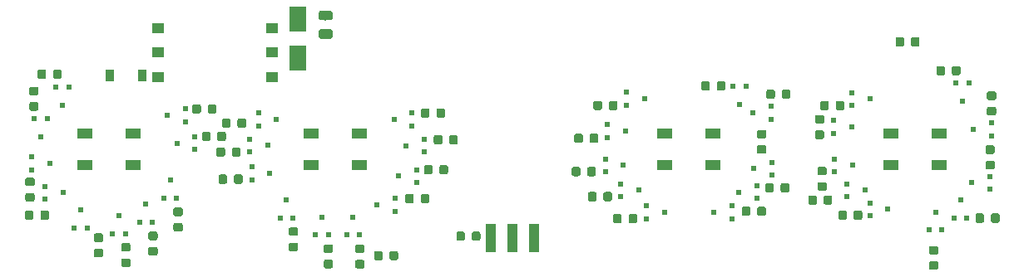
<source format=gbr>
G04 #@! TF.GenerationSoftware,KiCad,Pcbnew,(5.1.4)-1*
G04 #@! TF.CreationDate,2020-01-25T19:49:42-07:00*
G04 #@! TF.ProjectId,PCBV1,50434256-312e-46b6-9963-61645f706362,rev?*
G04 #@! TF.SameCoordinates,Original*
G04 #@! TF.FileFunction,Paste,Top*
G04 #@! TF.FilePolarity,Positive*
%FSLAX46Y46*%
G04 Gerber Fmt 4.6, Leading zero omitted, Abs format (unit mm)*
G04 Created by KiCad (PCBNEW (5.1.4)-1) date 2020-01-25 19:49:42*
%MOMM*%
%LPD*%
G04 APERTURE LIST*
%ADD10C,0.100000*%
%ADD11C,0.875000*%
%ADD12R,1.500000X1.000000*%
%ADD13R,1.000000X3.000000*%
%ADD14R,1.300000X1.000000*%
%ADD15R,0.900000X1.200000*%
%ADD16R,1.800000X2.500000*%
%ADD17C,0.975000*%
%ADD18R,0.600000X0.550000*%
%ADD19R,0.550000X0.600000*%
G04 APERTURE END LIST*
D10*
G36*
X139702691Y-53526053D02*
G01*
X139723926Y-53529203D01*
X139744750Y-53534419D01*
X139764962Y-53541651D01*
X139784368Y-53550830D01*
X139802781Y-53561866D01*
X139820024Y-53574654D01*
X139835930Y-53589070D01*
X139850346Y-53604976D01*
X139863134Y-53622219D01*
X139874170Y-53640632D01*
X139883349Y-53660038D01*
X139890581Y-53680250D01*
X139895797Y-53701074D01*
X139898947Y-53722309D01*
X139900000Y-53743750D01*
X139900000Y-54256250D01*
X139898947Y-54277691D01*
X139895797Y-54298926D01*
X139890581Y-54319750D01*
X139883349Y-54339962D01*
X139874170Y-54359368D01*
X139863134Y-54377781D01*
X139850346Y-54395024D01*
X139835930Y-54410930D01*
X139820024Y-54425346D01*
X139802781Y-54438134D01*
X139784368Y-54449170D01*
X139764962Y-54458349D01*
X139744750Y-54465581D01*
X139723926Y-54470797D01*
X139702691Y-54473947D01*
X139681250Y-54475000D01*
X139243750Y-54475000D01*
X139222309Y-54473947D01*
X139201074Y-54470797D01*
X139180250Y-54465581D01*
X139160038Y-54458349D01*
X139140632Y-54449170D01*
X139122219Y-54438134D01*
X139104976Y-54425346D01*
X139089070Y-54410930D01*
X139074654Y-54395024D01*
X139061866Y-54377781D01*
X139050830Y-54359368D01*
X139041651Y-54339962D01*
X139034419Y-54319750D01*
X139029203Y-54298926D01*
X139026053Y-54277691D01*
X139025000Y-54256250D01*
X139025000Y-53743750D01*
X139026053Y-53722309D01*
X139029203Y-53701074D01*
X139034419Y-53680250D01*
X139041651Y-53660038D01*
X139050830Y-53640632D01*
X139061866Y-53622219D01*
X139074654Y-53604976D01*
X139089070Y-53589070D01*
X139104976Y-53574654D01*
X139122219Y-53561866D01*
X139140632Y-53550830D01*
X139160038Y-53541651D01*
X139180250Y-53534419D01*
X139201074Y-53529203D01*
X139222309Y-53526053D01*
X139243750Y-53525000D01*
X139681250Y-53525000D01*
X139702691Y-53526053D01*
X139702691Y-53526053D01*
G37*
D11*
X139462500Y-54000000D03*
D10*
G36*
X141277691Y-53526053D02*
G01*
X141298926Y-53529203D01*
X141319750Y-53534419D01*
X141339962Y-53541651D01*
X141359368Y-53550830D01*
X141377781Y-53561866D01*
X141395024Y-53574654D01*
X141410930Y-53589070D01*
X141425346Y-53604976D01*
X141438134Y-53622219D01*
X141449170Y-53640632D01*
X141458349Y-53660038D01*
X141465581Y-53680250D01*
X141470797Y-53701074D01*
X141473947Y-53722309D01*
X141475000Y-53743750D01*
X141475000Y-54256250D01*
X141473947Y-54277691D01*
X141470797Y-54298926D01*
X141465581Y-54319750D01*
X141458349Y-54339962D01*
X141449170Y-54359368D01*
X141438134Y-54377781D01*
X141425346Y-54395024D01*
X141410930Y-54410930D01*
X141395024Y-54425346D01*
X141377781Y-54438134D01*
X141359368Y-54449170D01*
X141339962Y-54458349D01*
X141319750Y-54465581D01*
X141298926Y-54470797D01*
X141277691Y-54473947D01*
X141256250Y-54475000D01*
X140818750Y-54475000D01*
X140797309Y-54473947D01*
X140776074Y-54470797D01*
X140755250Y-54465581D01*
X140735038Y-54458349D01*
X140715632Y-54449170D01*
X140697219Y-54438134D01*
X140679976Y-54425346D01*
X140664070Y-54410930D01*
X140649654Y-54395024D01*
X140636866Y-54377781D01*
X140625830Y-54359368D01*
X140616651Y-54339962D01*
X140609419Y-54319750D01*
X140604203Y-54298926D01*
X140601053Y-54277691D01*
X140600000Y-54256250D01*
X140600000Y-53743750D01*
X140601053Y-53722309D01*
X140604203Y-53701074D01*
X140609419Y-53680250D01*
X140616651Y-53660038D01*
X140625830Y-53640632D01*
X140636866Y-53622219D01*
X140649654Y-53604976D01*
X140664070Y-53589070D01*
X140679976Y-53574654D01*
X140697219Y-53561866D01*
X140715632Y-53550830D01*
X140735038Y-53541651D01*
X140755250Y-53534419D01*
X140776074Y-53529203D01*
X140797309Y-53526053D01*
X140818750Y-53525000D01*
X141256250Y-53525000D01*
X141277691Y-53526053D01*
X141277691Y-53526053D01*
G37*
D11*
X141037500Y-54000000D03*
D10*
G36*
X86627691Y-75351053D02*
G01*
X86648926Y-75354203D01*
X86669750Y-75359419D01*
X86689962Y-75366651D01*
X86709368Y-75375830D01*
X86727781Y-75386866D01*
X86745024Y-75399654D01*
X86760930Y-75414070D01*
X86775346Y-75429976D01*
X86788134Y-75447219D01*
X86799170Y-75465632D01*
X86808349Y-75485038D01*
X86815581Y-75505250D01*
X86820797Y-75526074D01*
X86823947Y-75547309D01*
X86825000Y-75568750D01*
X86825000Y-76081250D01*
X86823947Y-76102691D01*
X86820797Y-76123926D01*
X86815581Y-76144750D01*
X86808349Y-76164962D01*
X86799170Y-76184368D01*
X86788134Y-76202781D01*
X86775346Y-76220024D01*
X86760930Y-76235930D01*
X86745024Y-76250346D01*
X86727781Y-76263134D01*
X86709368Y-76274170D01*
X86689962Y-76283349D01*
X86669750Y-76290581D01*
X86648926Y-76295797D01*
X86627691Y-76298947D01*
X86606250Y-76300000D01*
X86168750Y-76300000D01*
X86147309Y-76298947D01*
X86126074Y-76295797D01*
X86105250Y-76290581D01*
X86085038Y-76283349D01*
X86065632Y-76274170D01*
X86047219Y-76263134D01*
X86029976Y-76250346D01*
X86014070Y-76235930D01*
X85999654Y-76220024D01*
X85986866Y-76202781D01*
X85975830Y-76184368D01*
X85966651Y-76164962D01*
X85959419Y-76144750D01*
X85954203Y-76123926D01*
X85951053Y-76102691D01*
X85950000Y-76081250D01*
X85950000Y-75568750D01*
X85951053Y-75547309D01*
X85954203Y-75526074D01*
X85959419Y-75505250D01*
X85966651Y-75485038D01*
X85975830Y-75465632D01*
X85986866Y-75447219D01*
X85999654Y-75429976D01*
X86014070Y-75414070D01*
X86029976Y-75399654D01*
X86047219Y-75386866D01*
X86065632Y-75375830D01*
X86085038Y-75366651D01*
X86105250Y-75359419D01*
X86126074Y-75354203D01*
X86147309Y-75351053D01*
X86168750Y-75350000D01*
X86606250Y-75350000D01*
X86627691Y-75351053D01*
X86627691Y-75351053D01*
G37*
D11*
X86387500Y-75825000D03*
D10*
G36*
X88202691Y-75351053D02*
G01*
X88223926Y-75354203D01*
X88244750Y-75359419D01*
X88264962Y-75366651D01*
X88284368Y-75375830D01*
X88302781Y-75386866D01*
X88320024Y-75399654D01*
X88335930Y-75414070D01*
X88350346Y-75429976D01*
X88363134Y-75447219D01*
X88374170Y-75465632D01*
X88383349Y-75485038D01*
X88390581Y-75505250D01*
X88395797Y-75526074D01*
X88398947Y-75547309D01*
X88400000Y-75568750D01*
X88400000Y-76081250D01*
X88398947Y-76102691D01*
X88395797Y-76123926D01*
X88390581Y-76144750D01*
X88383349Y-76164962D01*
X88374170Y-76184368D01*
X88363134Y-76202781D01*
X88350346Y-76220024D01*
X88335930Y-76235930D01*
X88320024Y-76250346D01*
X88302781Y-76263134D01*
X88284368Y-76274170D01*
X88264962Y-76283349D01*
X88244750Y-76290581D01*
X88223926Y-76295797D01*
X88202691Y-76298947D01*
X88181250Y-76300000D01*
X87743750Y-76300000D01*
X87722309Y-76298947D01*
X87701074Y-76295797D01*
X87680250Y-76290581D01*
X87660038Y-76283349D01*
X87640632Y-76274170D01*
X87622219Y-76263134D01*
X87604976Y-76250346D01*
X87589070Y-76235930D01*
X87574654Y-76220024D01*
X87561866Y-76202781D01*
X87550830Y-76184368D01*
X87541651Y-76164962D01*
X87534419Y-76144750D01*
X87529203Y-76123926D01*
X87526053Y-76102691D01*
X87525000Y-76081250D01*
X87525000Y-75568750D01*
X87526053Y-75547309D01*
X87529203Y-75526074D01*
X87534419Y-75505250D01*
X87541651Y-75485038D01*
X87550830Y-75465632D01*
X87561866Y-75447219D01*
X87574654Y-75429976D01*
X87589070Y-75414070D01*
X87604976Y-75399654D01*
X87622219Y-75386866D01*
X87640632Y-75375830D01*
X87660038Y-75366651D01*
X87680250Y-75359419D01*
X87701074Y-75354203D01*
X87722309Y-75351053D01*
X87743750Y-75350000D01*
X88181250Y-75350000D01*
X88202691Y-75351053D01*
X88202691Y-75351053D01*
G37*
D11*
X87962500Y-75825000D03*
D12*
X143450000Y-66600000D03*
X143450000Y-63400000D03*
X138550000Y-66600000D03*
X138550000Y-63400000D03*
X120450000Y-66600000D03*
X120450000Y-63400000D03*
X115550000Y-66600000D03*
X115550000Y-63400000D03*
X84450000Y-66600000D03*
X84450000Y-63400000D03*
X79550000Y-66600000D03*
X79550000Y-63400000D03*
X61450000Y-66600000D03*
X61450000Y-63400000D03*
X56550000Y-66600000D03*
X56550000Y-63400000D03*
D13*
X102200000Y-74000000D03*
X100000000Y-74000000D03*
X97800000Y-74000000D03*
D10*
G36*
X96577691Y-73376053D02*
G01*
X96598926Y-73379203D01*
X96619750Y-73384419D01*
X96639962Y-73391651D01*
X96659368Y-73400830D01*
X96677781Y-73411866D01*
X96695024Y-73424654D01*
X96710930Y-73439070D01*
X96725346Y-73454976D01*
X96738134Y-73472219D01*
X96749170Y-73490632D01*
X96758349Y-73510038D01*
X96765581Y-73530250D01*
X96770797Y-73551074D01*
X96773947Y-73572309D01*
X96775000Y-73593750D01*
X96775000Y-74106250D01*
X96773947Y-74127691D01*
X96770797Y-74148926D01*
X96765581Y-74169750D01*
X96758349Y-74189962D01*
X96749170Y-74209368D01*
X96738134Y-74227781D01*
X96725346Y-74245024D01*
X96710930Y-74260930D01*
X96695024Y-74275346D01*
X96677781Y-74288134D01*
X96659368Y-74299170D01*
X96639962Y-74308349D01*
X96619750Y-74315581D01*
X96598926Y-74320797D01*
X96577691Y-74323947D01*
X96556250Y-74325000D01*
X96118750Y-74325000D01*
X96097309Y-74323947D01*
X96076074Y-74320797D01*
X96055250Y-74315581D01*
X96035038Y-74308349D01*
X96015632Y-74299170D01*
X95997219Y-74288134D01*
X95979976Y-74275346D01*
X95964070Y-74260930D01*
X95949654Y-74245024D01*
X95936866Y-74227781D01*
X95925830Y-74209368D01*
X95916651Y-74189962D01*
X95909419Y-74169750D01*
X95904203Y-74148926D01*
X95901053Y-74127691D01*
X95900000Y-74106250D01*
X95900000Y-73593750D01*
X95901053Y-73572309D01*
X95904203Y-73551074D01*
X95909419Y-73530250D01*
X95916651Y-73510038D01*
X95925830Y-73490632D01*
X95936866Y-73472219D01*
X95949654Y-73454976D01*
X95964070Y-73439070D01*
X95979976Y-73424654D01*
X95997219Y-73411866D01*
X96015632Y-73400830D01*
X96035038Y-73391651D01*
X96055250Y-73384419D01*
X96076074Y-73379203D01*
X96097309Y-73376053D01*
X96118750Y-73375000D01*
X96556250Y-73375000D01*
X96577691Y-73376053D01*
X96577691Y-73376053D01*
G37*
D11*
X96337500Y-73850000D03*
D10*
G36*
X95002691Y-73376053D02*
G01*
X95023926Y-73379203D01*
X95044750Y-73384419D01*
X95064962Y-73391651D01*
X95084368Y-73400830D01*
X95102781Y-73411866D01*
X95120024Y-73424654D01*
X95135930Y-73439070D01*
X95150346Y-73454976D01*
X95163134Y-73472219D01*
X95174170Y-73490632D01*
X95183349Y-73510038D01*
X95190581Y-73530250D01*
X95195797Y-73551074D01*
X95198947Y-73572309D01*
X95200000Y-73593750D01*
X95200000Y-74106250D01*
X95198947Y-74127691D01*
X95195797Y-74148926D01*
X95190581Y-74169750D01*
X95183349Y-74189962D01*
X95174170Y-74209368D01*
X95163134Y-74227781D01*
X95150346Y-74245024D01*
X95135930Y-74260930D01*
X95120024Y-74275346D01*
X95102781Y-74288134D01*
X95084368Y-74299170D01*
X95064962Y-74308349D01*
X95044750Y-74315581D01*
X95023926Y-74320797D01*
X95002691Y-74323947D01*
X94981250Y-74325000D01*
X94543750Y-74325000D01*
X94522309Y-74323947D01*
X94501074Y-74320797D01*
X94480250Y-74315581D01*
X94460038Y-74308349D01*
X94440632Y-74299170D01*
X94422219Y-74288134D01*
X94404976Y-74275346D01*
X94389070Y-74260930D01*
X94374654Y-74245024D01*
X94361866Y-74227781D01*
X94350830Y-74209368D01*
X94341651Y-74189962D01*
X94334419Y-74169750D01*
X94329203Y-74148926D01*
X94326053Y-74127691D01*
X94325000Y-74106250D01*
X94325000Y-73593750D01*
X94326053Y-73572309D01*
X94329203Y-73551074D01*
X94334419Y-73530250D01*
X94341651Y-73510038D01*
X94350830Y-73490632D01*
X94361866Y-73472219D01*
X94374654Y-73454976D01*
X94389070Y-73439070D01*
X94404976Y-73424654D01*
X94422219Y-73411866D01*
X94440632Y-73400830D01*
X94460038Y-73391651D01*
X94480250Y-73384419D01*
X94501074Y-73379203D01*
X94522309Y-73376053D01*
X94543750Y-73375000D01*
X94981250Y-73375000D01*
X95002691Y-73376053D01*
X95002691Y-73376053D01*
G37*
D11*
X94762500Y-73850000D03*
D14*
X63925000Y-52575000D03*
X63925000Y-55075000D03*
X63925000Y-57575000D03*
X75585000Y-57575000D03*
X75585000Y-55075000D03*
X75585000Y-52575000D03*
D15*
X62325000Y-57425000D03*
X59025000Y-57425000D03*
D16*
X78200000Y-55650000D03*
X78200000Y-51650000D03*
D10*
G36*
X81505142Y-52701174D02*
G01*
X81528803Y-52704684D01*
X81552007Y-52710496D01*
X81574529Y-52718554D01*
X81596153Y-52728782D01*
X81616670Y-52741079D01*
X81635883Y-52755329D01*
X81653607Y-52771393D01*
X81669671Y-52789117D01*
X81683921Y-52808330D01*
X81696218Y-52828847D01*
X81706446Y-52850471D01*
X81714504Y-52872993D01*
X81720316Y-52896197D01*
X81723826Y-52919858D01*
X81725000Y-52943750D01*
X81725000Y-53431250D01*
X81723826Y-53455142D01*
X81720316Y-53478803D01*
X81714504Y-53502007D01*
X81706446Y-53524529D01*
X81696218Y-53546153D01*
X81683921Y-53566670D01*
X81669671Y-53585883D01*
X81653607Y-53603607D01*
X81635883Y-53619671D01*
X81616670Y-53633921D01*
X81596153Y-53646218D01*
X81574529Y-53656446D01*
X81552007Y-53664504D01*
X81528803Y-53670316D01*
X81505142Y-53673826D01*
X81481250Y-53675000D01*
X80568750Y-53675000D01*
X80544858Y-53673826D01*
X80521197Y-53670316D01*
X80497993Y-53664504D01*
X80475471Y-53656446D01*
X80453847Y-53646218D01*
X80433330Y-53633921D01*
X80414117Y-53619671D01*
X80396393Y-53603607D01*
X80380329Y-53585883D01*
X80366079Y-53566670D01*
X80353782Y-53546153D01*
X80343554Y-53524529D01*
X80335496Y-53502007D01*
X80329684Y-53478803D01*
X80326174Y-53455142D01*
X80325000Y-53431250D01*
X80325000Y-52943750D01*
X80326174Y-52919858D01*
X80329684Y-52896197D01*
X80335496Y-52872993D01*
X80343554Y-52850471D01*
X80353782Y-52828847D01*
X80366079Y-52808330D01*
X80380329Y-52789117D01*
X80396393Y-52771393D01*
X80414117Y-52755329D01*
X80433330Y-52741079D01*
X80453847Y-52728782D01*
X80475471Y-52718554D01*
X80497993Y-52710496D01*
X80521197Y-52704684D01*
X80544858Y-52701174D01*
X80568750Y-52700000D01*
X81481250Y-52700000D01*
X81505142Y-52701174D01*
X81505142Y-52701174D01*
G37*
D17*
X81025000Y-53187500D03*
D10*
G36*
X81505142Y-50826174D02*
G01*
X81528803Y-50829684D01*
X81552007Y-50835496D01*
X81574529Y-50843554D01*
X81596153Y-50853782D01*
X81616670Y-50866079D01*
X81635883Y-50880329D01*
X81653607Y-50896393D01*
X81669671Y-50914117D01*
X81683921Y-50933330D01*
X81696218Y-50953847D01*
X81706446Y-50975471D01*
X81714504Y-50997993D01*
X81720316Y-51021197D01*
X81723826Y-51044858D01*
X81725000Y-51068750D01*
X81725000Y-51556250D01*
X81723826Y-51580142D01*
X81720316Y-51603803D01*
X81714504Y-51627007D01*
X81706446Y-51649529D01*
X81696218Y-51671153D01*
X81683921Y-51691670D01*
X81669671Y-51710883D01*
X81653607Y-51728607D01*
X81635883Y-51744671D01*
X81616670Y-51758921D01*
X81596153Y-51771218D01*
X81574529Y-51781446D01*
X81552007Y-51789504D01*
X81528803Y-51795316D01*
X81505142Y-51798826D01*
X81481250Y-51800000D01*
X80568750Y-51800000D01*
X80544858Y-51798826D01*
X80521197Y-51795316D01*
X80497993Y-51789504D01*
X80475471Y-51781446D01*
X80453847Y-51771218D01*
X80433330Y-51758921D01*
X80414117Y-51744671D01*
X80396393Y-51728607D01*
X80380329Y-51710883D01*
X80366079Y-51691670D01*
X80353782Y-51671153D01*
X80343554Y-51649529D01*
X80335496Y-51627007D01*
X80329684Y-51603803D01*
X80326174Y-51580142D01*
X80325000Y-51556250D01*
X80325000Y-51068750D01*
X80326174Y-51044858D01*
X80329684Y-51021197D01*
X80335496Y-50997993D01*
X80343554Y-50975471D01*
X80353782Y-50953847D01*
X80366079Y-50933330D01*
X80380329Y-50914117D01*
X80396393Y-50896393D01*
X80414117Y-50880329D01*
X80433330Y-50866079D01*
X80453847Y-50853782D01*
X80475471Y-50843554D01*
X80497993Y-50835496D01*
X80521197Y-50829684D01*
X80544858Y-50826174D01*
X80568750Y-50825000D01*
X81481250Y-50825000D01*
X81505142Y-50826174D01*
X81505142Y-50826174D01*
G37*
D17*
X81025000Y-51312500D03*
D18*
X59325000Y-73625000D03*
X60625000Y-73625000D03*
X59975000Y-71775000D03*
D19*
X115500000Y-71400000D03*
X113650000Y-72050000D03*
X113650000Y-70750000D03*
X124500000Y-61250000D03*
X126350000Y-60600000D03*
X126350000Y-61900000D03*
X134550000Y-59200000D03*
X134550000Y-60500000D03*
X136400000Y-59850000D03*
D18*
X146500000Y-58175000D03*
X145200000Y-58175000D03*
X145850000Y-60025000D03*
D19*
X148775000Y-63600000D03*
X148775000Y-62300000D03*
X146925000Y-62950000D03*
X146800000Y-68400000D03*
X148650000Y-67750000D03*
X148650000Y-69050000D03*
D18*
X145000000Y-72000000D03*
X146300000Y-72000000D03*
X145650000Y-70150000D03*
X143100000Y-71375000D03*
X143750000Y-73225000D03*
X142450000Y-73225000D03*
D19*
X136400000Y-70450000D03*
X136400000Y-71750000D03*
X138250000Y-71100000D03*
X134050000Y-68500000D03*
X134050000Y-69800000D03*
X135900000Y-69150000D03*
X132800000Y-65950000D03*
X132800000Y-67250000D03*
X134650000Y-66600000D03*
X132750000Y-62050000D03*
X132750000Y-63350000D03*
X134600000Y-62700000D03*
X113500000Y-59800000D03*
X111650000Y-60450000D03*
X111650000Y-59150000D03*
D18*
X123150000Y-60400000D03*
X122500000Y-58550000D03*
X123800000Y-58550000D03*
D19*
X126425000Y-67600000D03*
X126425000Y-66300000D03*
X124575000Y-66950000D03*
X123100000Y-69350000D03*
X124950000Y-68700000D03*
X124950000Y-70000000D03*
X122350000Y-72050000D03*
X122350000Y-70750000D03*
X120500000Y-71400000D03*
X112900000Y-69150000D03*
X111050000Y-69800000D03*
X111050000Y-68500000D03*
X109475000Y-65950000D03*
X109475000Y-67250000D03*
X111325000Y-66600000D03*
X111575000Y-63100000D03*
X109725000Y-63750000D03*
X109725000Y-62450000D03*
X76025000Y-61925000D03*
X74175000Y-62575000D03*
X74175000Y-61275000D03*
X87975000Y-61925000D03*
X89825000Y-61275000D03*
X89825000Y-62575000D03*
X91025000Y-65250000D03*
X91025000Y-63950000D03*
X89175000Y-64600000D03*
X90275000Y-68350000D03*
X90275000Y-67050000D03*
X88425000Y-67700000D03*
X86275000Y-70650000D03*
X88125000Y-70000000D03*
X88125000Y-71300000D03*
D18*
X83150000Y-73725000D03*
X84450000Y-73725000D03*
X83800000Y-71875000D03*
X80650000Y-71875000D03*
X81300000Y-73725000D03*
X80000000Y-73725000D03*
X77025000Y-70125000D03*
X77675000Y-71975000D03*
X76375000Y-71975000D03*
D19*
X75350000Y-67425000D03*
X73500000Y-68075000D03*
X73500000Y-66775000D03*
X73275000Y-63925000D03*
X73275000Y-65225000D03*
X75125000Y-64575000D03*
D18*
X54225000Y-60500000D03*
X53575000Y-58650000D03*
X54875000Y-58650000D03*
D19*
X66775000Y-62150000D03*
X66775000Y-60850000D03*
X64925000Y-61500000D03*
X65875000Y-64350000D03*
X67725000Y-63700000D03*
X67725000Y-65000000D03*
D18*
X65200000Y-68125000D03*
X65850000Y-69975000D03*
X64550000Y-69975000D03*
X62075000Y-72425000D03*
X63375000Y-72425000D03*
X62725000Y-70575000D03*
X56100000Y-71150000D03*
X56750000Y-73000000D03*
X55450000Y-73000000D03*
D19*
X54325000Y-69400000D03*
X52475000Y-70050000D03*
X52475000Y-68750000D03*
X51075000Y-65750000D03*
X51075000Y-67050000D03*
X52925000Y-66400000D03*
D18*
X52675000Y-61850000D03*
X51375000Y-61850000D03*
X52025000Y-63700000D03*
D10*
G36*
X132040191Y-60026053D02*
G01*
X132061426Y-60029203D01*
X132082250Y-60034419D01*
X132102462Y-60041651D01*
X132121868Y-60050830D01*
X132140281Y-60061866D01*
X132157524Y-60074654D01*
X132173430Y-60089070D01*
X132187846Y-60104976D01*
X132200634Y-60122219D01*
X132211670Y-60140632D01*
X132220849Y-60160038D01*
X132228081Y-60180250D01*
X132233297Y-60201074D01*
X132236447Y-60222309D01*
X132237500Y-60243750D01*
X132237500Y-60756250D01*
X132236447Y-60777691D01*
X132233297Y-60798926D01*
X132228081Y-60819750D01*
X132220849Y-60839962D01*
X132211670Y-60859368D01*
X132200634Y-60877781D01*
X132187846Y-60895024D01*
X132173430Y-60910930D01*
X132157524Y-60925346D01*
X132140281Y-60938134D01*
X132121868Y-60949170D01*
X132102462Y-60958349D01*
X132082250Y-60965581D01*
X132061426Y-60970797D01*
X132040191Y-60973947D01*
X132018750Y-60975000D01*
X131581250Y-60975000D01*
X131559809Y-60973947D01*
X131538574Y-60970797D01*
X131517750Y-60965581D01*
X131497538Y-60958349D01*
X131478132Y-60949170D01*
X131459719Y-60938134D01*
X131442476Y-60925346D01*
X131426570Y-60910930D01*
X131412154Y-60895024D01*
X131399366Y-60877781D01*
X131388330Y-60859368D01*
X131379151Y-60839962D01*
X131371919Y-60819750D01*
X131366703Y-60798926D01*
X131363553Y-60777691D01*
X131362500Y-60756250D01*
X131362500Y-60243750D01*
X131363553Y-60222309D01*
X131366703Y-60201074D01*
X131371919Y-60180250D01*
X131379151Y-60160038D01*
X131388330Y-60140632D01*
X131399366Y-60122219D01*
X131412154Y-60104976D01*
X131426570Y-60089070D01*
X131442476Y-60074654D01*
X131459719Y-60061866D01*
X131478132Y-60050830D01*
X131497538Y-60041651D01*
X131517750Y-60034419D01*
X131538574Y-60029203D01*
X131559809Y-60026053D01*
X131581250Y-60025000D01*
X132018750Y-60025000D01*
X132040191Y-60026053D01*
X132040191Y-60026053D01*
G37*
D11*
X131800000Y-60500000D03*
D10*
G36*
X133615191Y-60026053D02*
G01*
X133636426Y-60029203D01*
X133657250Y-60034419D01*
X133677462Y-60041651D01*
X133696868Y-60050830D01*
X133715281Y-60061866D01*
X133732524Y-60074654D01*
X133748430Y-60089070D01*
X133762846Y-60104976D01*
X133775634Y-60122219D01*
X133786670Y-60140632D01*
X133795849Y-60160038D01*
X133803081Y-60180250D01*
X133808297Y-60201074D01*
X133811447Y-60222309D01*
X133812500Y-60243750D01*
X133812500Y-60756250D01*
X133811447Y-60777691D01*
X133808297Y-60798926D01*
X133803081Y-60819750D01*
X133795849Y-60839962D01*
X133786670Y-60859368D01*
X133775634Y-60877781D01*
X133762846Y-60895024D01*
X133748430Y-60910930D01*
X133732524Y-60925346D01*
X133715281Y-60938134D01*
X133696868Y-60949170D01*
X133677462Y-60958349D01*
X133657250Y-60965581D01*
X133636426Y-60970797D01*
X133615191Y-60973947D01*
X133593750Y-60975000D01*
X133156250Y-60975000D01*
X133134809Y-60973947D01*
X133113574Y-60970797D01*
X133092750Y-60965581D01*
X133072538Y-60958349D01*
X133053132Y-60949170D01*
X133034719Y-60938134D01*
X133017476Y-60925346D01*
X133001570Y-60910930D01*
X132987154Y-60895024D01*
X132974366Y-60877781D01*
X132963330Y-60859368D01*
X132954151Y-60839962D01*
X132946919Y-60819750D01*
X132941703Y-60798926D01*
X132938553Y-60777691D01*
X132937500Y-60756250D01*
X132937500Y-60243750D01*
X132938553Y-60222309D01*
X132941703Y-60201074D01*
X132946919Y-60180250D01*
X132954151Y-60160038D01*
X132963330Y-60140632D01*
X132974366Y-60122219D01*
X132987154Y-60104976D01*
X133001570Y-60089070D01*
X133017476Y-60074654D01*
X133034719Y-60061866D01*
X133053132Y-60050830D01*
X133072538Y-60041651D01*
X133092750Y-60034419D01*
X133113574Y-60029203D01*
X133134809Y-60026053D01*
X133156250Y-60025000D01*
X133593750Y-60025000D01*
X133615191Y-60026053D01*
X133615191Y-60026053D01*
G37*
D11*
X133375000Y-60500000D03*
D10*
G36*
X145440191Y-56476053D02*
G01*
X145461426Y-56479203D01*
X145482250Y-56484419D01*
X145502462Y-56491651D01*
X145521868Y-56500830D01*
X145540281Y-56511866D01*
X145557524Y-56524654D01*
X145573430Y-56539070D01*
X145587846Y-56554976D01*
X145600634Y-56572219D01*
X145611670Y-56590632D01*
X145620849Y-56610038D01*
X145628081Y-56630250D01*
X145633297Y-56651074D01*
X145636447Y-56672309D01*
X145637500Y-56693750D01*
X145637500Y-57206250D01*
X145636447Y-57227691D01*
X145633297Y-57248926D01*
X145628081Y-57269750D01*
X145620849Y-57289962D01*
X145611670Y-57309368D01*
X145600634Y-57327781D01*
X145587846Y-57345024D01*
X145573430Y-57360930D01*
X145557524Y-57375346D01*
X145540281Y-57388134D01*
X145521868Y-57399170D01*
X145502462Y-57408349D01*
X145482250Y-57415581D01*
X145461426Y-57420797D01*
X145440191Y-57423947D01*
X145418750Y-57425000D01*
X144981250Y-57425000D01*
X144959809Y-57423947D01*
X144938574Y-57420797D01*
X144917750Y-57415581D01*
X144897538Y-57408349D01*
X144878132Y-57399170D01*
X144859719Y-57388134D01*
X144842476Y-57375346D01*
X144826570Y-57360930D01*
X144812154Y-57345024D01*
X144799366Y-57327781D01*
X144788330Y-57309368D01*
X144779151Y-57289962D01*
X144771919Y-57269750D01*
X144766703Y-57248926D01*
X144763553Y-57227691D01*
X144762500Y-57206250D01*
X144762500Y-56693750D01*
X144763553Y-56672309D01*
X144766703Y-56651074D01*
X144771919Y-56630250D01*
X144779151Y-56610038D01*
X144788330Y-56590632D01*
X144799366Y-56572219D01*
X144812154Y-56554976D01*
X144826570Y-56539070D01*
X144842476Y-56524654D01*
X144859719Y-56511866D01*
X144878132Y-56500830D01*
X144897538Y-56491651D01*
X144917750Y-56484419D01*
X144938574Y-56479203D01*
X144959809Y-56476053D01*
X144981250Y-56475000D01*
X145418750Y-56475000D01*
X145440191Y-56476053D01*
X145440191Y-56476053D01*
G37*
D11*
X145200000Y-56950000D03*
D10*
G36*
X143865191Y-56476053D02*
G01*
X143886426Y-56479203D01*
X143907250Y-56484419D01*
X143927462Y-56491651D01*
X143946868Y-56500830D01*
X143965281Y-56511866D01*
X143982524Y-56524654D01*
X143998430Y-56539070D01*
X144012846Y-56554976D01*
X144025634Y-56572219D01*
X144036670Y-56590632D01*
X144045849Y-56610038D01*
X144053081Y-56630250D01*
X144058297Y-56651074D01*
X144061447Y-56672309D01*
X144062500Y-56693750D01*
X144062500Y-57206250D01*
X144061447Y-57227691D01*
X144058297Y-57248926D01*
X144053081Y-57269750D01*
X144045849Y-57289962D01*
X144036670Y-57309368D01*
X144025634Y-57327781D01*
X144012846Y-57345024D01*
X143998430Y-57360930D01*
X143982524Y-57375346D01*
X143965281Y-57388134D01*
X143946868Y-57399170D01*
X143927462Y-57408349D01*
X143907250Y-57415581D01*
X143886426Y-57420797D01*
X143865191Y-57423947D01*
X143843750Y-57425000D01*
X143406250Y-57425000D01*
X143384809Y-57423947D01*
X143363574Y-57420797D01*
X143342750Y-57415581D01*
X143322538Y-57408349D01*
X143303132Y-57399170D01*
X143284719Y-57388134D01*
X143267476Y-57375346D01*
X143251570Y-57360930D01*
X143237154Y-57345024D01*
X143224366Y-57327781D01*
X143213330Y-57309368D01*
X143204151Y-57289962D01*
X143196919Y-57269750D01*
X143191703Y-57248926D01*
X143188553Y-57227691D01*
X143187500Y-57206250D01*
X143187500Y-56693750D01*
X143188553Y-56672309D01*
X143191703Y-56651074D01*
X143196919Y-56630250D01*
X143204151Y-56610038D01*
X143213330Y-56590632D01*
X143224366Y-56572219D01*
X143237154Y-56554976D01*
X143251570Y-56539070D01*
X143267476Y-56524654D01*
X143284719Y-56511866D01*
X143303132Y-56500830D01*
X143322538Y-56491651D01*
X143342750Y-56484419D01*
X143363574Y-56479203D01*
X143384809Y-56476053D01*
X143406250Y-56475000D01*
X143843750Y-56475000D01*
X143865191Y-56476053D01*
X143865191Y-56476053D01*
G37*
D11*
X143625000Y-56950000D03*
D10*
G36*
X149077691Y-60638553D02*
G01*
X149098926Y-60641703D01*
X149119750Y-60646919D01*
X149139962Y-60654151D01*
X149159368Y-60663330D01*
X149177781Y-60674366D01*
X149195024Y-60687154D01*
X149210930Y-60701570D01*
X149225346Y-60717476D01*
X149238134Y-60734719D01*
X149249170Y-60753132D01*
X149258349Y-60772538D01*
X149265581Y-60792750D01*
X149270797Y-60813574D01*
X149273947Y-60834809D01*
X149275000Y-60856250D01*
X149275000Y-61293750D01*
X149273947Y-61315191D01*
X149270797Y-61336426D01*
X149265581Y-61357250D01*
X149258349Y-61377462D01*
X149249170Y-61396868D01*
X149238134Y-61415281D01*
X149225346Y-61432524D01*
X149210930Y-61448430D01*
X149195024Y-61462846D01*
X149177781Y-61475634D01*
X149159368Y-61486670D01*
X149139962Y-61495849D01*
X149119750Y-61503081D01*
X149098926Y-61508297D01*
X149077691Y-61511447D01*
X149056250Y-61512500D01*
X148543750Y-61512500D01*
X148522309Y-61511447D01*
X148501074Y-61508297D01*
X148480250Y-61503081D01*
X148460038Y-61495849D01*
X148440632Y-61486670D01*
X148422219Y-61475634D01*
X148404976Y-61462846D01*
X148389070Y-61448430D01*
X148374654Y-61432524D01*
X148361866Y-61415281D01*
X148350830Y-61396868D01*
X148341651Y-61377462D01*
X148334419Y-61357250D01*
X148329203Y-61336426D01*
X148326053Y-61315191D01*
X148325000Y-61293750D01*
X148325000Y-60856250D01*
X148326053Y-60834809D01*
X148329203Y-60813574D01*
X148334419Y-60792750D01*
X148341651Y-60772538D01*
X148350830Y-60753132D01*
X148361866Y-60734719D01*
X148374654Y-60717476D01*
X148389070Y-60701570D01*
X148404976Y-60687154D01*
X148422219Y-60674366D01*
X148440632Y-60663330D01*
X148460038Y-60654151D01*
X148480250Y-60646919D01*
X148501074Y-60641703D01*
X148522309Y-60638553D01*
X148543750Y-60637500D01*
X149056250Y-60637500D01*
X149077691Y-60638553D01*
X149077691Y-60638553D01*
G37*
D11*
X148800000Y-61075000D03*
D10*
G36*
X149077691Y-59063553D02*
G01*
X149098926Y-59066703D01*
X149119750Y-59071919D01*
X149139962Y-59079151D01*
X149159368Y-59088330D01*
X149177781Y-59099366D01*
X149195024Y-59112154D01*
X149210930Y-59126570D01*
X149225346Y-59142476D01*
X149238134Y-59159719D01*
X149249170Y-59178132D01*
X149258349Y-59197538D01*
X149265581Y-59217750D01*
X149270797Y-59238574D01*
X149273947Y-59259809D01*
X149275000Y-59281250D01*
X149275000Y-59718750D01*
X149273947Y-59740191D01*
X149270797Y-59761426D01*
X149265581Y-59782250D01*
X149258349Y-59802462D01*
X149249170Y-59821868D01*
X149238134Y-59840281D01*
X149225346Y-59857524D01*
X149210930Y-59873430D01*
X149195024Y-59887846D01*
X149177781Y-59900634D01*
X149159368Y-59911670D01*
X149139962Y-59920849D01*
X149119750Y-59928081D01*
X149098926Y-59933297D01*
X149077691Y-59936447D01*
X149056250Y-59937500D01*
X148543750Y-59937500D01*
X148522309Y-59936447D01*
X148501074Y-59933297D01*
X148480250Y-59928081D01*
X148460038Y-59920849D01*
X148440632Y-59911670D01*
X148422219Y-59900634D01*
X148404976Y-59887846D01*
X148389070Y-59873430D01*
X148374654Y-59857524D01*
X148361866Y-59840281D01*
X148350830Y-59821868D01*
X148341651Y-59802462D01*
X148334419Y-59782250D01*
X148329203Y-59761426D01*
X148326053Y-59740191D01*
X148325000Y-59718750D01*
X148325000Y-59281250D01*
X148326053Y-59259809D01*
X148329203Y-59238574D01*
X148334419Y-59217750D01*
X148341651Y-59197538D01*
X148350830Y-59178132D01*
X148361866Y-59159719D01*
X148374654Y-59142476D01*
X148389070Y-59126570D01*
X148404976Y-59112154D01*
X148422219Y-59099366D01*
X148440632Y-59088330D01*
X148460038Y-59079151D01*
X148480250Y-59071919D01*
X148501074Y-59066703D01*
X148522309Y-59063553D01*
X148543750Y-59062500D01*
X149056250Y-59062500D01*
X149077691Y-59063553D01*
X149077691Y-59063553D01*
G37*
D11*
X148800000Y-59500000D03*
D10*
G36*
X148927691Y-64576053D02*
G01*
X148948926Y-64579203D01*
X148969750Y-64584419D01*
X148989962Y-64591651D01*
X149009368Y-64600830D01*
X149027781Y-64611866D01*
X149045024Y-64624654D01*
X149060930Y-64639070D01*
X149075346Y-64654976D01*
X149088134Y-64672219D01*
X149099170Y-64690632D01*
X149108349Y-64710038D01*
X149115581Y-64730250D01*
X149120797Y-64751074D01*
X149123947Y-64772309D01*
X149125000Y-64793750D01*
X149125000Y-65231250D01*
X149123947Y-65252691D01*
X149120797Y-65273926D01*
X149115581Y-65294750D01*
X149108349Y-65314962D01*
X149099170Y-65334368D01*
X149088134Y-65352781D01*
X149075346Y-65370024D01*
X149060930Y-65385930D01*
X149045024Y-65400346D01*
X149027781Y-65413134D01*
X149009368Y-65424170D01*
X148989962Y-65433349D01*
X148969750Y-65440581D01*
X148948926Y-65445797D01*
X148927691Y-65448947D01*
X148906250Y-65450000D01*
X148393750Y-65450000D01*
X148372309Y-65448947D01*
X148351074Y-65445797D01*
X148330250Y-65440581D01*
X148310038Y-65433349D01*
X148290632Y-65424170D01*
X148272219Y-65413134D01*
X148254976Y-65400346D01*
X148239070Y-65385930D01*
X148224654Y-65370024D01*
X148211866Y-65352781D01*
X148200830Y-65334368D01*
X148191651Y-65314962D01*
X148184419Y-65294750D01*
X148179203Y-65273926D01*
X148176053Y-65252691D01*
X148175000Y-65231250D01*
X148175000Y-64793750D01*
X148176053Y-64772309D01*
X148179203Y-64751074D01*
X148184419Y-64730250D01*
X148191651Y-64710038D01*
X148200830Y-64690632D01*
X148211866Y-64672219D01*
X148224654Y-64654976D01*
X148239070Y-64639070D01*
X148254976Y-64624654D01*
X148272219Y-64611866D01*
X148290632Y-64600830D01*
X148310038Y-64591651D01*
X148330250Y-64584419D01*
X148351074Y-64579203D01*
X148372309Y-64576053D01*
X148393750Y-64575000D01*
X148906250Y-64575000D01*
X148927691Y-64576053D01*
X148927691Y-64576053D01*
G37*
D11*
X148650000Y-65012500D03*
D10*
G36*
X148927691Y-66151053D02*
G01*
X148948926Y-66154203D01*
X148969750Y-66159419D01*
X148989962Y-66166651D01*
X149009368Y-66175830D01*
X149027781Y-66186866D01*
X149045024Y-66199654D01*
X149060930Y-66214070D01*
X149075346Y-66229976D01*
X149088134Y-66247219D01*
X149099170Y-66265632D01*
X149108349Y-66285038D01*
X149115581Y-66305250D01*
X149120797Y-66326074D01*
X149123947Y-66347309D01*
X149125000Y-66368750D01*
X149125000Y-66806250D01*
X149123947Y-66827691D01*
X149120797Y-66848926D01*
X149115581Y-66869750D01*
X149108349Y-66889962D01*
X149099170Y-66909368D01*
X149088134Y-66927781D01*
X149075346Y-66945024D01*
X149060930Y-66960930D01*
X149045024Y-66975346D01*
X149027781Y-66988134D01*
X149009368Y-66999170D01*
X148989962Y-67008349D01*
X148969750Y-67015581D01*
X148948926Y-67020797D01*
X148927691Y-67023947D01*
X148906250Y-67025000D01*
X148393750Y-67025000D01*
X148372309Y-67023947D01*
X148351074Y-67020797D01*
X148330250Y-67015581D01*
X148310038Y-67008349D01*
X148290632Y-66999170D01*
X148272219Y-66988134D01*
X148254976Y-66975346D01*
X148239070Y-66960930D01*
X148224654Y-66945024D01*
X148211866Y-66927781D01*
X148200830Y-66909368D01*
X148191651Y-66889962D01*
X148184419Y-66869750D01*
X148179203Y-66848926D01*
X148176053Y-66827691D01*
X148175000Y-66806250D01*
X148175000Y-66368750D01*
X148176053Y-66347309D01*
X148179203Y-66326074D01*
X148184419Y-66305250D01*
X148191651Y-66285038D01*
X148200830Y-66265632D01*
X148211866Y-66247219D01*
X148224654Y-66229976D01*
X148239070Y-66214070D01*
X148254976Y-66199654D01*
X148272219Y-66186866D01*
X148290632Y-66175830D01*
X148310038Y-66166651D01*
X148330250Y-66159419D01*
X148351074Y-66154203D01*
X148372309Y-66151053D01*
X148393750Y-66150000D01*
X148906250Y-66150000D01*
X148927691Y-66151053D01*
X148927691Y-66151053D01*
G37*
D11*
X148650000Y-66587500D03*
D10*
G36*
X147840191Y-71526053D02*
G01*
X147861426Y-71529203D01*
X147882250Y-71534419D01*
X147902462Y-71541651D01*
X147921868Y-71550830D01*
X147940281Y-71561866D01*
X147957524Y-71574654D01*
X147973430Y-71589070D01*
X147987846Y-71604976D01*
X148000634Y-71622219D01*
X148011670Y-71640632D01*
X148020849Y-71660038D01*
X148028081Y-71680250D01*
X148033297Y-71701074D01*
X148036447Y-71722309D01*
X148037500Y-71743750D01*
X148037500Y-72256250D01*
X148036447Y-72277691D01*
X148033297Y-72298926D01*
X148028081Y-72319750D01*
X148020849Y-72339962D01*
X148011670Y-72359368D01*
X148000634Y-72377781D01*
X147987846Y-72395024D01*
X147973430Y-72410930D01*
X147957524Y-72425346D01*
X147940281Y-72438134D01*
X147921868Y-72449170D01*
X147902462Y-72458349D01*
X147882250Y-72465581D01*
X147861426Y-72470797D01*
X147840191Y-72473947D01*
X147818750Y-72475000D01*
X147381250Y-72475000D01*
X147359809Y-72473947D01*
X147338574Y-72470797D01*
X147317750Y-72465581D01*
X147297538Y-72458349D01*
X147278132Y-72449170D01*
X147259719Y-72438134D01*
X147242476Y-72425346D01*
X147226570Y-72410930D01*
X147212154Y-72395024D01*
X147199366Y-72377781D01*
X147188330Y-72359368D01*
X147179151Y-72339962D01*
X147171919Y-72319750D01*
X147166703Y-72298926D01*
X147163553Y-72277691D01*
X147162500Y-72256250D01*
X147162500Y-71743750D01*
X147163553Y-71722309D01*
X147166703Y-71701074D01*
X147171919Y-71680250D01*
X147179151Y-71660038D01*
X147188330Y-71640632D01*
X147199366Y-71622219D01*
X147212154Y-71604976D01*
X147226570Y-71589070D01*
X147242476Y-71574654D01*
X147259719Y-71561866D01*
X147278132Y-71550830D01*
X147297538Y-71541651D01*
X147317750Y-71534419D01*
X147338574Y-71529203D01*
X147359809Y-71526053D01*
X147381250Y-71525000D01*
X147818750Y-71525000D01*
X147840191Y-71526053D01*
X147840191Y-71526053D01*
G37*
D11*
X147600000Y-72000000D03*
D10*
G36*
X149415191Y-71526053D02*
G01*
X149436426Y-71529203D01*
X149457250Y-71534419D01*
X149477462Y-71541651D01*
X149496868Y-71550830D01*
X149515281Y-71561866D01*
X149532524Y-71574654D01*
X149548430Y-71589070D01*
X149562846Y-71604976D01*
X149575634Y-71622219D01*
X149586670Y-71640632D01*
X149595849Y-71660038D01*
X149603081Y-71680250D01*
X149608297Y-71701074D01*
X149611447Y-71722309D01*
X149612500Y-71743750D01*
X149612500Y-72256250D01*
X149611447Y-72277691D01*
X149608297Y-72298926D01*
X149603081Y-72319750D01*
X149595849Y-72339962D01*
X149586670Y-72359368D01*
X149575634Y-72377781D01*
X149562846Y-72395024D01*
X149548430Y-72410930D01*
X149532524Y-72425346D01*
X149515281Y-72438134D01*
X149496868Y-72449170D01*
X149477462Y-72458349D01*
X149457250Y-72465581D01*
X149436426Y-72470797D01*
X149415191Y-72473947D01*
X149393750Y-72475000D01*
X148956250Y-72475000D01*
X148934809Y-72473947D01*
X148913574Y-72470797D01*
X148892750Y-72465581D01*
X148872538Y-72458349D01*
X148853132Y-72449170D01*
X148834719Y-72438134D01*
X148817476Y-72425346D01*
X148801570Y-72410930D01*
X148787154Y-72395024D01*
X148774366Y-72377781D01*
X148763330Y-72359368D01*
X148754151Y-72339962D01*
X148746919Y-72319750D01*
X148741703Y-72298926D01*
X148738553Y-72277691D01*
X148737500Y-72256250D01*
X148737500Y-71743750D01*
X148738553Y-71722309D01*
X148741703Y-71701074D01*
X148746919Y-71680250D01*
X148754151Y-71660038D01*
X148763330Y-71640632D01*
X148774366Y-71622219D01*
X148787154Y-71604976D01*
X148801570Y-71589070D01*
X148817476Y-71574654D01*
X148834719Y-71561866D01*
X148853132Y-71550830D01*
X148872538Y-71541651D01*
X148892750Y-71534419D01*
X148913574Y-71529203D01*
X148934809Y-71526053D01*
X148956250Y-71525000D01*
X149393750Y-71525000D01*
X149415191Y-71526053D01*
X149415191Y-71526053D01*
G37*
D11*
X149175000Y-72000000D03*
D10*
G36*
X143177691Y-76413553D02*
G01*
X143198926Y-76416703D01*
X143219750Y-76421919D01*
X143239962Y-76429151D01*
X143259368Y-76438330D01*
X143277781Y-76449366D01*
X143295024Y-76462154D01*
X143310930Y-76476570D01*
X143325346Y-76492476D01*
X143338134Y-76509719D01*
X143349170Y-76528132D01*
X143358349Y-76547538D01*
X143365581Y-76567750D01*
X143370797Y-76588574D01*
X143373947Y-76609809D01*
X143375000Y-76631250D01*
X143375000Y-77068750D01*
X143373947Y-77090191D01*
X143370797Y-77111426D01*
X143365581Y-77132250D01*
X143358349Y-77152462D01*
X143349170Y-77171868D01*
X143338134Y-77190281D01*
X143325346Y-77207524D01*
X143310930Y-77223430D01*
X143295024Y-77237846D01*
X143277781Y-77250634D01*
X143259368Y-77261670D01*
X143239962Y-77270849D01*
X143219750Y-77278081D01*
X143198926Y-77283297D01*
X143177691Y-77286447D01*
X143156250Y-77287500D01*
X142643750Y-77287500D01*
X142622309Y-77286447D01*
X142601074Y-77283297D01*
X142580250Y-77278081D01*
X142560038Y-77270849D01*
X142540632Y-77261670D01*
X142522219Y-77250634D01*
X142504976Y-77237846D01*
X142489070Y-77223430D01*
X142474654Y-77207524D01*
X142461866Y-77190281D01*
X142450830Y-77171868D01*
X142441651Y-77152462D01*
X142434419Y-77132250D01*
X142429203Y-77111426D01*
X142426053Y-77090191D01*
X142425000Y-77068750D01*
X142425000Y-76631250D01*
X142426053Y-76609809D01*
X142429203Y-76588574D01*
X142434419Y-76567750D01*
X142441651Y-76547538D01*
X142450830Y-76528132D01*
X142461866Y-76509719D01*
X142474654Y-76492476D01*
X142489070Y-76476570D01*
X142504976Y-76462154D01*
X142522219Y-76449366D01*
X142540632Y-76438330D01*
X142560038Y-76429151D01*
X142580250Y-76421919D01*
X142601074Y-76416703D01*
X142622309Y-76413553D01*
X142643750Y-76412500D01*
X143156250Y-76412500D01*
X143177691Y-76413553D01*
X143177691Y-76413553D01*
G37*
D11*
X142900000Y-76850000D03*
D10*
G36*
X143177691Y-74838553D02*
G01*
X143198926Y-74841703D01*
X143219750Y-74846919D01*
X143239962Y-74854151D01*
X143259368Y-74863330D01*
X143277781Y-74874366D01*
X143295024Y-74887154D01*
X143310930Y-74901570D01*
X143325346Y-74917476D01*
X143338134Y-74934719D01*
X143349170Y-74953132D01*
X143358349Y-74972538D01*
X143365581Y-74992750D01*
X143370797Y-75013574D01*
X143373947Y-75034809D01*
X143375000Y-75056250D01*
X143375000Y-75493750D01*
X143373947Y-75515191D01*
X143370797Y-75536426D01*
X143365581Y-75557250D01*
X143358349Y-75577462D01*
X143349170Y-75596868D01*
X143338134Y-75615281D01*
X143325346Y-75632524D01*
X143310930Y-75648430D01*
X143295024Y-75662846D01*
X143277781Y-75675634D01*
X143259368Y-75686670D01*
X143239962Y-75695849D01*
X143219750Y-75703081D01*
X143198926Y-75708297D01*
X143177691Y-75711447D01*
X143156250Y-75712500D01*
X142643750Y-75712500D01*
X142622309Y-75711447D01*
X142601074Y-75708297D01*
X142580250Y-75703081D01*
X142560038Y-75695849D01*
X142540632Y-75686670D01*
X142522219Y-75675634D01*
X142504976Y-75662846D01*
X142489070Y-75648430D01*
X142474654Y-75632524D01*
X142461866Y-75615281D01*
X142450830Y-75596868D01*
X142441651Y-75577462D01*
X142434419Y-75557250D01*
X142429203Y-75536426D01*
X142426053Y-75515191D01*
X142425000Y-75493750D01*
X142425000Y-75056250D01*
X142426053Y-75034809D01*
X142429203Y-75013574D01*
X142434419Y-74992750D01*
X142441651Y-74972538D01*
X142450830Y-74953132D01*
X142461866Y-74934719D01*
X142474654Y-74917476D01*
X142489070Y-74901570D01*
X142504976Y-74887154D01*
X142522219Y-74874366D01*
X142540632Y-74863330D01*
X142560038Y-74854151D01*
X142580250Y-74846919D01*
X142601074Y-74841703D01*
X142622309Y-74838553D01*
X142643750Y-74837500D01*
X143156250Y-74837500D01*
X143177691Y-74838553D01*
X143177691Y-74838553D01*
G37*
D11*
X142900000Y-75275000D03*
D10*
G36*
X133865191Y-71226053D02*
G01*
X133886426Y-71229203D01*
X133907250Y-71234419D01*
X133927462Y-71241651D01*
X133946868Y-71250830D01*
X133965281Y-71261866D01*
X133982524Y-71274654D01*
X133998430Y-71289070D01*
X134012846Y-71304976D01*
X134025634Y-71322219D01*
X134036670Y-71340632D01*
X134045849Y-71360038D01*
X134053081Y-71380250D01*
X134058297Y-71401074D01*
X134061447Y-71422309D01*
X134062500Y-71443750D01*
X134062500Y-71956250D01*
X134061447Y-71977691D01*
X134058297Y-71998926D01*
X134053081Y-72019750D01*
X134045849Y-72039962D01*
X134036670Y-72059368D01*
X134025634Y-72077781D01*
X134012846Y-72095024D01*
X133998430Y-72110930D01*
X133982524Y-72125346D01*
X133965281Y-72138134D01*
X133946868Y-72149170D01*
X133927462Y-72158349D01*
X133907250Y-72165581D01*
X133886426Y-72170797D01*
X133865191Y-72173947D01*
X133843750Y-72175000D01*
X133406250Y-72175000D01*
X133384809Y-72173947D01*
X133363574Y-72170797D01*
X133342750Y-72165581D01*
X133322538Y-72158349D01*
X133303132Y-72149170D01*
X133284719Y-72138134D01*
X133267476Y-72125346D01*
X133251570Y-72110930D01*
X133237154Y-72095024D01*
X133224366Y-72077781D01*
X133213330Y-72059368D01*
X133204151Y-72039962D01*
X133196919Y-72019750D01*
X133191703Y-71998926D01*
X133188553Y-71977691D01*
X133187500Y-71956250D01*
X133187500Y-71443750D01*
X133188553Y-71422309D01*
X133191703Y-71401074D01*
X133196919Y-71380250D01*
X133204151Y-71360038D01*
X133213330Y-71340632D01*
X133224366Y-71322219D01*
X133237154Y-71304976D01*
X133251570Y-71289070D01*
X133267476Y-71274654D01*
X133284719Y-71261866D01*
X133303132Y-71250830D01*
X133322538Y-71241651D01*
X133342750Y-71234419D01*
X133363574Y-71229203D01*
X133384809Y-71226053D01*
X133406250Y-71225000D01*
X133843750Y-71225000D01*
X133865191Y-71226053D01*
X133865191Y-71226053D01*
G37*
D11*
X133625000Y-71700000D03*
D10*
G36*
X135440191Y-71226053D02*
G01*
X135461426Y-71229203D01*
X135482250Y-71234419D01*
X135502462Y-71241651D01*
X135521868Y-71250830D01*
X135540281Y-71261866D01*
X135557524Y-71274654D01*
X135573430Y-71289070D01*
X135587846Y-71304976D01*
X135600634Y-71322219D01*
X135611670Y-71340632D01*
X135620849Y-71360038D01*
X135628081Y-71380250D01*
X135633297Y-71401074D01*
X135636447Y-71422309D01*
X135637500Y-71443750D01*
X135637500Y-71956250D01*
X135636447Y-71977691D01*
X135633297Y-71998926D01*
X135628081Y-72019750D01*
X135620849Y-72039962D01*
X135611670Y-72059368D01*
X135600634Y-72077781D01*
X135587846Y-72095024D01*
X135573430Y-72110930D01*
X135557524Y-72125346D01*
X135540281Y-72138134D01*
X135521868Y-72149170D01*
X135502462Y-72158349D01*
X135482250Y-72165581D01*
X135461426Y-72170797D01*
X135440191Y-72173947D01*
X135418750Y-72175000D01*
X134981250Y-72175000D01*
X134959809Y-72173947D01*
X134938574Y-72170797D01*
X134917750Y-72165581D01*
X134897538Y-72158349D01*
X134878132Y-72149170D01*
X134859719Y-72138134D01*
X134842476Y-72125346D01*
X134826570Y-72110930D01*
X134812154Y-72095024D01*
X134799366Y-72077781D01*
X134788330Y-72059368D01*
X134779151Y-72039962D01*
X134771919Y-72019750D01*
X134766703Y-71998926D01*
X134763553Y-71977691D01*
X134762500Y-71956250D01*
X134762500Y-71443750D01*
X134763553Y-71422309D01*
X134766703Y-71401074D01*
X134771919Y-71380250D01*
X134779151Y-71360038D01*
X134788330Y-71340632D01*
X134799366Y-71322219D01*
X134812154Y-71304976D01*
X134826570Y-71289070D01*
X134842476Y-71274654D01*
X134859719Y-71261866D01*
X134878132Y-71250830D01*
X134897538Y-71241651D01*
X134917750Y-71234419D01*
X134938574Y-71229203D01*
X134959809Y-71226053D01*
X134981250Y-71225000D01*
X135418750Y-71225000D01*
X135440191Y-71226053D01*
X135440191Y-71226053D01*
G37*
D11*
X135200000Y-71700000D03*
D10*
G36*
X132390191Y-69676053D02*
G01*
X132411426Y-69679203D01*
X132432250Y-69684419D01*
X132452462Y-69691651D01*
X132471868Y-69700830D01*
X132490281Y-69711866D01*
X132507524Y-69724654D01*
X132523430Y-69739070D01*
X132537846Y-69754976D01*
X132550634Y-69772219D01*
X132561670Y-69790632D01*
X132570849Y-69810038D01*
X132578081Y-69830250D01*
X132583297Y-69851074D01*
X132586447Y-69872309D01*
X132587500Y-69893750D01*
X132587500Y-70406250D01*
X132586447Y-70427691D01*
X132583297Y-70448926D01*
X132578081Y-70469750D01*
X132570849Y-70489962D01*
X132561670Y-70509368D01*
X132550634Y-70527781D01*
X132537846Y-70545024D01*
X132523430Y-70560930D01*
X132507524Y-70575346D01*
X132490281Y-70588134D01*
X132471868Y-70599170D01*
X132452462Y-70608349D01*
X132432250Y-70615581D01*
X132411426Y-70620797D01*
X132390191Y-70623947D01*
X132368750Y-70625000D01*
X131931250Y-70625000D01*
X131909809Y-70623947D01*
X131888574Y-70620797D01*
X131867750Y-70615581D01*
X131847538Y-70608349D01*
X131828132Y-70599170D01*
X131809719Y-70588134D01*
X131792476Y-70575346D01*
X131776570Y-70560930D01*
X131762154Y-70545024D01*
X131749366Y-70527781D01*
X131738330Y-70509368D01*
X131729151Y-70489962D01*
X131721919Y-70469750D01*
X131716703Y-70448926D01*
X131713553Y-70427691D01*
X131712500Y-70406250D01*
X131712500Y-69893750D01*
X131713553Y-69872309D01*
X131716703Y-69851074D01*
X131721919Y-69830250D01*
X131729151Y-69810038D01*
X131738330Y-69790632D01*
X131749366Y-69772219D01*
X131762154Y-69754976D01*
X131776570Y-69739070D01*
X131792476Y-69724654D01*
X131809719Y-69711866D01*
X131828132Y-69700830D01*
X131847538Y-69691651D01*
X131867750Y-69684419D01*
X131888574Y-69679203D01*
X131909809Y-69676053D01*
X131931250Y-69675000D01*
X132368750Y-69675000D01*
X132390191Y-69676053D01*
X132390191Y-69676053D01*
G37*
D11*
X132150000Y-70150000D03*
D10*
G36*
X130815191Y-69676053D02*
G01*
X130836426Y-69679203D01*
X130857250Y-69684419D01*
X130877462Y-69691651D01*
X130896868Y-69700830D01*
X130915281Y-69711866D01*
X130932524Y-69724654D01*
X130948430Y-69739070D01*
X130962846Y-69754976D01*
X130975634Y-69772219D01*
X130986670Y-69790632D01*
X130995849Y-69810038D01*
X131003081Y-69830250D01*
X131008297Y-69851074D01*
X131011447Y-69872309D01*
X131012500Y-69893750D01*
X131012500Y-70406250D01*
X131011447Y-70427691D01*
X131008297Y-70448926D01*
X131003081Y-70469750D01*
X130995849Y-70489962D01*
X130986670Y-70509368D01*
X130975634Y-70527781D01*
X130962846Y-70545024D01*
X130948430Y-70560930D01*
X130932524Y-70575346D01*
X130915281Y-70588134D01*
X130896868Y-70599170D01*
X130877462Y-70608349D01*
X130857250Y-70615581D01*
X130836426Y-70620797D01*
X130815191Y-70623947D01*
X130793750Y-70625000D01*
X130356250Y-70625000D01*
X130334809Y-70623947D01*
X130313574Y-70620797D01*
X130292750Y-70615581D01*
X130272538Y-70608349D01*
X130253132Y-70599170D01*
X130234719Y-70588134D01*
X130217476Y-70575346D01*
X130201570Y-70560930D01*
X130187154Y-70545024D01*
X130174366Y-70527781D01*
X130163330Y-70509368D01*
X130154151Y-70489962D01*
X130146919Y-70469750D01*
X130141703Y-70448926D01*
X130138553Y-70427691D01*
X130137500Y-70406250D01*
X130137500Y-69893750D01*
X130138553Y-69872309D01*
X130141703Y-69851074D01*
X130146919Y-69830250D01*
X130154151Y-69810038D01*
X130163330Y-69790632D01*
X130174366Y-69772219D01*
X130187154Y-69754976D01*
X130201570Y-69739070D01*
X130217476Y-69724654D01*
X130234719Y-69711866D01*
X130253132Y-69700830D01*
X130272538Y-69691651D01*
X130292750Y-69684419D01*
X130313574Y-69679203D01*
X130334809Y-69676053D01*
X130356250Y-69675000D01*
X130793750Y-69675000D01*
X130815191Y-69676053D01*
X130815191Y-69676053D01*
G37*
D11*
X130575000Y-70150000D03*
D10*
G36*
X131827691Y-66763553D02*
G01*
X131848926Y-66766703D01*
X131869750Y-66771919D01*
X131889962Y-66779151D01*
X131909368Y-66788330D01*
X131927781Y-66799366D01*
X131945024Y-66812154D01*
X131960930Y-66826570D01*
X131975346Y-66842476D01*
X131988134Y-66859719D01*
X131999170Y-66878132D01*
X132008349Y-66897538D01*
X132015581Y-66917750D01*
X132020797Y-66938574D01*
X132023947Y-66959809D01*
X132025000Y-66981250D01*
X132025000Y-67418750D01*
X132023947Y-67440191D01*
X132020797Y-67461426D01*
X132015581Y-67482250D01*
X132008349Y-67502462D01*
X131999170Y-67521868D01*
X131988134Y-67540281D01*
X131975346Y-67557524D01*
X131960930Y-67573430D01*
X131945024Y-67587846D01*
X131927781Y-67600634D01*
X131909368Y-67611670D01*
X131889962Y-67620849D01*
X131869750Y-67628081D01*
X131848926Y-67633297D01*
X131827691Y-67636447D01*
X131806250Y-67637500D01*
X131293750Y-67637500D01*
X131272309Y-67636447D01*
X131251074Y-67633297D01*
X131230250Y-67628081D01*
X131210038Y-67620849D01*
X131190632Y-67611670D01*
X131172219Y-67600634D01*
X131154976Y-67587846D01*
X131139070Y-67573430D01*
X131124654Y-67557524D01*
X131111866Y-67540281D01*
X131100830Y-67521868D01*
X131091651Y-67502462D01*
X131084419Y-67482250D01*
X131079203Y-67461426D01*
X131076053Y-67440191D01*
X131075000Y-67418750D01*
X131075000Y-66981250D01*
X131076053Y-66959809D01*
X131079203Y-66938574D01*
X131084419Y-66917750D01*
X131091651Y-66897538D01*
X131100830Y-66878132D01*
X131111866Y-66859719D01*
X131124654Y-66842476D01*
X131139070Y-66826570D01*
X131154976Y-66812154D01*
X131172219Y-66799366D01*
X131190632Y-66788330D01*
X131210038Y-66779151D01*
X131230250Y-66771919D01*
X131251074Y-66766703D01*
X131272309Y-66763553D01*
X131293750Y-66762500D01*
X131806250Y-66762500D01*
X131827691Y-66763553D01*
X131827691Y-66763553D01*
G37*
D11*
X131550000Y-67200000D03*
D10*
G36*
X131827691Y-68338553D02*
G01*
X131848926Y-68341703D01*
X131869750Y-68346919D01*
X131889962Y-68354151D01*
X131909368Y-68363330D01*
X131927781Y-68374366D01*
X131945024Y-68387154D01*
X131960930Y-68401570D01*
X131975346Y-68417476D01*
X131988134Y-68434719D01*
X131999170Y-68453132D01*
X132008349Y-68472538D01*
X132015581Y-68492750D01*
X132020797Y-68513574D01*
X132023947Y-68534809D01*
X132025000Y-68556250D01*
X132025000Y-68993750D01*
X132023947Y-69015191D01*
X132020797Y-69036426D01*
X132015581Y-69057250D01*
X132008349Y-69077462D01*
X131999170Y-69096868D01*
X131988134Y-69115281D01*
X131975346Y-69132524D01*
X131960930Y-69148430D01*
X131945024Y-69162846D01*
X131927781Y-69175634D01*
X131909368Y-69186670D01*
X131889962Y-69195849D01*
X131869750Y-69203081D01*
X131848926Y-69208297D01*
X131827691Y-69211447D01*
X131806250Y-69212500D01*
X131293750Y-69212500D01*
X131272309Y-69211447D01*
X131251074Y-69208297D01*
X131230250Y-69203081D01*
X131210038Y-69195849D01*
X131190632Y-69186670D01*
X131172219Y-69175634D01*
X131154976Y-69162846D01*
X131139070Y-69148430D01*
X131124654Y-69132524D01*
X131111866Y-69115281D01*
X131100830Y-69096868D01*
X131091651Y-69077462D01*
X131084419Y-69057250D01*
X131079203Y-69036426D01*
X131076053Y-69015191D01*
X131075000Y-68993750D01*
X131075000Y-68556250D01*
X131076053Y-68534809D01*
X131079203Y-68513574D01*
X131084419Y-68492750D01*
X131091651Y-68472538D01*
X131100830Y-68453132D01*
X131111866Y-68434719D01*
X131124654Y-68417476D01*
X131139070Y-68401570D01*
X131154976Y-68387154D01*
X131172219Y-68374366D01*
X131190632Y-68363330D01*
X131210038Y-68354151D01*
X131230250Y-68346919D01*
X131251074Y-68341703D01*
X131272309Y-68338553D01*
X131293750Y-68337500D01*
X131806250Y-68337500D01*
X131827691Y-68338553D01*
X131827691Y-68338553D01*
G37*
D11*
X131550000Y-68775000D03*
D10*
G36*
X131577691Y-63051053D02*
G01*
X131598926Y-63054203D01*
X131619750Y-63059419D01*
X131639962Y-63066651D01*
X131659368Y-63075830D01*
X131677781Y-63086866D01*
X131695024Y-63099654D01*
X131710930Y-63114070D01*
X131725346Y-63129976D01*
X131738134Y-63147219D01*
X131749170Y-63165632D01*
X131758349Y-63185038D01*
X131765581Y-63205250D01*
X131770797Y-63226074D01*
X131773947Y-63247309D01*
X131775000Y-63268750D01*
X131775000Y-63706250D01*
X131773947Y-63727691D01*
X131770797Y-63748926D01*
X131765581Y-63769750D01*
X131758349Y-63789962D01*
X131749170Y-63809368D01*
X131738134Y-63827781D01*
X131725346Y-63845024D01*
X131710930Y-63860930D01*
X131695024Y-63875346D01*
X131677781Y-63888134D01*
X131659368Y-63899170D01*
X131639962Y-63908349D01*
X131619750Y-63915581D01*
X131598926Y-63920797D01*
X131577691Y-63923947D01*
X131556250Y-63925000D01*
X131043750Y-63925000D01*
X131022309Y-63923947D01*
X131001074Y-63920797D01*
X130980250Y-63915581D01*
X130960038Y-63908349D01*
X130940632Y-63899170D01*
X130922219Y-63888134D01*
X130904976Y-63875346D01*
X130889070Y-63860930D01*
X130874654Y-63845024D01*
X130861866Y-63827781D01*
X130850830Y-63809368D01*
X130841651Y-63789962D01*
X130834419Y-63769750D01*
X130829203Y-63748926D01*
X130826053Y-63727691D01*
X130825000Y-63706250D01*
X130825000Y-63268750D01*
X130826053Y-63247309D01*
X130829203Y-63226074D01*
X130834419Y-63205250D01*
X130841651Y-63185038D01*
X130850830Y-63165632D01*
X130861866Y-63147219D01*
X130874654Y-63129976D01*
X130889070Y-63114070D01*
X130904976Y-63099654D01*
X130922219Y-63086866D01*
X130940632Y-63075830D01*
X130960038Y-63066651D01*
X130980250Y-63059419D01*
X131001074Y-63054203D01*
X131022309Y-63051053D01*
X131043750Y-63050000D01*
X131556250Y-63050000D01*
X131577691Y-63051053D01*
X131577691Y-63051053D01*
G37*
D11*
X131300000Y-63487500D03*
D10*
G36*
X131577691Y-61476053D02*
G01*
X131598926Y-61479203D01*
X131619750Y-61484419D01*
X131639962Y-61491651D01*
X131659368Y-61500830D01*
X131677781Y-61511866D01*
X131695024Y-61524654D01*
X131710930Y-61539070D01*
X131725346Y-61554976D01*
X131738134Y-61572219D01*
X131749170Y-61590632D01*
X131758349Y-61610038D01*
X131765581Y-61630250D01*
X131770797Y-61651074D01*
X131773947Y-61672309D01*
X131775000Y-61693750D01*
X131775000Y-62131250D01*
X131773947Y-62152691D01*
X131770797Y-62173926D01*
X131765581Y-62194750D01*
X131758349Y-62214962D01*
X131749170Y-62234368D01*
X131738134Y-62252781D01*
X131725346Y-62270024D01*
X131710930Y-62285930D01*
X131695024Y-62300346D01*
X131677781Y-62313134D01*
X131659368Y-62324170D01*
X131639962Y-62333349D01*
X131619750Y-62340581D01*
X131598926Y-62345797D01*
X131577691Y-62348947D01*
X131556250Y-62350000D01*
X131043750Y-62350000D01*
X131022309Y-62348947D01*
X131001074Y-62345797D01*
X130980250Y-62340581D01*
X130960038Y-62333349D01*
X130940632Y-62324170D01*
X130922219Y-62313134D01*
X130904976Y-62300346D01*
X130889070Y-62285930D01*
X130874654Y-62270024D01*
X130861866Y-62252781D01*
X130850830Y-62234368D01*
X130841651Y-62214962D01*
X130834419Y-62194750D01*
X130829203Y-62173926D01*
X130826053Y-62152691D01*
X130825000Y-62131250D01*
X130825000Y-61693750D01*
X130826053Y-61672309D01*
X130829203Y-61651074D01*
X130834419Y-61630250D01*
X130841651Y-61610038D01*
X130850830Y-61590632D01*
X130861866Y-61572219D01*
X130874654Y-61554976D01*
X130889070Y-61539070D01*
X130904976Y-61524654D01*
X130922219Y-61511866D01*
X130940632Y-61500830D01*
X130960038Y-61491651D01*
X130980250Y-61484419D01*
X131001074Y-61479203D01*
X131022309Y-61476053D01*
X131043750Y-61475000D01*
X131556250Y-61475000D01*
X131577691Y-61476053D01*
X131577691Y-61476053D01*
G37*
D11*
X131300000Y-61912500D03*
D10*
G36*
X110527691Y-60026053D02*
G01*
X110548926Y-60029203D01*
X110569750Y-60034419D01*
X110589962Y-60041651D01*
X110609368Y-60050830D01*
X110627781Y-60061866D01*
X110645024Y-60074654D01*
X110660930Y-60089070D01*
X110675346Y-60104976D01*
X110688134Y-60122219D01*
X110699170Y-60140632D01*
X110708349Y-60160038D01*
X110715581Y-60180250D01*
X110720797Y-60201074D01*
X110723947Y-60222309D01*
X110725000Y-60243750D01*
X110725000Y-60756250D01*
X110723947Y-60777691D01*
X110720797Y-60798926D01*
X110715581Y-60819750D01*
X110708349Y-60839962D01*
X110699170Y-60859368D01*
X110688134Y-60877781D01*
X110675346Y-60895024D01*
X110660930Y-60910930D01*
X110645024Y-60925346D01*
X110627781Y-60938134D01*
X110609368Y-60949170D01*
X110589962Y-60958349D01*
X110569750Y-60965581D01*
X110548926Y-60970797D01*
X110527691Y-60973947D01*
X110506250Y-60975000D01*
X110068750Y-60975000D01*
X110047309Y-60973947D01*
X110026074Y-60970797D01*
X110005250Y-60965581D01*
X109985038Y-60958349D01*
X109965632Y-60949170D01*
X109947219Y-60938134D01*
X109929976Y-60925346D01*
X109914070Y-60910930D01*
X109899654Y-60895024D01*
X109886866Y-60877781D01*
X109875830Y-60859368D01*
X109866651Y-60839962D01*
X109859419Y-60819750D01*
X109854203Y-60798926D01*
X109851053Y-60777691D01*
X109850000Y-60756250D01*
X109850000Y-60243750D01*
X109851053Y-60222309D01*
X109854203Y-60201074D01*
X109859419Y-60180250D01*
X109866651Y-60160038D01*
X109875830Y-60140632D01*
X109886866Y-60122219D01*
X109899654Y-60104976D01*
X109914070Y-60089070D01*
X109929976Y-60074654D01*
X109947219Y-60061866D01*
X109965632Y-60050830D01*
X109985038Y-60041651D01*
X110005250Y-60034419D01*
X110026074Y-60029203D01*
X110047309Y-60026053D01*
X110068750Y-60025000D01*
X110506250Y-60025000D01*
X110527691Y-60026053D01*
X110527691Y-60026053D01*
G37*
D11*
X110287500Y-60500000D03*
D10*
G36*
X108952691Y-60026053D02*
G01*
X108973926Y-60029203D01*
X108994750Y-60034419D01*
X109014962Y-60041651D01*
X109034368Y-60050830D01*
X109052781Y-60061866D01*
X109070024Y-60074654D01*
X109085930Y-60089070D01*
X109100346Y-60104976D01*
X109113134Y-60122219D01*
X109124170Y-60140632D01*
X109133349Y-60160038D01*
X109140581Y-60180250D01*
X109145797Y-60201074D01*
X109148947Y-60222309D01*
X109150000Y-60243750D01*
X109150000Y-60756250D01*
X109148947Y-60777691D01*
X109145797Y-60798926D01*
X109140581Y-60819750D01*
X109133349Y-60839962D01*
X109124170Y-60859368D01*
X109113134Y-60877781D01*
X109100346Y-60895024D01*
X109085930Y-60910930D01*
X109070024Y-60925346D01*
X109052781Y-60938134D01*
X109034368Y-60949170D01*
X109014962Y-60958349D01*
X108994750Y-60965581D01*
X108973926Y-60970797D01*
X108952691Y-60973947D01*
X108931250Y-60975000D01*
X108493750Y-60975000D01*
X108472309Y-60973947D01*
X108451074Y-60970797D01*
X108430250Y-60965581D01*
X108410038Y-60958349D01*
X108390632Y-60949170D01*
X108372219Y-60938134D01*
X108354976Y-60925346D01*
X108339070Y-60910930D01*
X108324654Y-60895024D01*
X108311866Y-60877781D01*
X108300830Y-60859368D01*
X108291651Y-60839962D01*
X108284419Y-60819750D01*
X108279203Y-60798926D01*
X108276053Y-60777691D01*
X108275000Y-60756250D01*
X108275000Y-60243750D01*
X108276053Y-60222309D01*
X108279203Y-60201074D01*
X108284419Y-60180250D01*
X108291651Y-60160038D01*
X108300830Y-60140632D01*
X108311866Y-60122219D01*
X108324654Y-60104976D01*
X108339070Y-60089070D01*
X108354976Y-60074654D01*
X108372219Y-60061866D01*
X108390632Y-60050830D01*
X108410038Y-60041651D01*
X108430250Y-60034419D01*
X108451074Y-60029203D01*
X108472309Y-60026053D01*
X108493750Y-60025000D01*
X108931250Y-60025000D01*
X108952691Y-60026053D01*
X108952691Y-60026053D01*
G37*
D11*
X108712500Y-60500000D03*
D10*
G36*
X119940191Y-58026053D02*
G01*
X119961426Y-58029203D01*
X119982250Y-58034419D01*
X120002462Y-58041651D01*
X120021868Y-58050830D01*
X120040281Y-58061866D01*
X120057524Y-58074654D01*
X120073430Y-58089070D01*
X120087846Y-58104976D01*
X120100634Y-58122219D01*
X120111670Y-58140632D01*
X120120849Y-58160038D01*
X120128081Y-58180250D01*
X120133297Y-58201074D01*
X120136447Y-58222309D01*
X120137500Y-58243750D01*
X120137500Y-58756250D01*
X120136447Y-58777691D01*
X120133297Y-58798926D01*
X120128081Y-58819750D01*
X120120849Y-58839962D01*
X120111670Y-58859368D01*
X120100634Y-58877781D01*
X120087846Y-58895024D01*
X120073430Y-58910930D01*
X120057524Y-58925346D01*
X120040281Y-58938134D01*
X120021868Y-58949170D01*
X120002462Y-58958349D01*
X119982250Y-58965581D01*
X119961426Y-58970797D01*
X119940191Y-58973947D01*
X119918750Y-58975000D01*
X119481250Y-58975000D01*
X119459809Y-58973947D01*
X119438574Y-58970797D01*
X119417750Y-58965581D01*
X119397538Y-58958349D01*
X119378132Y-58949170D01*
X119359719Y-58938134D01*
X119342476Y-58925346D01*
X119326570Y-58910930D01*
X119312154Y-58895024D01*
X119299366Y-58877781D01*
X119288330Y-58859368D01*
X119279151Y-58839962D01*
X119271919Y-58819750D01*
X119266703Y-58798926D01*
X119263553Y-58777691D01*
X119262500Y-58756250D01*
X119262500Y-58243750D01*
X119263553Y-58222309D01*
X119266703Y-58201074D01*
X119271919Y-58180250D01*
X119279151Y-58160038D01*
X119288330Y-58140632D01*
X119299366Y-58122219D01*
X119312154Y-58104976D01*
X119326570Y-58089070D01*
X119342476Y-58074654D01*
X119359719Y-58061866D01*
X119378132Y-58050830D01*
X119397538Y-58041651D01*
X119417750Y-58034419D01*
X119438574Y-58029203D01*
X119459809Y-58026053D01*
X119481250Y-58025000D01*
X119918750Y-58025000D01*
X119940191Y-58026053D01*
X119940191Y-58026053D01*
G37*
D11*
X119700000Y-58500000D03*
D10*
G36*
X121515191Y-58026053D02*
G01*
X121536426Y-58029203D01*
X121557250Y-58034419D01*
X121577462Y-58041651D01*
X121596868Y-58050830D01*
X121615281Y-58061866D01*
X121632524Y-58074654D01*
X121648430Y-58089070D01*
X121662846Y-58104976D01*
X121675634Y-58122219D01*
X121686670Y-58140632D01*
X121695849Y-58160038D01*
X121703081Y-58180250D01*
X121708297Y-58201074D01*
X121711447Y-58222309D01*
X121712500Y-58243750D01*
X121712500Y-58756250D01*
X121711447Y-58777691D01*
X121708297Y-58798926D01*
X121703081Y-58819750D01*
X121695849Y-58839962D01*
X121686670Y-58859368D01*
X121675634Y-58877781D01*
X121662846Y-58895024D01*
X121648430Y-58910930D01*
X121632524Y-58925346D01*
X121615281Y-58938134D01*
X121596868Y-58949170D01*
X121577462Y-58958349D01*
X121557250Y-58965581D01*
X121536426Y-58970797D01*
X121515191Y-58973947D01*
X121493750Y-58975000D01*
X121056250Y-58975000D01*
X121034809Y-58973947D01*
X121013574Y-58970797D01*
X120992750Y-58965581D01*
X120972538Y-58958349D01*
X120953132Y-58949170D01*
X120934719Y-58938134D01*
X120917476Y-58925346D01*
X120901570Y-58910930D01*
X120887154Y-58895024D01*
X120874366Y-58877781D01*
X120863330Y-58859368D01*
X120854151Y-58839962D01*
X120846919Y-58819750D01*
X120841703Y-58798926D01*
X120838553Y-58777691D01*
X120837500Y-58756250D01*
X120837500Y-58243750D01*
X120838553Y-58222309D01*
X120841703Y-58201074D01*
X120846919Y-58180250D01*
X120854151Y-58160038D01*
X120863330Y-58140632D01*
X120874366Y-58122219D01*
X120887154Y-58104976D01*
X120901570Y-58089070D01*
X120917476Y-58074654D01*
X120934719Y-58061866D01*
X120953132Y-58050830D01*
X120972538Y-58041651D01*
X120992750Y-58034419D01*
X121013574Y-58029203D01*
X121034809Y-58026053D01*
X121056250Y-58025000D01*
X121493750Y-58025000D01*
X121515191Y-58026053D01*
X121515191Y-58026053D01*
G37*
D11*
X121275000Y-58500000D03*
D10*
G36*
X128127691Y-58876053D02*
G01*
X128148926Y-58879203D01*
X128169750Y-58884419D01*
X128189962Y-58891651D01*
X128209368Y-58900830D01*
X128227781Y-58911866D01*
X128245024Y-58924654D01*
X128260930Y-58939070D01*
X128275346Y-58954976D01*
X128288134Y-58972219D01*
X128299170Y-58990632D01*
X128308349Y-59010038D01*
X128315581Y-59030250D01*
X128320797Y-59051074D01*
X128323947Y-59072309D01*
X128325000Y-59093750D01*
X128325000Y-59606250D01*
X128323947Y-59627691D01*
X128320797Y-59648926D01*
X128315581Y-59669750D01*
X128308349Y-59689962D01*
X128299170Y-59709368D01*
X128288134Y-59727781D01*
X128275346Y-59745024D01*
X128260930Y-59760930D01*
X128245024Y-59775346D01*
X128227781Y-59788134D01*
X128209368Y-59799170D01*
X128189962Y-59808349D01*
X128169750Y-59815581D01*
X128148926Y-59820797D01*
X128127691Y-59823947D01*
X128106250Y-59825000D01*
X127668750Y-59825000D01*
X127647309Y-59823947D01*
X127626074Y-59820797D01*
X127605250Y-59815581D01*
X127585038Y-59808349D01*
X127565632Y-59799170D01*
X127547219Y-59788134D01*
X127529976Y-59775346D01*
X127514070Y-59760930D01*
X127499654Y-59745024D01*
X127486866Y-59727781D01*
X127475830Y-59709368D01*
X127466651Y-59689962D01*
X127459419Y-59669750D01*
X127454203Y-59648926D01*
X127451053Y-59627691D01*
X127450000Y-59606250D01*
X127450000Y-59093750D01*
X127451053Y-59072309D01*
X127454203Y-59051074D01*
X127459419Y-59030250D01*
X127466651Y-59010038D01*
X127475830Y-58990632D01*
X127486866Y-58972219D01*
X127499654Y-58954976D01*
X127514070Y-58939070D01*
X127529976Y-58924654D01*
X127547219Y-58911866D01*
X127565632Y-58900830D01*
X127585038Y-58891651D01*
X127605250Y-58884419D01*
X127626074Y-58879203D01*
X127647309Y-58876053D01*
X127668750Y-58875000D01*
X128106250Y-58875000D01*
X128127691Y-58876053D01*
X128127691Y-58876053D01*
G37*
D11*
X127887500Y-59350000D03*
D10*
G36*
X126552691Y-58876053D02*
G01*
X126573926Y-58879203D01*
X126594750Y-58884419D01*
X126614962Y-58891651D01*
X126634368Y-58900830D01*
X126652781Y-58911866D01*
X126670024Y-58924654D01*
X126685930Y-58939070D01*
X126700346Y-58954976D01*
X126713134Y-58972219D01*
X126724170Y-58990632D01*
X126733349Y-59010038D01*
X126740581Y-59030250D01*
X126745797Y-59051074D01*
X126748947Y-59072309D01*
X126750000Y-59093750D01*
X126750000Y-59606250D01*
X126748947Y-59627691D01*
X126745797Y-59648926D01*
X126740581Y-59669750D01*
X126733349Y-59689962D01*
X126724170Y-59709368D01*
X126713134Y-59727781D01*
X126700346Y-59745024D01*
X126685930Y-59760930D01*
X126670024Y-59775346D01*
X126652781Y-59788134D01*
X126634368Y-59799170D01*
X126614962Y-59808349D01*
X126594750Y-59815581D01*
X126573926Y-59820797D01*
X126552691Y-59823947D01*
X126531250Y-59825000D01*
X126093750Y-59825000D01*
X126072309Y-59823947D01*
X126051074Y-59820797D01*
X126030250Y-59815581D01*
X126010038Y-59808349D01*
X125990632Y-59799170D01*
X125972219Y-59788134D01*
X125954976Y-59775346D01*
X125939070Y-59760930D01*
X125924654Y-59745024D01*
X125911866Y-59727781D01*
X125900830Y-59709368D01*
X125891651Y-59689962D01*
X125884419Y-59669750D01*
X125879203Y-59648926D01*
X125876053Y-59627691D01*
X125875000Y-59606250D01*
X125875000Y-59093750D01*
X125876053Y-59072309D01*
X125879203Y-59051074D01*
X125884419Y-59030250D01*
X125891651Y-59010038D01*
X125900830Y-58990632D01*
X125911866Y-58972219D01*
X125924654Y-58954976D01*
X125939070Y-58939070D01*
X125954976Y-58924654D01*
X125972219Y-58911866D01*
X125990632Y-58900830D01*
X126010038Y-58891651D01*
X126030250Y-58884419D01*
X126051074Y-58879203D01*
X126072309Y-58876053D01*
X126093750Y-58875000D01*
X126531250Y-58875000D01*
X126552691Y-58876053D01*
X126552691Y-58876053D01*
G37*
D11*
X126312500Y-59350000D03*
D10*
G36*
X125677691Y-64563553D02*
G01*
X125698926Y-64566703D01*
X125719750Y-64571919D01*
X125739962Y-64579151D01*
X125759368Y-64588330D01*
X125777781Y-64599366D01*
X125795024Y-64612154D01*
X125810930Y-64626570D01*
X125825346Y-64642476D01*
X125838134Y-64659719D01*
X125849170Y-64678132D01*
X125858349Y-64697538D01*
X125865581Y-64717750D01*
X125870797Y-64738574D01*
X125873947Y-64759809D01*
X125875000Y-64781250D01*
X125875000Y-65218750D01*
X125873947Y-65240191D01*
X125870797Y-65261426D01*
X125865581Y-65282250D01*
X125858349Y-65302462D01*
X125849170Y-65321868D01*
X125838134Y-65340281D01*
X125825346Y-65357524D01*
X125810930Y-65373430D01*
X125795024Y-65387846D01*
X125777781Y-65400634D01*
X125759368Y-65411670D01*
X125739962Y-65420849D01*
X125719750Y-65428081D01*
X125698926Y-65433297D01*
X125677691Y-65436447D01*
X125656250Y-65437500D01*
X125143750Y-65437500D01*
X125122309Y-65436447D01*
X125101074Y-65433297D01*
X125080250Y-65428081D01*
X125060038Y-65420849D01*
X125040632Y-65411670D01*
X125022219Y-65400634D01*
X125004976Y-65387846D01*
X124989070Y-65373430D01*
X124974654Y-65357524D01*
X124961866Y-65340281D01*
X124950830Y-65321868D01*
X124941651Y-65302462D01*
X124934419Y-65282250D01*
X124929203Y-65261426D01*
X124926053Y-65240191D01*
X124925000Y-65218750D01*
X124925000Y-64781250D01*
X124926053Y-64759809D01*
X124929203Y-64738574D01*
X124934419Y-64717750D01*
X124941651Y-64697538D01*
X124950830Y-64678132D01*
X124961866Y-64659719D01*
X124974654Y-64642476D01*
X124989070Y-64626570D01*
X125004976Y-64612154D01*
X125022219Y-64599366D01*
X125040632Y-64588330D01*
X125060038Y-64579151D01*
X125080250Y-64571919D01*
X125101074Y-64566703D01*
X125122309Y-64563553D01*
X125143750Y-64562500D01*
X125656250Y-64562500D01*
X125677691Y-64563553D01*
X125677691Y-64563553D01*
G37*
D11*
X125400000Y-65000000D03*
D10*
G36*
X125677691Y-62988553D02*
G01*
X125698926Y-62991703D01*
X125719750Y-62996919D01*
X125739962Y-63004151D01*
X125759368Y-63013330D01*
X125777781Y-63024366D01*
X125795024Y-63037154D01*
X125810930Y-63051570D01*
X125825346Y-63067476D01*
X125838134Y-63084719D01*
X125849170Y-63103132D01*
X125858349Y-63122538D01*
X125865581Y-63142750D01*
X125870797Y-63163574D01*
X125873947Y-63184809D01*
X125875000Y-63206250D01*
X125875000Y-63643750D01*
X125873947Y-63665191D01*
X125870797Y-63686426D01*
X125865581Y-63707250D01*
X125858349Y-63727462D01*
X125849170Y-63746868D01*
X125838134Y-63765281D01*
X125825346Y-63782524D01*
X125810930Y-63798430D01*
X125795024Y-63812846D01*
X125777781Y-63825634D01*
X125759368Y-63836670D01*
X125739962Y-63845849D01*
X125719750Y-63853081D01*
X125698926Y-63858297D01*
X125677691Y-63861447D01*
X125656250Y-63862500D01*
X125143750Y-63862500D01*
X125122309Y-63861447D01*
X125101074Y-63858297D01*
X125080250Y-63853081D01*
X125060038Y-63845849D01*
X125040632Y-63836670D01*
X125022219Y-63825634D01*
X125004976Y-63812846D01*
X124989070Y-63798430D01*
X124974654Y-63782524D01*
X124961866Y-63765281D01*
X124950830Y-63746868D01*
X124941651Y-63727462D01*
X124934419Y-63707250D01*
X124929203Y-63686426D01*
X124926053Y-63665191D01*
X124925000Y-63643750D01*
X124925000Y-63206250D01*
X124926053Y-63184809D01*
X124929203Y-63163574D01*
X124934419Y-63142750D01*
X124941651Y-63122538D01*
X124950830Y-63103132D01*
X124961866Y-63084719D01*
X124974654Y-63067476D01*
X124989070Y-63051570D01*
X125004976Y-63037154D01*
X125022219Y-63024366D01*
X125040632Y-63013330D01*
X125060038Y-63004151D01*
X125080250Y-62996919D01*
X125101074Y-62991703D01*
X125122309Y-62988553D01*
X125143750Y-62987500D01*
X125656250Y-62987500D01*
X125677691Y-62988553D01*
X125677691Y-62988553D01*
G37*
D11*
X125400000Y-63425000D03*
D10*
G36*
X128015191Y-68426053D02*
G01*
X128036426Y-68429203D01*
X128057250Y-68434419D01*
X128077462Y-68441651D01*
X128096868Y-68450830D01*
X128115281Y-68461866D01*
X128132524Y-68474654D01*
X128148430Y-68489070D01*
X128162846Y-68504976D01*
X128175634Y-68522219D01*
X128186670Y-68540632D01*
X128195849Y-68560038D01*
X128203081Y-68580250D01*
X128208297Y-68601074D01*
X128211447Y-68622309D01*
X128212500Y-68643750D01*
X128212500Y-69156250D01*
X128211447Y-69177691D01*
X128208297Y-69198926D01*
X128203081Y-69219750D01*
X128195849Y-69239962D01*
X128186670Y-69259368D01*
X128175634Y-69277781D01*
X128162846Y-69295024D01*
X128148430Y-69310930D01*
X128132524Y-69325346D01*
X128115281Y-69338134D01*
X128096868Y-69349170D01*
X128077462Y-69358349D01*
X128057250Y-69365581D01*
X128036426Y-69370797D01*
X128015191Y-69373947D01*
X127993750Y-69375000D01*
X127556250Y-69375000D01*
X127534809Y-69373947D01*
X127513574Y-69370797D01*
X127492750Y-69365581D01*
X127472538Y-69358349D01*
X127453132Y-69349170D01*
X127434719Y-69338134D01*
X127417476Y-69325346D01*
X127401570Y-69310930D01*
X127387154Y-69295024D01*
X127374366Y-69277781D01*
X127363330Y-69259368D01*
X127354151Y-69239962D01*
X127346919Y-69219750D01*
X127341703Y-69198926D01*
X127338553Y-69177691D01*
X127337500Y-69156250D01*
X127337500Y-68643750D01*
X127338553Y-68622309D01*
X127341703Y-68601074D01*
X127346919Y-68580250D01*
X127354151Y-68560038D01*
X127363330Y-68540632D01*
X127374366Y-68522219D01*
X127387154Y-68504976D01*
X127401570Y-68489070D01*
X127417476Y-68474654D01*
X127434719Y-68461866D01*
X127453132Y-68450830D01*
X127472538Y-68441651D01*
X127492750Y-68434419D01*
X127513574Y-68429203D01*
X127534809Y-68426053D01*
X127556250Y-68425000D01*
X127993750Y-68425000D01*
X128015191Y-68426053D01*
X128015191Y-68426053D01*
G37*
D11*
X127775000Y-68900000D03*
D10*
G36*
X126440191Y-68426053D02*
G01*
X126461426Y-68429203D01*
X126482250Y-68434419D01*
X126502462Y-68441651D01*
X126521868Y-68450830D01*
X126540281Y-68461866D01*
X126557524Y-68474654D01*
X126573430Y-68489070D01*
X126587846Y-68504976D01*
X126600634Y-68522219D01*
X126611670Y-68540632D01*
X126620849Y-68560038D01*
X126628081Y-68580250D01*
X126633297Y-68601074D01*
X126636447Y-68622309D01*
X126637500Y-68643750D01*
X126637500Y-69156250D01*
X126636447Y-69177691D01*
X126633297Y-69198926D01*
X126628081Y-69219750D01*
X126620849Y-69239962D01*
X126611670Y-69259368D01*
X126600634Y-69277781D01*
X126587846Y-69295024D01*
X126573430Y-69310930D01*
X126557524Y-69325346D01*
X126540281Y-69338134D01*
X126521868Y-69349170D01*
X126502462Y-69358349D01*
X126482250Y-69365581D01*
X126461426Y-69370797D01*
X126440191Y-69373947D01*
X126418750Y-69375000D01*
X125981250Y-69375000D01*
X125959809Y-69373947D01*
X125938574Y-69370797D01*
X125917750Y-69365581D01*
X125897538Y-69358349D01*
X125878132Y-69349170D01*
X125859719Y-69338134D01*
X125842476Y-69325346D01*
X125826570Y-69310930D01*
X125812154Y-69295024D01*
X125799366Y-69277781D01*
X125788330Y-69259368D01*
X125779151Y-69239962D01*
X125771919Y-69219750D01*
X125766703Y-69198926D01*
X125763553Y-69177691D01*
X125762500Y-69156250D01*
X125762500Y-68643750D01*
X125763553Y-68622309D01*
X125766703Y-68601074D01*
X125771919Y-68580250D01*
X125779151Y-68560038D01*
X125788330Y-68540632D01*
X125799366Y-68522219D01*
X125812154Y-68504976D01*
X125826570Y-68489070D01*
X125842476Y-68474654D01*
X125859719Y-68461866D01*
X125878132Y-68450830D01*
X125897538Y-68441651D01*
X125917750Y-68434419D01*
X125938574Y-68429203D01*
X125959809Y-68426053D01*
X125981250Y-68425000D01*
X126418750Y-68425000D01*
X126440191Y-68426053D01*
X126440191Y-68426053D01*
G37*
D11*
X126200000Y-68900000D03*
D10*
G36*
X125627691Y-70826053D02*
G01*
X125648926Y-70829203D01*
X125669750Y-70834419D01*
X125689962Y-70841651D01*
X125709368Y-70850830D01*
X125727781Y-70861866D01*
X125745024Y-70874654D01*
X125760930Y-70889070D01*
X125775346Y-70904976D01*
X125788134Y-70922219D01*
X125799170Y-70940632D01*
X125808349Y-70960038D01*
X125815581Y-70980250D01*
X125820797Y-71001074D01*
X125823947Y-71022309D01*
X125825000Y-71043750D01*
X125825000Y-71556250D01*
X125823947Y-71577691D01*
X125820797Y-71598926D01*
X125815581Y-71619750D01*
X125808349Y-71639962D01*
X125799170Y-71659368D01*
X125788134Y-71677781D01*
X125775346Y-71695024D01*
X125760930Y-71710930D01*
X125745024Y-71725346D01*
X125727781Y-71738134D01*
X125709368Y-71749170D01*
X125689962Y-71758349D01*
X125669750Y-71765581D01*
X125648926Y-71770797D01*
X125627691Y-71773947D01*
X125606250Y-71775000D01*
X125168750Y-71775000D01*
X125147309Y-71773947D01*
X125126074Y-71770797D01*
X125105250Y-71765581D01*
X125085038Y-71758349D01*
X125065632Y-71749170D01*
X125047219Y-71738134D01*
X125029976Y-71725346D01*
X125014070Y-71710930D01*
X124999654Y-71695024D01*
X124986866Y-71677781D01*
X124975830Y-71659368D01*
X124966651Y-71639962D01*
X124959419Y-71619750D01*
X124954203Y-71598926D01*
X124951053Y-71577691D01*
X124950000Y-71556250D01*
X124950000Y-71043750D01*
X124951053Y-71022309D01*
X124954203Y-71001074D01*
X124959419Y-70980250D01*
X124966651Y-70960038D01*
X124975830Y-70940632D01*
X124986866Y-70922219D01*
X124999654Y-70904976D01*
X125014070Y-70889070D01*
X125029976Y-70874654D01*
X125047219Y-70861866D01*
X125065632Y-70850830D01*
X125085038Y-70841651D01*
X125105250Y-70834419D01*
X125126074Y-70829203D01*
X125147309Y-70826053D01*
X125168750Y-70825000D01*
X125606250Y-70825000D01*
X125627691Y-70826053D01*
X125627691Y-70826053D01*
G37*
D11*
X125387500Y-71300000D03*
D10*
G36*
X124052691Y-70826053D02*
G01*
X124073926Y-70829203D01*
X124094750Y-70834419D01*
X124114962Y-70841651D01*
X124134368Y-70850830D01*
X124152781Y-70861866D01*
X124170024Y-70874654D01*
X124185930Y-70889070D01*
X124200346Y-70904976D01*
X124213134Y-70922219D01*
X124224170Y-70940632D01*
X124233349Y-70960038D01*
X124240581Y-70980250D01*
X124245797Y-71001074D01*
X124248947Y-71022309D01*
X124250000Y-71043750D01*
X124250000Y-71556250D01*
X124248947Y-71577691D01*
X124245797Y-71598926D01*
X124240581Y-71619750D01*
X124233349Y-71639962D01*
X124224170Y-71659368D01*
X124213134Y-71677781D01*
X124200346Y-71695024D01*
X124185930Y-71710930D01*
X124170024Y-71725346D01*
X124152781Y-71738134D01*
X124134368Y-71749170D01*
X124114962Y-71758349D01*
X124094750Y-71765581D01*
X124073926Y-71770797D01*
X124052691Y-71773947D01*
X124031250Y-71775000D01*
X123593750Y-71775000D01*
X123572309Y-71773947D01*
X123551074Y-71770797D01*
X123530250Y-71765581D01*
X123510038Y-71758349D01*
X123490632Y-71749170D01*
X123472219Y-71738134D01*
X123454976Y-71725346D01*
X123439070Y-71710930D01*
X123424654Y-71695024D01*
X123411866Y-71677781D01*
X123400830Y-71659368D01*
X123391651Y-71639962D01*
X123384419Y-71619750D01*
X123379203Y-71598926D01*
X123376053Y-71577691D01*
X123375000Y-71556250D01*
X123375000Y-71043750D01*
X123376053Y-71022309D01*
X123379203Y-71001074D01*
X123384419Y-70980250D01*
X123391651Y-70960038D01*
X123400830Y-70940632D01*
X123411866Y-70922219D01*
X123424654Y-70904976D01*
X123439070Y-70889070D01*
X123454976Y-70874654D01*
X123472219Y-70861866D01*
X123490632Y-70850830D01*
X123510038Y-70841651D01*
X123530250Y-70834419D01*
X123551074Y-70829203D01*
X123572309Y-70826053D01*
X123593750Y-70825000D01*
X124031250Y-70825000D01*
X124052691Y-70826053D01*
X124052691Y-70826053D01*
G37*
D11*
X123812500Y-71300000D03*
D10*
G36*
X112527691Y-71576053D02*
G01*
X112548926Y-71579203D01*
X112569750Y-71584419D01*
X112589962Y-71591651D01*
X112609368Y-71600830D01*
X112627781Y-71611866D01*
X112645024Y-71624654D01*
X112660930Y-71639070D01*
X112675346Y-71654976D01*
X112688134Y-71672219D01*
X112699170Y-71690632D01*
X112708349Y-71710038D01*
X112715581Y-71730250D01*
X112720797Y-71751074D01*
X112723947Y-71772309D01*
X112725000Y-71793750D01*
X112725000Y-72306250D01*
X112723947Y-72327691D01*
X112720797Y-72348926D01*
X112715581Y-72369750D01*
X112708349Y-72389962D01*
X112699170Y-72409368D01*
X112688134Y-72427781D01*
X112675346Y-72445024D01*
X112660930Y-72460930D01*
X112645024Y-72475346D01*
X112627781Y-72488134D01*
X112609368Y-72499170D01*
X112589962Y-72508349D01*
X112569750Y-72515581D01*
X112548926Y-72520797D01*
X112527691Y-72523947D01*
X112506250Y-72525000D01*
X112068750Y-72525000D01*
X112047309Y-72523947D01*
X112026074Y-72520797D01*
X112005250Y-72515581D01*
X111985038Y-72508349D01*
X111965632Y-72499170D01*
X111947219Y-72488134D01*
X111929976Y-72475346D01*
X111914070Y-72460930D01*
X111899654Y-72445024D01*
X111886866Y-72427781D01*
X111875830Y-72409368D01*
X111866651Y-72389962D01*
X111859419Y-72369750D01*
X111854203Y-72348926D01*
X111851053Y-72327691D01*
X111850000Y-72306250D01*
X111850000Y-71793750D01*
X111851053Y-71772309D01*
X111854203Y-71751074D01*
X111859419Y-71730250D01*
X111866651Y-71710038D01*
X111875830Y-71690632D01*
X111886866Y-71672219D01*
X111899654Y-71654976D01*
X111914070Y-71639070D01*
X111929976Y-71624654D01*
X111947219Y-71611866D01*
X111965632Y-71600830D01*
X111985038Y-71591651D01*
X112005250Y-71584419D01*
X112026074Y-71579203D01*
X112047309Y-71576053D01*
X112068750Y-71575000D01*
X112506250Y-71575000D01*
X112527691Y-71576053D01*
X112527691Y-71576053D01*
G37*
D11*
X112287500Y-72050000D03*
D10*
G36*
X110952691Y-71576053D02*
G01*
X110973926Y-71579203D01*
X110994750Y-71584419D01*
X111014962Y-71591651D01*
X111034368Y-71600830D01*
X111052781Y-71611866D01*
X111070024Y-71624654D01*
X111085930Y-71639070D01*
X111100346Y-71654976D01*
X111113134Y-71672219D01*
X111124170Y-71690632D01*
X111133349Y-71710038D01*
X111140581Y-71730250D01*
X111145797Y-71751074D01*
X111148947Y-71772309D01*
X111150000Y-71793750D01*
X111150000Y-72306250D01*
X111148947Y-72327691D01*
X111145797Y-72348926D01*
X111140581Y-72369750D01*
X111133349Y-72389962D01*
X111124170Y-72409368D01*
X111113134Y-72427781D01*
X111100346Y-72445024D01*
X111085930Y-72460930D01*
X111070024Y-72475346D01*
X111052781Y-72488134D01*
X111034368Y-72499170D01*
X111014962Y-72508349D01*
X110994750Y-72515581D01*
X110973926Y-72520797D01*
X110952691Y-72523947D01*
X110931250Y-72525000D01*
X110493750Y-72525000D01*
X110472309Y-72523947D01*
X110451074Y-72520797D01*
X110430250Y-72515581D01*
X110410038Y-72508349D01*
X110390632Y-72499170D01*
X110372219Y-72488134D01*
X110354976Y-72475346D01*
X110339070Y-72460930D01*
X110324654Y-72445024D01*
X110311866Y-72427781D01*
X110300830Y-72409368D01*
X110291651Y-72389962D01*
X110284419Y-72369750D01*
X110279203Y-72348926D01*
X110276053Y-72327691D01*
X110275000Y-72306250D01*
X110275000Y-71793750D01*
X110276053Y-71772309D01*
X110279203Y-71751074D01*
X110284419Y-71730250D01*
X110291651Y-71710038D01*
X110300830Y-71690632D01*
X110311866Y-71672219D01*
X110324654Y-71654976D01*
X110339070Y-71639070D01*
X110354976Y-71624654D01*
X110372219Y-71611866D01*
X110390632Y-71600830D01*
X110410038Y-71591651D01*
X110430250Y-71584419D01*
X110451074Y-71579203D01*
X110472309Y-71576053D01*
X110493750Y-71575000D01*
X110931250Y-71575000D01*
X110952691Y-71576053D01*
X110952691Y-71576053D01*
G37*
D11*
X110712500Y-72050000D03*
D10*
G36*
X108402691Y-69326053D02*
G01*
X108423926Y-69329203D01*
X108444750Y-69334419D01*
X108464962Y-69341651D01*
X108484368Y-69350830D01*
X108502781Y-69361866D01*
X108520024Y-69374654D01*
X108535930Y-69389070D01*
X108550346Y-69404976D01*
X108563134Y-69422219D01*
X108574170Y-69440632D01*
X108583349Y-69460038D01*
X108590581Y-69480250D01*
X108595797Y-69501074D01*
X108598947Y-69522309D01*
X108600000Y-69543750D01*
X108600000Y-70056250D01*
X108598947Y-70077691D01*
X108595797Y-70098926D01*
X108590581Y-70119750D01*
X108583349Y-70139962D01*
X108574170Y-70159368D01*
X108563134Y-70177781D01*
X108550346Y-70195024D01*
X108535930Y-70210930D01*
X108520024Y-70225346D01*
X108502781Y-70238134D01*
X108484368Y-70249170D01*
X108464962Y-70258349D01*
X108444750Y-70265581D01*
X108423926Y-70270797D01*
X108402691Y-70273947D01*
X108381250Y-70275000D01*
X107943750Y-70275000D01*
X107922309Y-70273947D01*
X107901074Y-70270797D01*
X107880250Y-70265581D01*
X107860038Y-70258349D01*
X107840632Y-70249170D01*
X107822219Y-70238134D01*
X107804976Y-70225346D01*
X107789070Y-70210930D01*
X107774654Y-70195024D01*
X107761866Y-70177781D01*
X107750830Y-70159368D01*
X107741651Y-70139962D01*
X107734419Y-70119750D01*
X107729203Y-70098926D01*
X107726053Y-70077691D01*
X107725000Y-70056250D01*
X107725000Y-69543750D01*
X107726053Y-69522309D01*
X107729203Y-69501074D01*
X107734419Y-69480250D01*
X107741651Y-69460038D01*
X107750830Y-69440632D01*
X107761866Y-69422219D01*
X107774654Y-69404976D01*
X107789070Y-69389070D01*
X107804976Y-69374654D01*
X107822219Y-69361866D01*
X107840632Y-69350830D01*
X107860038Y-69341651D01*
X107880250Y-69334419D01*
X107901074Y-69329203D01*
X107922309Y-69326053D01*
X107943750Y-69325000D01*
X108381250Y-69325000D01*
X108402691Y-69326053D01*
X108402691Y-69326053D01*
G37*
D11*
X108162500Y-69800000D03*
D10*
G36*
X109977691Y-69326053D02*
G01*
X109998926Y-69329203D01*
X110019750Y-69334419D01*
X110039962Y-69341651D01*
X110059368Y-69350830D01*
X110077781Y-69361866D01*
X110095024Y-69374654D01*
X110110930Y-69389070D01*
X110125346Y-69404976D01*
X110138134Y-69422219D01*
X110149170Y-69440632D01*
X110158349Y-69460038D01*
X110165581Y-69480250D01*
X110170797Y-69501074D01*
X110173947Y-69522309D01*
X110175000Y-69543750D01*
X110175000Y-70056250D01*
X110173947Y-70077691D01*
X110170797Y-70098926D01*
X110165581Y-70119750D01*
X110158349Y-70139962D01*
X110149170Y-70159368D01*
X110138134Y-70177781D01*
X110125346Y-70195024D01*
X110110930Y-70210930D01*
X110095024Y-70225346D01*
X110077781Y-70238134D01*
X110059368Y-70249170D01*
X110039962Y-70258349D01*
X110019750Y-70265581D01*
X109998926Y-70270797D01*
X109977691Y-70273947D01*
X109956250Y-70275000D01*
X109518750Y-70275000D01*
X109497309Y-70273947D01*
X109476074Y-70270797D01*
X109455250Y-70265581D01*
X109435038Y-70258349D01*
X109415632Y-70249170D01*
X109397219Y-70238134D01*
X109379976Y-70225346D01*
X109364070Y-70210930D01*
X109349654Y-70195024D01*
X109336866Y-70177781D01*
X109325830Y-70159368D01*
X109316651Y-70139962D01*
X109309419Y-70119750D01*
X109304203Y-70098926D01*
X109301053Y-70077691D01*
X109300000Y-70056250D01*
X109300000Y-69543750D01*
X109301053Y-69522309D01*
X109304203Y-69501074D01*
X109309419Y-69480250D01*
X109316651Y-69460038D01*
X109325830Y-69440632D01*
X109336866Y-69422219D01*
X109349654Y-69404976D01*
X109364070Y-69389070D01*
X109379976Y-69374654D01*
X109397219Y-69361866D01*
X109415632Y-69350830D01*
X109435038Y-69341651D01*
X109455250Y-69334419D01*
X109476074Y-69329203D01*
X109497309Y-69326053D01*
X109518750Y-69325000D01*
X109956250Y-69325000D01*
X109977691Y-69326053D01*
X109977691Y-69326053D01*
G37*
D11*
X109737500Y-69800000D03*
D10*
G36*
X108327691Y-66776053D02*
G01*
X108348926Y-66779203D01*
X108369750Y-66784419D01*
X108389962Y-66791651D01*
X108409368Y-66800830D01*
X108427781Y-66811866D01*
X108445024Y-66824654D01*
X108460930Y-66839070D01*
X108475346Y-66854976D01*
X108488134Y-66872219D01*
X108499170Y-66890632D01*
X108508349Y-66910038D01*
X108515581Y-66930250D01*
X108520797Y-66951074D01*
X108523947Y-66972309D01*
X108525000Y-66993750D01*
X108525000Y-67506250D01*
X108523947Y-67527691D01*
X108520797Y-67548926D01*
X108515581Y-67569750D01*
X108508349Y-67589962D01*
X108499170Y-67609368D01*
X108488134Y-67627781D01*
X108475346Y-67645024D01*
X108460930Y-67660930D01*
X108445024Y-67675346D01*
X108427781Y-67688134D01*
X108409368Y-67699170D01*
X108389962Y-67708349D01*
X108369750Y-67715581D01*
X108348926Y-67720797D01*
X108327691Y-67723947D01*
X108306250Y-67725000D01*
X107868750Y-67725000D01*
X107847309Y-67723947D01*
X107826074Y-67720797D01*
X107805250Y-67715581D01*
X107785038Y-67708349D01*
X107765632Y-67699170D01*
X107747219Y-67688134D01*
X107729976Y-67675346D01*
X107714070Y-67660930D01*
X107699654Y-67645024D01*
X107686866Y-67627781D01*
X107675830Y-67609368D01*
X107666651Y-67589962D01*
X107659419Y-67569750D01*
X107654203Y-67548926D01*
X107651053Y-67527691D01*
X107650000Y-67506250D01*
X107650000Y-66993750D01*
X107651053Y-66972309D01*
X107654203Y-66951074D01*
X107659419Y-66930250D01*
X107666651Y-66910038D01*
X107675830Y-66890632D01*
X107686866Y-66872219D01*
X107699654Y-66854976D01*
X107714070Y-66839070D01*
X107729976Y-66824654D01*
X107747219Y-66811866D01*
X107765632Y-66800830D01*
X107785038Y-66791651D01*
X107805250Y-66784419D01*
X107826074Y-66779203D01*
X107847309Y-66776053D01*
X107868750Y-66775000D01*
X108306250Y-66775000D01*
X108327691Y-66776053D01*
X108327691Y-66776053D01*
G37*
D11*
X108087500Y-67250000D03*
D10*
G36*
X106752691Y-66776053D02*
G01*
X106773926Y-66779203D01*
X106794750Y-66784419D01*
X106814962Y-66791651D01*
X106834368Y-66800830D01*
X106852781Y-66811866D01*
X106870024Y-66824654D01*
X106885930Y-66839070D01*
X106900346Y-66854976D01*
X106913134Y-66872219D01*
X106924170Y-66890632D01*
X106933349Y-66910038D01*
X106940581Y-66930250D01*
X106945797Y-66951074D01*
X106948947Y-66972309D01*
X106950000Y-66993750D01*
X106950000Y-67506250D01*
X106948947Y-67527691D01*
X106945797Y-67548926D01*
X106940581Y-67569750D01*
X106933349Y-67589962D01*
X106924170Y-67609368D01*
X106913134Y-67627781D01*
X106900346Y-67645024D01*
X106885930Y-67660930D01*
X106870024Y-67675346D01*
X106852781Y-67688134D01*
X106834368Y-67699170D01*
X106814962Y-67708349D01*
X106794750Y-67715581D01*
X106773926Y-67720797D01*
X106752691Y-67723947D01*
X106731250Y-67725000D01*
X106293750Y-67725000D01*
X106272309Y-67723947D01*
X106251074Y-67720797D01*
X106230250Y-67715581D01*
X106210038Y-67708349D01*
X106190632Y-67699170D01*
X106172219Y-67688134D01*
X106154976Y-67675346D01*
X106139070Y-67660930D01*
X106124654Y-67645024D01*
X106111866Y-67627781D01*
X106100830Y-67609368D01*
X106091651Y-67589962D01*
X106084419Y-67569750D01*
X106079203Y-67548926D01*
X106076053Y-67527691D01*
X106075000Y-67506250D01*
X106075000Y-66993750D01*
X106076053Y-66972309D01*
X106079203Y-66951074D01*
X106084419Y-66930250D01*
X106091651Y-66910038D01*
X106100830Y-66890632D01*
X106111866Y-66872219D01*
X106124654Y-66854976D01*
X106139070Y-66839070D01*
X106154976Y-66824654D01*
X106172219Y-66811866D01*
X106190632Y-66800830D01*
X106210038Y-66791651D01*
X106230250Y-66784419D01*
X106251074Y-66779203D01*
X106272309Y-66776053D01*
X106293750Y-66775000D01*
X106731250Y-66775000D01*
X106752691Y-66776053D01*
X106752691Y-66776053D01*
G37*
D11*
X106512500Y-67250000D03*
D10*
G36*
X107002691Y-63376053D02*
G01*
X107023926Y-63379203D01*
X107044750Y-63384419D01*
X107064962Y-63391651D01*
X107084368Y-63400830D01*
X107102781Y-63411866D01*
X107120024Y-63424654D01*
X107135930Y-63439070D01*
X107150346Y-63454976D01*
X107163134Y-63472219D01*
X107174170Y-63490632D01*
X107183349Y-63510038D01*
X107190581Y-63530250D01*
X107195797Y-63551074D01*
X107198947Y-63572309D01*
X107200000Y-63593750D01*
X107200000Y-64106250D01*
X107198947Y-64127691D01*
X107195797Y-64148926D01*
X107190581Y-64169750D01*
X107183349Y-64189962D01*
X107174170Y-64209368D01*
X107163134Y-64227781D01*
X107150346Y-64245024D01*
X107135930Y-64260930D01*
X107120024Y-64275346D01*
X107102781Y-64288134D01*
X107084368Y-64299170D01*
X107064962Y-64308349D01*
X107044750Y-64315581D01*
X107023926Y-64320797D01*
X107002691Y-64323947D01*
X106981250Y-64325000D01*
X106543750Y-64325000D01*
X106522309Y-64323947D01*
X106501074Y-64320797D01*
X106480250Y-64315581D01*
X106460038Y-64308349D01*
X106440632Y-64299170D01*
X106422219Y-64288134D01*
X106404976Y-64275346D01*
X106389070Y-64260930D01*
X106374654Y-64245024D01*
X106361866Y-64227781D01*
X106350830Y-64209368D01*
X106341651Y-64189962D01*
X106334419Y-64169750D01*
X106329203Y-64148926D01*
X106326053Y-64127691D01*
X106325000Y-64106250D01*
X106325000Y-63593750D01*
X106326053Y-63572309D01*
X106329203Y-63551074D01*
X106334419Y-63530250D01*
X106341651Y-63510038D01*
X106350830Y-63490632D01*
X106361866Y-63472219D01*
X106374654Y-63454976D01*
X106389070Y-63439070D01*
X106404976Y-63424654D01*
X106422219Y-63411866D01*
X106440632Y-63400830D01*
X106460038Y-63391651D01*
X106480250Y-63384419D01*
X106501074Y-63379203D01*
X106522309Y-63376053D01*
X106543750Y-63375000D01*
X106981250Y-63375000D01*
X107002691Y-63376053D01*
X107002691Y-63376053D01*
G37*
D11*
X106762500Y-63850000D03*
D10*
G36*
X108577691Y-63376053D02*
G01*
X108598926Y-63379203D01*
X108619750Y-63384419D01*
X108639962Y-63391651D01*
X108659368Y-63400830D01*
X108677781Y-63411866D01*
X108695024Y-63424654D01*
X108710930Y-63439070D01*
X108725346Y-63454976D01*
X108738134Y-63472219D01*
X108749170Y-63490632D01*
X108758349Y-63510038D01*
X108765581Y-63530250D01*
X108770797Y-63551074D01*
X108773947Y-63572309D01*
X108775000Y-63593750D01*
X108775000Y-64106250D01*
X108773947Y-64127691D01*
X108770797Y-64148926D01*
X108765581Y-64169750D01*
X108758349Y-64189962D01*
X108749170Y-64209368D01*
X108738134Y-64227781D01*
X108725346Y-64245024D01*
X108710930Y-64260930D01*
X108695024Y-64275346D01*
X108677781Y-64288134D01*
X108659368Y-64299170D01*
X108639962Y-64308349D01*
X108619750Y-64315581D01*
X108598926Y-64320797D01*
X108577691Y-64323947D01*
X108556250Y-64325000D01*
X108118750Y-64325000D01*
X108097309Y-64323947D01*
X108076074Y-64320797D01*
X108055250Y-64315581D01*
X108035038Y-64308349D01*
X108015632Y-64299170D01*
X107997219Y-64288134D01*
X107979976Y-64275346D01*
X107964070Y-64260930D01*
X107949654Y-64245024D01*
X107936866Y-64227781D01*
X107925830Y-64209368D01*
X107916651Y-64189962D01*
X107909419Y-64169750D01*
X107904203Y-64148926D01*
X107901053Y-64127691D01*
X107900000Y-64106250D01*
X107900000Y-63593750D01*
X107901053Y-63572309D01*
X107904203Y-63551074D01*
X107909419Y-63530250D01*
X107916651Y-63510038D01*
X107925830Y-63490632D01*
X107936866Y-63472219D01*
X107949654Y-63454976D01*
X107964070Y-63439070D01*
X107979976Y-63424654D01*
X107997219Y-63411866D01*
X108015632Y-63400830D01*
X108035038Y-63391651D01*
X108055250Y-63384419D01*
X108076074Y-63379203D01*
X108097309Y-63376053D01*
X108118750Y-63375000D01*
X108556250Y-63375000D01*
X108577691Y-63376053D01*
X108577691Y-63376053D01*
G37*
D11*
X108337500Y-63850000D03*
D10*
G36*
X72727691Y-61826053D02*
G01*
X72748926Y-61829203D01*
X72769750Y-61834419D01*
X72789962Y-61841651D01*
X72809368Y-61850830D01*
X72827781Y-61861866D01*
X72845024Y-61874654D01*
X72860930Y-61889070D01*
X72875346Y-61904976D01*
X72888134Y-61922219D01*
X72899170Y-61940632D01*
X72908349Y-61960038D01*
X72915581Y-61980250D01*
X72920797Y-62001074D01*
X72923947Y-62022309D01*
X72925000Y-62043750D01*
X72925000Y-62556250D01*
X72923947Y-62577691D01*
X72920797Y-62598926D01*
X72915581Y-62619750D01*
X72908349Y-62639962D01*
X72899170Y-62659368D01*
X72888134Y-62677781D01*
X72875346Y-62695024D01*
X72860930Y-62710930D01*
X72845024Y-62725346D01*
X72827781Y-62738134D01*
X72809368Y-62749170D01*
X72789962Y-62758349D01*
X72769750Y-62765581D01*
X72748926Y-62770797D01*
X72727691Y-62773947D01*
X72706250Y-62775000D01*
X72268750Y-62775000D01*
X72247309Y-62773947D01*
X72226074Y-62770797D01*
X72205250Y-62765581D01*
X72185038Y-62758349D01*
X72165632Y-62749170D01*
X72147219Y-62738134D01*
X72129976Y-62725346D01*
X72114070Y-62710930D01*
X72099654Y-62695024D01*
X72086866Y-62677781D01*
X72075830Y-62659368D01*
X72066651Y-62639962D01*
X72059419Y-62619750D01*
X72054203Y-62598926D01*
X72051053Y-62577691D01*
X72050000Y-62556250D01*
X72050000Y-62043750D01*
X72051053Y-62022309D01*
X72054203Y-62001074D01*
X72059419Y-61980250D01*
X72066651Y-61960038D01*
X72075830Y-61940632D01*
X72086866Y-61922219D01*
X72099654Y-61904976D01*
X72114070Y-61889070D01*
X72129976Y-61874654D01*
X72147219Y-61861866D01*
X72165632Y-61850830D01*
X72185038Y-61841651D01*
X72205250Y-61834419D01*
X72226074Y-61829203D01*
X72247309Y-61826053D01*
X72268750Y-61825000D01*
X72706250Y-61825000D01*
X72727691Y-61826053D01*
X72727691Y-61826053D01*
G37*
D11*
X72487500Y-62300000D03*
D10*
G36*
X71152691Y-61826053D02*
G01*
X71173926Y-61829203D01*
X71194750Y-61834419D01*
X71214962Y-61841651D01*
X71234368Y-61850830D01*
X71252781Y-61861866D01*
X71270024Y-61874654D01*
X71285930Y-61889070D01*
X71300346Y-61904976D01*
X71313134Y-61922219D01*
X71324170Y-61940632D01*
X71333349Y-61960038D01*
X71340581Y-61980250D01*
X71345797Y-62001074D01*
X71348947Y-62022309D01*
X71350000Y-62043750D01*
X71350000Y-62556250D01*
X71348947Y-62577691D01*
X71345797Y-62598926D01*
X71340581Y-62619750D01*
X71333349Y-62639962D01*
X71324170Y-62659368D01*
X71313134Y-62677781D01*
X71300346Y-62695024D01*
X71285930Y-62710930D01*
X71270024Y-62725346D01*
X71252781Y-62738134D01*
X71234368Y-62749170D01*
X71214962Y-62758349D01*
X71194750Y-62765581D01*
X71173926Y-62770797D01*
X71152691Y-62773947D01*
X71131250Y-62775000D01*
X70693750Y-62775000D01*
X70672309Y-62773947D01*
X70651074Y-62770797D01*
X70630250Y-62765581D01*
X70610038Y-62758349D01*
X70590632Y-62749170D01*
X70572219Y-62738134D01*
X70554976Y-62725346D01*
X70539070Y-62710930D01*
X70524654Y-62695024D01*
X70511866Y-62677781D01*
X70500830Y-62659368D01*
X70491651Y-62639962D01*
X70484419Y-62619750D01*
X70479203Y-62598926D01*
X70476053Y-62577691D01*
X70475000Y-62556250D01*
X70475000Y-62043750D01*
X70476053Y-62022309D01*
X70479203Y-62001074D01*
X70484419Y-61980250D01*
X70491651Y-61960038D01*
X70500830Y-61940632D01*
X70511866Y-61922219D01*
X70524654Y-61904976D01*
X70539070Y-61889070D01*
X70554976Y-61874654D01*
X70572219Y-61861866D01*
X70590632Y-61850830D01*
X70610038Y-61841651D01*
X70630250Y-61834419D01*
X70651074Y-61829203D01*
X70672309Y-61826053D01*
X70693750Y-61825000D01*
X71131250Y-61825000D01*
X71152691Y-61826053D01*
X71152691Y-61826053D01*
G37*
D11*
X70912500Y-62300000D03*
D10*
G36*
X92977691Y-60801053D02*
G01*
X92998926Y-60804203D01*
X93019750Y-60809419D01*
X93039962Y-60816651D01*
X93059368Y-60825830D01*
X93077781Y-60836866D01*
X93095024Y-60849654D01*
X93110930Y-60864070D01*
X93125346Y-60879976D01*
X93138134Y-60897219D01*
X93149170Y-60915632D01*
X93158349Y-60935038D01*
X93165581Y-60955250D01*
X93170797Y-60976074D01*
X93173947Y-60997309D01*
X93175000Y-61018750D01*
X93175000Y-61531250D01*
X93173947Y-61552691D01*
X93170797Y-61573926D01*
X93165581Y-61594750D01*
X93158349Y-61614962D01*
X93149170Y-61634368D01*
X93138134Y-61652781D01*
X93125346Y-61670024D01*
X93110930Y-61685930D01*
X93095024Y-61700346D01*
X93077781Y-61713134D01*
X93059368Y-61724170D01*
X93039962Y-61733349D01*
X93019750Y-61740581D01*
X92998926Y-61745797D01*
X92977691Y-61748947D01*
X92956250Y-61750000D01*
X92518750Y-61750000D01*
X92497309Y-61748947D01*
X92476074Y-61745797D01*
X92455250Y-61740581D01*
X92435038Y-61733349D01*
X92415632Y-61724170D01*
X92397219Y-61713134D01*
X92379976Y-61700346D01*
X92364070Y-61685930D01*
X92349654Y-61670024D01*
X92336866Y-61652781D01*
X92325830Y-61634368D01*
X92316651Y-61614962D01*
X92309419Y-61594750D01*
X92304203Y-61573926D01*
X92301053Y-61552691D01*
X92300000Y-61531250D01*
X92300000Y-61018750D01*
X92301053Y-60997309D01*
X92304203Y-60976074D01*
X92309419Y-60955250D01*
X92316651Y-60935038D01*
X92325830Y-60915632D01*
X92336866Y-60897219D01*
X92349654Y-60879976D01*
X92364070Y-60864070D01*
X92379976Y-60849654D01*
X92397219Y-60836866D01*
X92415632Y-60825830D01*
X92435038Y-60816651D01*
X92455250Y-60809419D01*
X92476074Y-60804203D01*
X92497309Y-60801053D01*
X92518750Y-60800000D01*
X92956250Y-60800000D01*
X92977691Y-60801053D01*
X92977691Y-60801053D01*
G37*
D11*
X92737500Y-61275000D03*
D10*
G36*
X91402691Y-60801053D02*
G01*
X91423926Y-60804203D01*
X91444750Y-60809419D01*
X91464962Y-60816651D01*
X91484368Y-60825830D01*
X91502781Y-60836866D01*
X91520024Y-60849654D01*
X91535930Y-60864070D01*
X91550346Y-60879976D01*
X91563134Y-60897219D01*
X91574170Y-60915632D01*
X91583349Y-60935038D01*
X91590581Y-60955250D01*
X91595797Y-60976074D01*
X91598947Y-60997309D01*
X91600000Y-61018750D01*
X91600000Y-61531250D01*
X91598947Y-61552691D01*
X91595797Y-61573926D01*
X91590581Y-61594750D01*
X91583349Y-61614962D01*
X91574170Y-61634368D01*
X91563134Y-61652781D01*
X91550346Y-61670024D01*
X91535930Y-61685930D01*
X91520024Y-61700346D01*
X91502781Y-61713134D01*
X91484368Y-61724170D01*
X91464962Y-61733349D01*
X91444750Y-61740581D01*
X91423926Y-61745797D01*
X91402691Y-61748947D01*
X91381250Y-61750000D01*
X90943750Y-61750000D01*
X90922309Y-61748947D01*
X90901074Y-61745797D01*
X90880250Y-61740581D01*
X90860038Y-61733349D01*
X90840632Y-61724170D01*
X90822219Y-61713134D01*
X90804976Y-61700346D01*
X90789070Y-61685930D01*
X90774654Y-61670024D01*
X90761866Y-61652781D01*
X90750830Y-61634368D01*
X90741651Y-61614962D01*
X90734419Y-61594750D01*
X90729203Y-61573926D01*
X90726053Y-61552691D01*
X90725000Y-61531250D01*
X90725000Y-61018750D01*
X90726053Y-60997309D01*
X90729203Y-60976074D01*
X90734419Y-60955250D01*
X90741651Y-60935038D01*
X90750830Y-60915632D01*
X90761866Y-60897219D01*
X90774654Y-60879976D01*
X90789070Y-60864070D01*
X90804976Y-60849654D01*
X90822219Y-60836866D01*
X90840632Y-60825830D01*
X90860038Y-60816651D01*
X90880250Y-60809419D01*
X90901074Y-60804203D01*
X90922309Y-60801053D01*
X90943750Y-60800000D01*
X91381250Y-60800000D01*
X91402691Y-60801053D01*
X91402691Y-60801053D01*
G37*
D11*
X91162500Y-61275000D03*
D10*
G36*
X94277691Y-63526053D02*
G01*
X94298926Y-63529203D01*
X94319750Y-63534419D01*
X94339962Y-63541651D01*
X94359368Y-63550830D01*
X94377781Y-63561866D01*
X94395024Y-63574654D01*
X94410930Y-63589070D01*
X94425346Y-63604976D01*
X94438134Y-63622219D01*
X94449170Y-63640632D01*
X94458349Y-63660038D01*
X94465581Y-63680250D01*
X94470797Y-63701074D01*
X94473947Y-63722309D01*
X94475000Y-63743750D01*
X94475000Y-64256250D01*
X94473947Y-64277691D01*
X94470797Y-64298926D01*
X94465581Y-64319750D01*
X94458349Y-64339962D01*
X94449170Y-64359368D01*
X94438134Y-64377781D01*
X94425346Y-64395024D01*
X94410930Y-64410930D01*
X94395024Y-64425346D01*
X94377781Y-64438134D01*
X94359368Y-64449170D01*
X94339962Y-64458349D01*
X94319750Y-64465581D01*
X94298926Y-64470797D01*
X94277691Y-64473947D01*
X94256250Y-64475000D01*
X93818750Y-64475000D01*
X93797309Y-64473947D01*
X93776074Y-64470797D01*
X93755250Y-64465581D01*
X93735038Y-64458349D01*
X93715632Y-64449170D01*
X93697219Y-64438134D01*
X93679976Y-64425346D01*
X93664070Y-64410930D01*
X93649654Y-64395024D01*
X93636866Y-64377781D01*
X93625830Y-64359368D01*
X93616651Y-64339962D01*
X93609419Y-64319750D01*
X93604203Y-64298926D01*
X93601053Y-64277691D01*
X93600000Y-64256250D01*
X93600000Y-63743750D01*
X93601053Y-63722309D01*
X93604203Y-63701074D01*
X93609419Y-63680250D01*
X93616651Y-63660038D01*
X93625830Y-63640632D01*
X93636866Y-63622219D01*
X93649654Y-63604976D01*
X93664070Y-63589070D01*
X93679976Y-63574654D01*
X93697219Y-63561866D01*
X93715632Y-63550830D01*
X93735038Y-63541651D01*
X93755250Y-63534419D01*
X93776074Y-63529203D01*
X93797309Y-63526053D01*
X93818750Y-63525000D01*
X94256250Y-63525000D01*
X94277691Y-63526053D01*
X94277691Y-63526053D01*
G37*
D11*
X94037500Y-64000000D03*
D10*
G36*
X92702691Y-63526053D02*
G01*
X92723926Y-63529203D01*
X92744750Y-63534419D01*
X92764962Y-63541651D01*
X92784368Y-63550830D01*
X92802781Y-63561866D01*
X92820024Y-63574654D01*
X92835930Y-63589070D01*
X92850346Y-63604976D01*
X92863134Y-63622219D01*
X92874170Y-63640632D01*
X92883349Y-63660038D01*
X92890581Y-63680250D01*
X92895797Y-63701074D01*
X92898947Y-63722309D01*
X92900000Y-63743750D01*
X92900000Y-64256250D01*
X92898947Y-64277691D01*
X92895797Y-64298926D01*
X92890581Y-64319750D01*
X92883349Y-64339962D01*
X92874170Y-64359368D01*
X92863134Y-64377781D01*
X92850346Y-64395024D01*
X92835930Y-64410930D01*
X92820024Y-64425346D01*
X92802781Y-64438134D01*
X92784368Y-64449170D01*
X92764962Y-64458349D01*
X92744750Y-64465581D01*
X92723926Y-64470797D01*
X92702691Y-64473947D01*
X92681250Y-64475000D01*
X92243750Y-64475000D01*
X92222309Y-64473947D01*
X92201074Y-64470797D01*
X92180250Y-64465581D01*
X92160038Y-64458349D01*
X92140632Y-64449170D01*
X92122219Y-64438134D01*
X92104976Y-64425346D01*
X92089070Y-64410930D01*
X92074654Y-64395024D01*
X92061866Y-64377781D01*
X92050830Y-64359368D01*
X92041651Y-64339962D01*
X92034419Y-64319750D01*
X92029203Y-64298926D01*
X92026053Y-64277691D01*
X92025000Y-64256250D01*
X92025000Y-63743750D01*
X92026053Y-63722309D01*
X92029203Y-63701074D01*
X92034419Y-63680250D01*
X92041651Y-63660038D01*
X92050830Y-63640632D01*
X92061866Y-63622219D01*
X92074654Y-63604976D01*
X92089070Y-63589070D01*
X92104976Y-63574654D01*
X92122219Y-63561866D01*
X92140632Y-63550830D01*
X92160038Y-63541651D01*
X92180250Y-63534419D01*
X92201074Y-63529203D01*
X92222309Y-63526053D01*
X92243750Y-63525000D01*
X92681250Y-63525000D01*
X92702691Y-63526053D01*
X92702691Y-63526053D01*
G37*
D11*
X92462500Y-64000000D03*
D10*
G36*
X91702691Y-66576053D02*
G01*
X91723926Y-66579203D01*
X91744750Y-66584419D01*
X91764962Y-66591651D01*
X91784368Y-66600830D01*
X91802781Y-66611866D01*
X91820024Y-66624654D01*
X91835930Y-66639070D01*
X91850346Y-66654976D01*
X91863134Y-66672219D01*
X91874170Y-66690632D01*
X91883349Y-66710038D01*
X91890581Y-66730250D01*
X91895797Y-66751074D01*
X91898947Y-66772309D01*
X91900000Y-66793750D01*
X91900000Y-67306250D01*
X91898947Y-67327691D01*
X91895797Y-67348926D01*
X91890581Y-67369750D01*
X91883349Y-67389962D01*
X91874170Y-67409368D01*
X91863134Y-67427781D01*
X91850346Y-67445024D01*
X91835930Y-67460930D01*
X91820024Y-67475346D01*
X91802781Y-67488134D01*
X91784368Y-67499170D01*
X91764962Y-67508349D01*
X91744750Y-67515581D01*
X91723926Y-67520797D01*
X91702691Y-67523947D01*
X91681250Y-67525000D01*
X91243750Y-67525000D01*
X91222309Y-67523947D01*
X91201074Y-67520797D01*
X91180250Y-67515581D01*
X91160038Y-67508349D01*
X91140632Y-67499170D01*
X91122219Y-67488134D01*
X91104976Y-67475346D01*
X91089070Y-67460930D01*
X91074654Y-67445024D01*
X91061866Y-67427781D01*
X91050830Y-67409368D01*
X91041651Y-67389962D01*
X91034419Y-67369750D01*
X91029203Y-67348926D01*
X91026053Y-67327691D01*
X91025000Y-67306250D01*
X91025000Y-66793750D01*
X91026053Y-66772309D01*
X91029203Y-66751074D01*
X91034419Y-66730250D01*
X91041651Y-66710038D01*
X91050830Y-66690632D01*
X91061866Y-66672219D01*
X91074654Y-66654976D01*
X91089070Y-66639070D01*
X91104976Y-66624654D01*
X91122219Y-66611866D01*
X91140632Y-66600830D01*
X91160038Y-66591651D01*
X91180250Y-66584419D01*
X91201074Y-66579203D01*
X91222309Y-66576053D01*
X91243750Y-66575000D01*
X91681250Y-66575000D01*
X91702691Y-66576053D01*
X91702691Y-66576053D01*
G37*
D11*
X91462500Y-67050000D03*
D10*
G36*
X93277691Y-66576053D02*
G01*
X93298926Y-66579203D01*
X93319750Y-66584419D01*
X93339962Y-66591651D01*
X93359368Y-66600830D01*
X93377781Y-66611866D01*
X93395024Y-66624654D01*
X93410930Y-66639070D01*
X93425346Y-66654976D01*
X93438134Y-66672219D01*
X93449170Y-66690632D01*
X93458349Y-66710038D01*
X93465581Y-66730250D01*
X93470797Y-66751074D01*
X93473947Y-66772309D01*
X93475000Y-66793750D01*
X93475000Y-67306250D01*
X93473947Y-67327691D01*
X93470797Y-67348926D01*
X93465581Y-67369750D01*
X93458349Y-67389962D01*
X93449170Y-67409368D01*
X93438134Y-67427781D01*
X93425346Y-67445024D01*
X93410930Y-67460930D01*
X93395024Y-67475346D01*
X93377781Y-67488134D01*
X93359368Y-67499170D01*
X93339962Y-67508349D01*
X93319750Y-67515581D01*
X93298926Y-67520797D01*
X93277691Y-67523947D01*
X93256250Y-67525000D01*
X92818750Y-67525000D01*
X92797309Y-67523947D01*
X92776074Y-67520797D01*
X92755250Y-67515581D01*
X92735038Y-67508349D01*
X92715632Y-67499170D01*
X92697219Y-67488134D01*
X92679976Y-67475346D01*
X92664070Y-67460930D01*
X92649654Y-67445024D01*
X92636866Y-67427781D01*
X92625830Y-67409368D01*
X92616651Y-67389962D01*
X92609419Y-67369750D01*
X92604203Y-67348926D01*
X92601053Y-67327691D01*
X92600000Y-67306250D01*
X92600000Y-66793750D01*
X92601053Y-66772309D01*
X92604203Y-66751074D01*
X92609419Y-66730250D01*
X92616651Y-66710038D01*
X92625830Y-66690632D01*
X92636866Y-66672219D01*
X92649654Y-66654976D01*
X92664070Y-66639070D01*
X92679976Y-66624654D01*
X92697219Y-66611866D01*
X92715632Y-66600830D01*
X92735038Y-66591651D01*
X92755250Y-66584419D01*
X92776074Y-66579203D01*
X92797309Y-66576053D01*
X92818750Y-66575000D01*
X93256250Y-66575000D01*
X93277691Y-66576053D01*
X93277691Y-66576053D01*
G37*
D11*
X93037500Y-67050000D03*
D10*
G36*
X91377691Y-69526053D02*
G01*
X91398926Y-69529203D01*
X91419750Y-69534419D01*
X91439962Y-69541651D01*
X91459368Y-69550830D01*
X91477781Y-69561866D01*
X91495024Y-69574654D01*
X91510930Y-69589070D01*
X91525346Y-69604976D01*
X91538134Y-69622219D01*
X91549170Y-69640632D01*
X91558349Y-69660038D01*
X91565581Y-69680250D01*
X91570797Y-69701074D01*
X91573947Y-69722309D01*
X91575000Y-69743750D01*
X91575000Y-70256250D01*
X91573947Y-70277691D01*
X91570797Y-70298926D01*
X91565581Y-70319750D01*
X91558349Y-70339962D01*
X91549170Y-70359368D01*
X91538134Y-70377781D01*
X91525346Y-70395024D01*
X91510930Y-70410930D01*
X91495024Y-70425346D01*
X91477781Y-70438134D01*
X91459368Y-70449170D01*
X91439962Y-70458349D01*
X91419750Y-70465581D01*
X91398926Y-70470797D01*
X91377691Y-70473947D01*
X91356250Y-70475000D01*
X90918750Y-70475000D01*
X90897309Y-70473947D01*
X90876074Y-70470797D01*
X90855250Y-70465581D01*
X90835038Y-70458349D01*
X90815632Y-70449170D01*
X90797219Y-70438134D01*
X90779976Y-70425346D01*
X90764070Y-70410930D01*
X90749654Y-70395024D01*
X90736866Y-70377781D01*
X90725830Y-70359368D01*
X90716651Y-70339962D01*
X90709419Y-70319750D01*
X90704203Y-70298926D01*
X90701053Y-70277691D01*
X90700000Y-70256250D01*
X90700000Y-69743750D01*
X90701053Y-69722309D01*
X90704203Y-69701074D01*
X90709419Y-69680250D01*
X90716651Y-69660038D01*
X90725830Y-69640632D01*
X90736866Y-69622219D01*
X90749654Y-69604976D01*
X90764070Y-69589070D01*
X90779976Y-69574654D01*
X90797219Y-69561866D01*
X90815632Y-69550830D01*
X90835038Y-69541651D01*
X90855250Y-69534419D01*
X90876074Y-69529203D01*
X90897309Y-69526053D01*
X90918750Y-69525000D01*
X91356250Y-69525000D01*
X91377691Y-69526053D01*
X91377691Y-69526053D01*
G37*
D11*
X91137500Y-70000000D03*
D10*
G36*
X89802691Y-69526053D02*
G01*
X89823926Y-69529203D01*
X89844750Y-69534419D01*
X89864962Y-69541651D01*
X89884368Y-69550830D01*
X89902781Y-69561866D01*
X89920024Y-69574654D01*
X89935930Y-69589070D01*
X89950346Y-69604976D01*
X89963134Y-69622219D01*
X89974170Y-69640632D01*
X89983349Y-69660038D01*
X89990581Y-69680250D01*
X89995797Y-69701074D01*
X89998947Y-69722309D01*
X90000000Y-69743750D01*
X90000000Y-70256250D01*
X89998947Y-70277691D01*
X89995797Y-70298926D01*
X89990581Y-70319750D01*
X89983349Y-70339962D01*
X89974170Y-70359368D01*
X89963134Y-70377781D01*
X89950346Y-70395024D01*
X89935930Y-70410930D01*
X89920024Y-70425346D01*
X89902781Y-70438134D01*
X89884368Y-70449170D01*
X89864962Y-70458349D01*
X89844750Y-70465581D01*
X89823926Y-70470797D01*
X89802691Y-70473947D01*
X89781250Y-70475000D01*
X89343750Y-70475000D01*
X89322309Y-70473947D01*
X89301074Y-70470797D01*
X89280250Y-70465581D01*
X89260038Y-70458349D01*
X89240632Y-70449170D01*
X89222219Y-70438134D01*
X89204976Y-70425346D01*
X89189070Y-70410930D01*
X89174654Y-70395024D01*
X89161866Y-70377781D01*
X89150830Y-70359368D01*
X89141651Y-70339962D01*
X89134419Y-70319750D01*
X89129203Y-70298926D01*
X89126053Y-70277691D01*
X89125000Y-70256250D01*
X89125000Y-69743750D01*
X89126053Y-69722309D01*
X89129203Y-69701074D01*
X89134419Y-69680250D01*
X89141651Y-69660038D01*
X89150830Y-69640632D01*
X89161866Y-69622219D01*
X89174654Y-69604976D01*
X89189070Y-69589070D01*
X89204976Y-69574654D01*
X89222219Y-69561866D01*
X89240632Y-69550830D01*
X89260038Y-69541651D01*
X89280250Y-69534419D01*
X89301074Y-69529203D01*
X89322309Y-69526053D01*
X89343750Y-69525000D01*
X89781250Y-69525000D01*
X89802691Y-69526053D01*
X89802691Y-69526053D01*
G37*
D11*
X89562500Y-70000000D03*
D10*
G36*
X84777691Y-74688553D02*
G01*
X84798926Y-74691703D01*
X84819750Y-74696919D01*
X84839962Y-74704151D01*
X84859368Y-74713330D01*
X84877781Y-74724366D01*
X84895024Y-74737154D01*
X84910930Y-74751570D01*
X84925346Y-74767476D01*
X84938134Y-74784719D01*
X84949170Y-74803132D01*
X84958349Y-74822538D01*
X84965581Y-74842750D01*
X84970797Y-74863574D01*
X84973947Y-74884809D01*
X84975000Y-74906250D01*
X84975000Y-75343750D01*
X84973947Y-75365191D01*
X84970797Y-75386426D01*
X84965581Y-75407250D01*
X84958349Y-75427462D01*
X84949170Y-75446868D01*
X84938134Y-75465281D01*
X84925346Y-75482524D01*
X84910930Y-75498430D01*
X84895024Y-75512846D01*
X84877781Y-75525634D01*
X84859368Y-75536670D01*
X84839962Y-75545849D01*
X84819750Y-75553081D01*
X84798926Y-75558297D01*
X84777691Y-75561447D01*
X84756250Y-75562500D01*
X84243750Y-75562500D01*
X84222309Y-75561447D01*
X84201074Y-75558297D01*
X84180250Y-75553081D01*
X84160038Y-75545849D01*
X84140632Y-75536670D01*
X84122219Y-75525634D01*
X84104976Y-75512846D01*
X84089070Y-75498430D01*
X84074654Y-75482524D01*
X84061866Y-75465281D01*
X84050830Y-75446868D01*
X84041651Y-75427462D01*
X84034419Y-75407250D01*
X84029203Y-75386426D01*
X84026053Y-75365191D01*
X84025000Y-75343750D01*
X84025000Y-74906250D01*
X84026053Y-74884809D01*
X84029203Y-74863574D01*
X84034419Y-74842750D01*
X84041651Y-74822538D01*
X84050830Y-74803132D01*
X84061866Y-74784719D01*
X84074654Y-74767476D01*
X84089070Y-74751570D01*
X84104976Y-74737154D01*
X84122219Y-74724366D01*
X84140632Y-74713330D01*
X84160038Y-74704151D01*
X84180250Y-74696919D01*
X84201074Y-74691703D01*
X84222309Y-74688553D01*
X84243750Y-74687500D01*
X84756250Y-74687500D01*
X84777691Y-74688553D01*
X84777691Y-74688553D01*
G37*
D11*
X84500000Y-75125000D03*
D10*
G36*
X84777691Y-76263553D02*
G01*
X84798926Y-76266703D01*
X84819750Y-76271919D01*
X84839962Y-76279151D01*
X84859368Y-76288330D01*
X84877781Y-76299366D01*
X84895024Y-76312154D01*
X84910930Y-76326570D01*
X84925346Y-76342476D01*
X84938134Y-76359719D01*
X84949170Y-76378132D01*
X84958349Y-76397538D01*
X84965581Y-76417750D01*
X84970797Y-76438574D01*
X84973947Y-76459809D01*
X84975000Y-76481250D01*
X84975000Y-76918750D01*
X84973947Y-76940191D01*
X84970797Y-76961426D01*
X84965581Y-76982250D01*
X84958349Y-77002462D01*
X84949170Y-77021868D01*
X84938134Y-77040281D01*
X84925346Y-77057524D01*
X84910930Y-77073430D01*
X84895024Y-77087846D01*
X84877781Y-77100634D01*
X84859368Y-77111670D01*
X84839962Y-77120849D01*
X84819750Y-77128081D01*
X84798926Y-77133297D01*
X84777691Y-77136447D01*
X84756250Y-77137500D01*
X84243750Y-77137500D01*
X84222309Y-77136447D01*
X84201074Y-77133297D01*
X84180250Y-77128081D01*
X84160038Y-77120849D01*
X84140632Y-77111670D01*
X84122219Y-77100634D01*
X84104976Y-77087846D01*
X84089070Y-77073430D01*
X84074654Y-77057524D01*
X84061866Y-77040281D01*
X84050830Y-77021868D01*
X84041651Y-77002462D01*
X84034419Y-76982250D01*
X84029203Y-76961426D01*
X84026053Y-76940191D01*
X84025000Y-76918750D01*
X84025000Y-76481250D01*
X84026053Y-76459809D01*
X84029203Y-76438574D01*
X84034419Y-76417750D01*
X84041651Y-76397538D01*
X84050830Y-76378132D01*
X84061866Y-76359719D01*
X84074654Y-76342476D01*
X84089070Y-76326570D01*
X84104976Y-76312154D01*
X84122219Y-76299366D01*
X84140632Y-76288330D01*
X84160038Y-76279151D01*
X84180250Y-76271919D01*
X84201074Y-76266703D01*
X84222309Y-76263553D01*
X84243750Y-76262500D01*
X84756250Y-76262500D01*
X84777691Y-76263553D01*
X84777691Y-76263553D01*
G37*
D11*
X84500000Y-76700000D03*
D10*
G36*
X81577691Y-74676053D02*
G01*
X81598926Y-74679203D01*
X81619750Y-74684419D01*
X81639962Y-74691651D01*
X81659368Y-74700830D01*
X81677781Y-74711866D01*
X81695024Y-74724654D01*
X81710930Y-74739070D01*
X81725346Y-74754976D01*
X81738134Y-74772219D01*
X81749170Y-74790632D01*
X81758349Y-74810038D01*
X81765581Y-74830250D01*
X81770797Y-74851074D01*
X81773947Y-74872309D01*
X81775000Y-74893750D01*
X81775000Y-75331250D01*
X81773947Y-75352691D01*
X81770797Y-75373926D01*
X81765581Y-75394750D01*
X81758349Y-75414962D01*
X81749170Y-75434368D01*
X81738134Y-75452781D01*
X81725346Y-75470024D01*
X81710930Y-75485930D01*
X81695024Y-75500346D01*
X81677781Y-75513134D01*
X81659368Y-75524170D01*
X81639962Y-75533349D01*
X81619750Y-75540581D01*
X81598926Y-75545797D01*
X81577691Y-75548947D01*
X81556250Y-75550000D01*
X81043750Y-75550000D01*
X81022309Y-75548947D01*
X81001074Y-75545797D01*
X80980250Y-75540581D01*
X80960038Y-75533349D01*
X80940632Y-75524170D01*
X80922219Y-75513134D01*
X80904976Y-75500346D01*
X80889070Y-75485930D01*
X80874654Y-75470024D01*
X80861866Y-75452781D01*
X80850830Y-75434368D01*
X80841651Y-75414962D01*
X80834419Y-75394750D01*
X80829203Y-75373926D01*
X80826053Y-75352691D01*
X80825000Y-75331250D01*
X80825000Y-74893750D01*
X80826053Y-74872309D01*
X80829203Y-74851074D01*
X80834419Y-74830250D01*
X80841651Y-74810038D01*
X80850830Y-74790632D01*
X80861866Y-74772219D01*
X80874654Y-74754976D01*
X80889070Y-74739070D01*
X80904976Y-74724654D01*
X80922219Y-74711866D01*
X80940632Y-74700830D01*
X80960038Y-74691651D01*
X80980250Y-74684419D01*
X81001074Y-74679203D01*
X81022309Y-74676053D01*
X81043750Y-74675000D01*
X81556250Y-74675000D01*
X81577691Y-74676053D01*
X81577691Y-74676053D01*
G37*
D11*
X81300000Y-75112500D03*
D10*
G36*
X81577691Y-76251053D02*
G01*
X81598926Y-76254203D01*
X81619750Y-76259419D01*
X81639962Y-76266651D01*
X81659368Y-76275830D01*
X81677781Y-76286866D01*
X81695024Y-76299654D01*
X81710930Y-76314070D01*
X81725346Y-76329976D01*
X81738134Y-76347219D01*
X81749170Y-76365632D01*
X81758349Y-76385038D01*
X81765581Y-76405250D01*
X81770797Y-76426074D01*
X81773947Y-76447309D01*
X81775000Y-76468750D01*
X81775000Y-76906250D01*
X81773947Y-76927691D01*
X81770797Y-76948926D01*
X81765581Y-76969750D01*
X81758349Y-76989962D01*
X81749170Y-77009368D01*
X81738134Y-77027781D01*
X81725346Y-77045024D01*
X81710930Y-77060930D01*
X81695024Y-77075346D01*
X81677781Y-77088134D01*
X81659368Y-77099170D01*
X81639962Y-77108349D01*
X81619750Y-77115581D01*
X81598926Y-77120797D01*
X81577691Y-77123947D01*
X81556250Y-77125000D01*
X81043750Y-77125000D01*
X81022309Y-77123947D01*
X81001074Y-77120797D01*
X80980250Y-77115581D01*
X80960038Y-77108349D01*
X80940632Y-77099170D01*
X80922219Y-77088134D01*
X80904976Y-77075346D01*
X80889070Y-77060930D01*
X80874654Y-77045024D01*
X80861866Y-77027781D01*
X80850830Y-77009368D01*
X80841651Y-76989962D01*
X80834419Y-76969750D01*
X80829203Y-76948926D01*
X80826053Y-76927691D01*
X80825000Y-76906250D01*
X80825000Y-76468750D01*
X80826053Y-76447309D01*
X80829203Y-76426074D01*
X80834419Y-76405250D01*
X80841651Y-76385038D01*
X80850830Y-76365632D01*
X80861866Y-76347219D01*
X80874654Y-76329976D01*
X80889070Y-76314070D01*
X80904976Y-76299654D01*
X80922219Y-76286866D01*
X80940632Y-76275830D01*
X80960038Y-76266651D01*
X80980250Y-76259419D01*
X81001074Y-76254203D01*
X81022309Y-76251053D01*
X81043750Y-76250000D01*
X81556250Y-76250000D01*
X81577691Y-76251053D01*
X81577691Y-76251053D01*
G37*
D11*
X81300000Y-76687500D03*
D10*
G36*
X78027691Y-74513553D02*
G01*
X78048926Y-74516703D01*
X78069750Y-74521919D01*
X78089962Y-74529151D01*
X78109368Y-74538330D01*
X78127781Y-74549366D01*
X78145024Y-74562154D01*
X78160930Y-74576570D01*
X78175346Y-74592476D01*
X78188134Y-74609719D01*
X78199170Y-74628132D01*
X78208349Y-74647538D01*
X78215581Y-74667750D01*
X78220797Y-74688574D01*
X78223947Y-74709809D01*
X78225000Y-74731250D01*
X78225000Y-75168750D01*
X78223947Y-75190191D01*
X78220797Y-75211426D01*
X78215581Y-75232250D01*
X78208349Y-75252462D01*
X78199170Y-75271868D01*
X78188134Y-75290281D01*
X78175346Y-75307524D01*
X78160930Y-75323430D01*
X78145024Y-75337846D01*
X78127781Y-75350634D01*
X78109368Y-75361670D01*
X78089962Y-75370849D01*
X78069750Y-75378081D01*
X78048926Y-75383297D01*
X78027691Y-75386447D01*
X78006250Y-75387500D01*
X77493750Y-75387500D01*
X77472309Y-75386447D01*
X77451074Y-75383297D01*
X77430250Y-75378081D01*
X77410038Y-75370849D01*
X77390632Y-75361670D01*
X77372219Y-75350634D01*
X77354976Y-75337846D01*
X77339070Y-75323430D01*
X77324654Y-75307524D01*
X77311866Y-75290281D01*
X77300830Y-75271868D01*
X77291651Y-75252462D01*
X77284419Y-75232250D01*
X77279203Y-75211426D01*
X77276053Y-75190191D01*
X77275000Y-75168750D01*
X77275000Y-74731250D01*
X77276053Y-74709809D01*
X77279203Y-74688574D01*
X77284419Y-74667750D01*
X77291651Y-74647538D01*
X77300830Y-74628132D01*
X77311866Y-74609719D01*
X77324654Y-74592476D01*
X77339070Y-74576570D01*
X77354976Y-74562154D01*
X77372219Y-74549366D01*
X77390632Y-74538330D01*
X77410038Y-74529151D01*
X77430250Y-74521919D01*
X77451074Y-74516703D01*
X77472309Y-74513553D01*
X77493750Y-74512500D01*
X78006250Y-74512500D01*
X78027691Y-74513553D01*
X78027691Y-74513553D01*
G37*
D11*
X77750000Y-74950000D03*
D10*
G36*
X78027691Y-72938553D02*
G01*
X78048926Y-72941703D01*
X78069750Y-72946919D01*
X78089962Y-72954151D01*
X78109368Y-72963330D01*
X78127781Y-72974366D01*
X78145024Y-72987154D01*
X78160930Y-73001570D01*
X78175346Y-73017476D01*
X78188134Y-73034719D01*
X78199170Y-73053132D01*
X78208349Y-73072538D01*
X78215581Y-73092750D01*
X78220797Y-73113574D01*
X78223947Y-73134809D01*
X78225000Y-73156250D01*
X78225000Y-73593750D01*
X78223947Y-73615191D01*
X78220797Y-73636426D01*
X78215581Y-73657250D01*
X78208349Y-73677462D01*
X78199170Y-73696868D01*
X78188134Y-73715281D01*
X78175346Y-73732524D01*
X78160930Y-73748430D01*
X78145024Y-73762846D01*
X78127781Y-73775634D01*
X78109368Y-73786670D01*
X78089962Y-73795849D01*
X78069750Y-73803081D01*
X78048926Y-73808297D01*
X78027691Y-73811447D01*
X78006250Y-73812500D01*
X77493750Y-73812500D01*
X77472309Y-73811447D01*
X77451074Y-73808297D01*
X77430250Y-73803081D01*
X77410038Y-73795849D01*
X77390632Y-73786670D01*
X77372219Y-73775634D01*
X77354976Y-73762846D01*
X77339070Y-73748430D01*
X77324654Y-73732524D01*
X77311866Y-73715281D01*
X77300830Y-73696868D01*
X77291651Y-73677462D01*
X77284419Y-73657250D01*
X77279203Y-73636426D01*
X77276053Y-73615191D01*
X77275000Y-73593750D01*
X77275000Y-73156250D01*
X77276053Y-73134809D01*
X77279203Y-73113574D01*
X77284419Y-73092750D01*
X77291651Y-73072538D01*
X77300830Y-73053132D01*
X77311866Y-73034719D01*
X77324654Y-73017476D01*
X77339070Y-73001570D01*
X77354976Y-72987154D01*
X77372219Y-72974366D01*
X77390632Y-72963330D01*
X77410038Y-72954151D01*
X77430250Y-72946919D01*
X77451074Y-72941703D01*
X77472309Y-72938553D01*
X77493750Y-72937500D01*
X78006250Y-72937500D01*
X78027691Y-72938553D01*
X78027691Y-72938553D01*
G37*
D11*
X77750000Y-73375000D03*
D10*
G36*
X72377691Y-67551053D02*
G01*
X72398926Y-67554203D01*
X72419750Y-67559419D01*
X72439962Y-67566651D01*
X72459368Y-67575830D01*
X72477781Y-67586866D01*
X72495024Y-67599654D01*
X72510930Y-67614070D01*
X72525346Y-67629976D01*
X72538134Y-67647219D01*
X72549170Y-67665632D01*
X72558349Y-67685038D01*
X72565581Y-67705250D01*
X72570797Y-67726074D01*
X72573947Y-67747309D01*
X72575000Y-67768750D01*
X72575000Y-68281250D01*
X72573947Y-68302691D01*
X72570797Y-68323926D01*
X72565581Y-68344750D01*
X72558349Y-68364962D01*
X72549170Y-68384368D01*
X72538134Y-68402781D01*
X72525346Y-68420024D01*
X72510930Y-68435930D01*
X72495024Y-68450346D01*
X72477781Y-68463134D01*
X72459368Y-68474170D01*
X72439962Y-68483349D01*
X72419750Y-68490581D01*
X72398926Y-68495797D01*
X72377691Y-68498947D01*
X72356250Y-68500000D01*
X71918750Y-68500000D01*
X71897309Y-68498947D01*
X71876074Y-68495797D01*
X71855250Y-68490581D01*
X71835038Y-68483349D01*
X71815632Y-68474170D01*
X71797219Y-68463134D01*
X71779976Y-68450346D01*
X71764070Y-68435930D01*
X71749654Y-68420024D01*
X71736866Y-68402781D01*
X71725830Y-68384368D01*
X71716651Y-68364962D01*
X71709419Y-68344750D01*
X71704203Y-68323926D01*
X71701053Y-68302691D01*
X71700000Y-68281250D01*
X71700000Y-67768750D01*
X71701053Y-67747309D01*
X71704203Y-67726074D01*
X71709419Y-67705250D01*
X71716651Y-67685038D01*
X71725830Y-67665632D01*
X71736866Y-67647219D01*
X71749654Y-67629976D01*
X71764070Y-67614070D01*
X71779976Y-67599654D01*
X71797219Y-67586866D01*
X71815632Y-67575830D01*
X71835038Y-67566651D01*
X71855250Y-67559419D01*
X71876074Y-67554203D01*
X71897309Y-67551053D01*
X71918750Y-67550000D01*
X72356250Y-67550000D01*
X72377691Y-67551053D01*
X72377691Y-67551053D01*
G37*
D11*
X72137500Y-68025000D03*
D10*
G36*
X70802691Y-67551053D02*
G01*
X70823926Y-67554203D01*
X70844750Y-67559419D01*
X70864962Y-67566651D01*
X70884368Y-67575830D01*
X70902781Y-67586866D01*
X70920024Y-67599654D01*
X70935930Y-67614070D01*
X70950346Y-67629976D01*
X70963134Y-67647219D01*
X70974170Y-67665632D01*
X70983349Y-67685038D01*
X70990581Y-67705250D01*
X70995797Y-67726074D01*
X70998947Y-67747309D01*
X71000000Y-67768750D01*
X71000000Y-68281250D01*
X70998947Y-68302691D01*
X70995797Y-68323926D01*
X70990581Y-68344750D01*
X70983349Y-68364962D01*
X70974170Y-68384368D01*
X70963134Y-68402781D01*
X70950346Y-68420024D01*
X70935930Y-68435930D01*
X70920024Y-68450346D01*
X70902781Y-68463134D01*
X70884368Y-68474170D01*
X70864962Y-68483349D01*
X70844750Y-68490581D01*
X70823926Y-68495797D01*
X70802691Y-68498947D01*
X70781250Y-68500000D01*
X70343750Y-68500000D01*
X70322309Y-68498947D01*
X70301074Y-68495797D01*
X70280250Y-68490581D01*
X70260038Y-68483349D01*
X70240632Y-68474170D01*
X70222219Y-68463134D01*
X70204976Y-68450346D01*
X70189070Y-68435930D01*
X70174654Y-68420024D01*
X70161866Y-68402781D01*
X70150830Y-68384368D01*
X70141651Y-68364962D01*
X70134419Y-68344750D01*
X70129203Y-68323926D01*
X70126053Y-68302691D01*
X70125000Y-68281250D01*
X70125000Y-67768750D01*
X70126053Y-67747309D01*
X70129203Y-67726074D01*
X70134419Y-67705250D01*
X70141651Y-67685038D01*
X70150830Y-67665632D01*
X70161866Y-67647219D01*
X70174654Y-67629976D01*
X70189070Y-67614070D01*
X70204976Y-67599654D01*
X70222219Y-67586866D01*
X70240632Y-67575830D01*
X70260038Y-67566651D01*
X70280250Y-67559419D01*
X70301074Y-67554203D01*
X70322309Y-67551053D01*
X70343750Y-67550000D01*
X70781250Y-67550000D01*
X70802691Y-67551053D01*
X70802691Y-67551053D01*
G37*
D11*
X70562500Y-68025000D03*
D10*
G36*
X70590191Y-64776053D02*
G01*
X70611426Y-64779203D01*
X70632250Y-64784419D01*
X70652462Y-64791651D01*
X70671868Y-64800830D01*
X70690281Y-64811866D01*
X70707524Y-64824654D01*
X70723430Y-64839070D01*
X70737846Y-64854976D01*
X70750634Y-64872219D01*
X70761670Y-64890632D01*
X70770849Y-64910038D01*
X70778081Y-64930250D01*
X70783297Y-64951074D01*
X70786447Y-64972309D01*
X70787500Y-64993750D01*
X70787500Y-65506250D01*
X70786447Y-65527691D01*
X70783297Y-65548926D01*
X70778081Y-65569750D01*
X70770849Y-65589962D01*
X70761670Y-65609368D01*
X70750634Y-65627781D01*
X70737846Y-65645024D01*
X70723430Y-65660930D01*
X70707524Y-65675346D01*
X70690281Y-65688134D01*
X70671868Y-65699170D01*
X70652462Y-65708349D01*
X70632250Y-65715581D01*
X70611426Y-65720797D01*
X70590191Y-65723947D01*
X70568750Y-65725000D01*
X70131250Y-65725000D01*
X70109809Y-65723947D01*
X70088574Y-65720797D01*
X70067750Y-65715581D01*
X70047538Y-65708349D01*
X70028132Y-65699170D01*
X70009719Y-65688134D01*
X69992476Y-65675346D01*
X69976570Y-65660930D01*
X69962154Y-65645024D01*
X69949366Y-65627781D01*
X69938330Y-65609368D01*
X69929151Y-65589962D01*
X69921919Y-65569750D01*
X69916703Y-65548926D01*
X69913553Y-65527691D01*
X69912500Y-65506250D01*
X69912500Y-64993750D01*
X69913553Y-64972309D01*
X69916703Y-64951074D01*
X69921919Y-64930250D01*
X69929151Y-64910038D01*
X69938330Y-64890632D01*
X69949366Y-64872219D01*
X69962154Y-64854976D01*
X69976570Y-64839070D01*
X69992476Y-64824654D01*
X70009719Y-64811866D01*
X70028132Y-64800830D01*
X70047538Y-64791651D01*
X70067750Y-64784419D01*
X70088574Y-64779203D01*
X70109809Y-64776053D01*
X70131250Y-64775000D01*
X70568750Y-64775000D01*
X70590191Y-64776053D01*
X70590191Y-64776053D01*
G37*
D11*
X70350000Y-65250000D03*
D10*
G36*
X72165191Y-64776053D02*
G01*
X72186426Y-64779203D01*
X72207250Y-64784419D01*
X72227462Y-64791651D01*
X72246868Y-64800830D01*
X72265281Y-64811866D01*
X72282524Y-64824654D01*
X72298430Y-64839070D01*
X72312846Y-64854976D01*
X72325634Y-64872219D01*
X72336670Y-64890632D01*
X72345849Y-64910038D01*
X72353081Y-64930250D01*
X72358297Y-64951074D01*
X72361447Y-64972309D01*
X72362500Y-64993750D01*
X72362500Y-65506250D01*
X72361447Y-65527691D01*
X72358297Y-65548926D01*
X72353081Y-65569750D01*
X72345849Y-65589962D01*
X72336670Y-65609368D01*
X72325634Y-65627781D01*
X72312846Y-65645024D01*
X72298430Y-65660930D01*
X72282524Y-65675346D01*
X72265281Y-65688134D01*
X72246868Y-65699170D01*
X72227462Y-65708349D01*
X72207250Y-65715581D01*
X72186426Y-65720797D01*
X72165191Y-65723947D01*
X72143750Y-65725000D01*
X71706250Y-65725000D01*
X71684809Y-65723947D01*
X71663574Y-65720797D01*
X71642750Y-65715581D01*
X71622538Y-65708349D01*
X71603132Y-65699170D01*
X71584719Y-65688134D01*
X71567476Y-65675346D01*
X71551570Y-65660930D01*
X71537154Y-65645024D01*
X71524366Y-65627781D01*
X71513330Y-65609368D01*
X71504151Y-65589962D01*
X71496919Y-65569750D01*
X71491703Y-65548926D01*
X71488553Y-65527691D01*
X71487500Y-65506250D01*
X71487500Y-64993750D01*
X71488553Y-64972309D01*
X71491703Y-64951074D01*
X71496919Y-64930250D01*
X71504151Y-64910038D01*
X71513330Y-64890632D01*
X71524366Y-64872219D01*
X71537154Y-64854976D01*
X71551570Y-64839070D01*
X71567476Y-64824654D01*
X71584719Y-64811866D01*
X71603132Y-64800830D01*
X71622538Y-64791651D01*
X71642750Y-64784419D01*
X71663574Y-64779203D01*
X71684809Y-64776053D01*
X71706250Y-64775000D01*
X72143750Y-64775000D01*
X72165191Y-64776053D01*
X72165191Y-64776053D01*
G37*
D11*
X71925000Y-65250000D03*
D10*
G36*
X52377691Y-56826053D02*
G01*
X52398926Y-56829203D01*
X52419750Y-56834419D01*
X52439962Y-56841651D01*
X52459368Y-56850830D01*
X52477781Y-56861866D01*
X52495024Y-56874654D01*
X52510930Y-56889070D01*
X52525346Y-56904976D01*
X52538134Y-56922219D01*
X52549170Y-56940632D01*
X52558349Y-56960038D01*
X52565581Y-56980250D01*
X52570797Y-57001074D01*
X52573947Y-57022309D01*
X52575000Y-57043750D01*
X52575000Y-57556250D01*
X52573947Y-57577691D01*
X52570797Y-57598926D01*
X52565581Y-57619750D01*
X52558349Y-57639962D01*
X52549170Y-57659368D01*
X52538134Y-57677781D01*
X52525346Y-57695024D01*
X52510930Y-57710930D01*
X52495024Y-57725346D01*
X52477781Y-57738134D01*
X52459368Y-57749170D01*
X52439962Y-57758349D01*
X52419750Y-57765581D01*
X52398926Y-57770797D01*
X52377691Y-57773947D01*
X52356250Y-57775000D01*
X51918750Y-57775000D01*
X51897309Y-57773947D01*
X51876074Y-57770797D01*
X51855250Y-57765581D01*
X51835038Y-57758349D01*
X51815632Y-57749170D01*
X51797219Y-57738134D01*
X51779976Y-57725346D01*
X51764070Y-57710930D01*
X51749654Y-57695024D01*
X51736866Y-57677781D01*
X51725830Y-57659368D01*
X51716651Y-57639962D01*
X51709419Y-57619750D01*
X51704203Y-57598926D01*
X51701053Y-57577691D01*
X51700000Y-57556250D01*
X51700000Y-57043750D01*
X51701053Y-57022309D01*
X51704203Y-57001074D01*
X51709419Y-56980250D01*
X51716651Y-56960038D01*
X51725830Y-56940632D01*
X51736866Y-56922219D01*
X51749654Y-56904976D01*
X51764070Y-56889070D01*
X51779976Y-56874654D01*
X51797219Y-56861866D01*
X51815632Y-56850830D01*
X51835038Y-56841651D01*
X51855250Y-56834419D01*
X51876074Y-56829203D01*
X51897309Y-56826053D01*
X51918750Y-56825000D01*
X52356250Y-56825000D01*
X52377691Y-56826053D01*
X52377691Y-56826053D01*
G37*
D11*
X52137500Y-57300000D03*
D10*
G36*
X53952691Y-56826053D02*
G01*
X53973926Y-56829203D01*
X53994750Y-56834419D01*
X54014962Y-56841651D01*
X54034368Y-56850830D01*
X54052781Y-56861866D01*
X54070024Y-56874654D01*
X54085930Y-56889070D01*
X54100346Y-56904976D01*
X54113134Y-56922219D01*
X54124170Y-56940632D01*
X54133349Y-56960038D01*
X54140581Y-56980250D01*
X54145797Y-57001074D01*
X54148947Y-57022309D01*
X54150000Y-57043750D01*
X54150000Y-57556250D01*
X54148947Y-57577691D01*
X54145797Y-57598926D01*
X54140581Y-57619750D01*
X54133349Y-57639962D01*
X54124170Y-57659368D01*
X54113134Y-57677781D01*
X54100346Y-57695024D01*
X54085930Y-57710930D01*
X54070024Y-57725346D01*
X54052781Y-57738134D01*
X54034368Y-57749170D01*
X54014962Y-57758349D01*
X53994750Y-57765581D01*
X53973926Y-57770797D01*
X53952691Y-57773947D01*
X53931250Y-57775000D01*
X53493750Y-57775000D01*
X53472309Y-57773947D01*
X53451074Y-57770797D01*
X53430250Y-57765581D01*
X53410038Y-57758349D01*
X53390632Y-57749170D01*
X53372219Y-57738134D01*
X53354976Y-57725346D01*
X53339070Y-57710930D01*
X53324654Y-57695024D01*
X53311866Y-57677781D01*
X53300830Y-57659368D01*
X53291651Y-57639962D01*
X53284419Y-57619750D01*
X53279203Y-57598926D01*
X53276053Y-57577691D01*
X53275000Y-57556250D01*
X53275000Y-57043750D01*
X53276053Y-57022309D01*
X53279203Y-57001074D01*
X53284419Y-56980250D01*
X53291651Y-56960038D01*
X53300830Y-56940632D01*
X53311866Y-56922219D01*
X53324654Y-56904976D01*
X53339070Y-56889070D01*
X53354976Y-56874654D01*
X53372219Y-56861866D01*
X53390632Y-56850830D01*
X53410038Y-56841651D01*
X53430250Y-56834419D01*
X53451074Y-56829203D01*
X53472309Y-56826053D01*
X53493750Y-56825000D01*
X53931250Y-56825000D01*
X53952691Y-56826053D01*
X53952691Y-56826053D01*
G37*
D11*
X53712500Y-57300000D03*
D10*
G36*
X69715191Y-60376053D02*
G01*
X69736426Y-60379203D01*
X69757250Y-60384419D01*
X69777462Y-60391651D01*
X69796868Y-60400830D01*
X69815281Y-60411866D01*
X69832524Y-60424654D01*
X69848430Y-60439070D01*
X69862846Y-60454976D01*
X69875634Y-60472219D01*
X69886670Y-60490632D01*
X69895849Y-60510038D01*
X69903081Y-60530250D01*
X69908297Y-60551074D01*
X69911447Y-60572309D01*
X69912500Y-60593750D01*
X69912500Y-61106250D01*
X69911447Y-61127691D01*
X69908297Y-61148926D01*
X69903081Y-61169750D01*
X69895849Y-61189962D01*
X69886670Y-61209368D01*
X69875634Y-61227781D01*
X69862846Y-61245024D01*
X69848430Y-61260930D01*
X69832524Y-61275346D01*
X69815281Y-61288134D01*
X69796868Y-61299170D01*
X69777462Y-61308349D01*
X69757250Y-61315581D01*
X69736426Y-61320797D01*
X69715191Y-61323947D01*
X69693750Y-61325000D01*
X69256250Y-61325000D01*
X69234809Y-61323947D01*
X69213574Y-61320797D01*
X69192750Y-61315581D01*
X69172538Y-61308349D01*
X69153132Y-61299170D01*
X69134719Y-61288134D01*
X69117476Y-61275346D01*
X69101570Y-61260930D01*
X69087154Y-61245024D01*
X69074366Y-61227781D01*
X69063330Y-61209368D01*
X69054151Y-61189962D01*
X69046919Y-61169750D01*
X69041703Y-61148926D01*
X69038553Y-61127691D01*
X69037500Y-61106250D01*
X69037500Y-60593750D01*
X69038553Y-60572309D01*
X69041703Y-60551074D01*
X69046919Y-60530250D01*
X69054151Y-60510038D01*
X69063330Y-60490632D01*
X69074366Y-60472219D01*
X69087154Y-60454976D01*
X69101570Y-60439070D01*
X69117476Y-60424654D01*
X69134719Y-60411866D01*
X69153132Y-60400830D01*
X69172538Y-60391651D01*
X69192750Y-60384419D01*
X69213574Y-60379203D01*
X69234809Y-60376053D01*
X69256250Y-60375000D01*
X69693750Y-60375000D01*
X69715191Y-60376053D01*
X69715191Y-60376053D01*
G37*
D11*
X69475000Y-60850000D03*
D10*
G36*
X68140191Y-60376053D02*
G01*
X68161426Y-60379203D01*
X68182250Y-60384419D01*
X68202462Y-60391651D01*
X68221868Y-60400830D01*
X68240281Y-60411866D01*
X68257524Y-60424654D01*
X68273430Y-60439070D01*
X68287846Y-60454976D01*
X68300634Y-60472219D01*
X68311670Y-60490632D01*
X68320849Y-60510038D01*
X68328081Y-60530250D01*
X68333297Y-60551074D01*
X68336447Y-60572309D01*
X68337500Y-60593750D01*
X68337500Y-61106250D01*
X68336447Y-61127691D01*
X68333297Y-61148926D01*
X68328081Y-61169750D01*
X68320849Y-61189962D01*
X68311670Y-61209368D01*
X68300634Y-61227781D01*
X68287846Y-61245024D01*
X68273430Y-61260930D01*
X68257524Y-61275346D01*
X68240281Y-61288134D01*
X68221868Y-61299170D01*
X68202462Y-61308349D01*
X68182250Y-61315581D01*
X68161426Y-61320797D01*
X68140191Y-61323947D01*
X68118750Y-61325000D01*
X67681250Y-61325000D01*
X67659809Y-61323947D01*
X67638574Y-61320797D01*
X67617750Y-61315581D01*
X67597538Y-61308349D01*
X67578132Y-61299170D01*
X67559719Y-61288134D01*
X67542476Y-61275346D01*
X67526570Y-61260930D01*
X67512154Y-61245024D01*
X67499366Y-61227781D01*
X67488330Y-61209368D01*
X67479151Y-61189962D01*
X67471919Y-61169750D01*
X67466703Y-61148926D01*
X67463553Y-61127691D01*
X67462500Y-61106250D01*
X67462500Y-60593750D01*
X67463553Y-60572309D01*
X67466703Y-60551074D01*
X67471919Y-60530250D01*
X67479151Y-60510038D01*
X67488330Y-60490632D01*
X67499366Y-60472219D01*
X67512154Y-60454976D01*
X67526570Y-60439070D01*
X67542476Y-60424654D01*
X67559719Y-60411866D01*
X67578132Y-60400830D01*
X67597538Y-60391651D01*
X67617750Y-60384419D01*
X67638574Y-60379203D01*
X67659809Y-60376053D01*
X67681250Y-60375000D01*
X68118750Y-60375000D01*
X68140191Y-60376053D01*
X68140191Y-60376053D01*
G37*
D11*
X67900000Y-60850000D03*
D10*
G36*
X70677691Y-63176053D02*
G01*
X70698926Y-63179203D01*
X70719750Y-63184419D01*
X70739962Y-63191651D01*
X70759368Y-63200830D01*
X70777781Y-63211866D01*
X70795024Y-63224654D01*
X70810930Y-63239070D01*
X70825346Y-63254976D01*
X70838134Y-63272219D01*
X70849170Y-63290632D01*
X70858349Y-63310038D01*
X70865581Y-63330250D01*
X70870797Y-63351074D01*
X70873947Y-63372309D01*
X70875000Y-63393750D01*
X70875000Y-63906250D01*
X70873947Y-63927691D01*
X70870797Y-63948926D01*
X70865581Y-63969750D01*
X70858349Y-63989962D01*
X70849170Y-64009368D01*
X70838134Y-64027781D01*
X70825346Y-64045024D01*
X70810930Y-64060930D01*
X70795024Y-64075346D01*
X70777781Y-64088134D01*
X70759368Y-64099170D01*
X70739962Y-64108349D01*
X70719750Y-64115581D01*
X70698926Y-64120797D01*
X70677691Y-64123947D01*
X70656250Y-64125000D01*
X70218750Y-64125000D01*
X70197309Y-64123947D01*
X70176074Y-64120797D01*
X70155250Y-64115581D01*
X70135038Y-64108349D01*
X70115632Y-64099170D01*
X70097219Y-64088134D01*
X70079976Y-64075346D01*
X70064070Y-64060930D01*
X70049654Y-64045024D01*
X70036866Y-64027781D01*
X70025830Y-64009368D01*
X70016651Y-63989962D01*
X70009419Y-63969750D01*
X70004203Y-63948926D01*
X70001053Y-63927691D01*
X70000000Y-63906250D01*
X70000000Y-63393750D01*
X70001053Y-63372309D01*
X70004203Y-63351074D01*
X70009419Y-63330250D01*
X70016651Y-63310038D01*
X70025830Y-63290632D01*
X70036866Y-63272219D01*
X70049654Y-63254976D01*
X70064070Y-63239070D01*
X70079976Y-63224654D01*
X70097219Y-63211866D01*
X70115632Y-63200830D01*
X70135038Y-63191651D01*
X70155250Y-63184419D01*
X70176074Y-63179203D01*
X70197309Y-63176053D01*
X70218750Y-63175000D01*
X70656250Y-63175000D01*
X70677691Y-63176053D01*
X70677691Y-63176053D01*
G37*
D11*
X70437500Y-63650000D03*
D10*
G36*
X69102691Y-63176053D02*
G01*
X69123926Y-63179203D01*
X69144750Y-63184419D01*
X69164962Y-63191651D01*
X69184368Y-63200830D01*
X69202781Y-63211866D01*
X69220024Y-63224654D01*
X69235930Y-63239070D01*
X69250346Y-63254976D01*
X69263134Y-63272219D01*
X69274170Y-63290632D01*
X69283349Y-63310038D01*
X69290581Y-63330250D01*
X69295797Y-63351074D01*
X69298947Y-63372309D01*
X69300000Y-63393750D01*
X69300000Y-63906250D01*
X69298947Y-63927691D01*
X69295797Y-63948926D01*
X69290581Y-63969750D01*
X69283349Y-63989962D01*
X69274170Y-64009368D01*
X69263134Y-64027781D01*
X69250346Y-64045024D01*
X69235930Y-64060930D01*
X69220024Y-64075346D01*
X69202781Y-64088134D01*
X69184368Y-64099170D01*
X69164962Y-64108349D01*
X69144750Y-64115581D01*
X69123926Y-64120797D01*
X69102691Y-64123947D01*
X69081250Y-64125000D01*
X68643750Y-64125000D01*
X68622309Y-64123947D01*
X68601074Y-64120797D01*
X68580250Y-64115581D01*
X68560038Y-64108349D01*
X68540632Y-64099170D01*
X68522219Y-64088134D01*
X68504976Y-64075346D01*
X68489070Y-64060930D01*
X68474654Y-64045024D01*
X68461866Y-64027781D01*
X68450830Y-64009368D01*
X68441651Y-63989962D01*
X68434419Y-63969750D01*
X68429203Y-63948926D01*
X68426053Y-63927691D01*
X68425000Y-63906250D01*
X68425000Y-63393750D01*
X68426053Y-63372309D01*
X68429203Y-63351074D01*
X68434419Y-63330250D01*
X68441651Y-63310038D01*
X68450830Y-63290632D01*
X68461866Y-63272219D01*
X68474654Y-63254976D01*
X68489070Y-63239070D01*
X68504976Y-63224654D01*
X68522219Y-63211866D01*
X68540632Y-63200830D01*
X68560038Y-63191651D01*
X68580250Y-63184419D01*
X68601074Y-63179203D01*
X68622309Y-63176053D01*
X68643750Y-63175000D01*
X69081250Y-63175000D01*
X69102691Y-63176053D01*
X69102691Y-63176053D01*
G37*
D11*
X68862500Y-63650000D03*
D10*
G36*
X66277691Y-70926053D02*
G01*
X66298926Y-70929203D01*
X66319750Y-70934419D01*
X66339962Y-70941651D01*
X66359368Y-70950830D01*
X66377781Y-70961866D01*
X66395024Y-70974654D01*
X66410930Y-70989070D01*
X66425346Y-71004976D01*
X66438134Y-71022219D01*
X66449170Y-71040632D01*
X66458349Y-71060038D01*
X66465581Y-71080250D01*
X66470797Y-71101074D01*
X66473947Y-71122309D01*
X66475000Y-71143750D01*
X66475000Y-71581250D01*
X66473947Y-71602691D01*
X66470797Y-71623926D01*
X66465581Y-71644750D01*
X66458349Y-71664962D01*
X66449170Y-71684368D01*
X66438134Y-71702781D01*
X66425346Y-71720024D01*
X66410930Y-71735930D01*
X66395024Y-71750346D01*
X66377781Y-71763134D01*
X66359368Y-71774170D01*
X66339962Y-71783349D01*
X66319750Y-71790581D01*
X66298926Y-71795797D01*
X66277691Y-71798947D01*
X66256250Y-71800000D01*
X65743750Y-71800000D01*
X65722309Y-71798947D01*
X65701074Y-71795797D01*
X65680250Y-71790581D01*
X65660038Y-71783349D01*
X65640632Y-71774170D01*
X65622219Y-71763134D01*
X65604976Y-71750346D01*
X65589070Y-71735930D01*
X65574654Y-71720024D01*
X65561866Y-71702781D01*
X65550830Y-71684368D01*
X65541651Y-71664962D01*
X65534419Y-71644750D01*
X65529203Y-71623926D01*
X65526053Y-71602691D01*
X65525000Y-71581250D01*
X65525000Y-71143750D01*
X65526053Y-71122309D01*
X65529203Y-71101074D01*
X65534419Y-71080250D01*
X65541651Y-71060038D01*
X65550830Y-71040632D01*
X65561866Y-71022219D01*
X65574654Y-71004976D01*
X65589070Y-70989070D01*
X65604976Y-70974654D01*
X65622219Y-70961866D01*
X65640632Y-70950830D01*
X65660038Y-70941651D01*
X65680250Y-70934419D01*
X65701074Y-70929203D01*
X65722309Y-70926053D01*
X65743750Y-70925000D01*
X66256250Y-70925000D01*
X66277691Y-70926053D01*
X66277691Y-70926053D01*
G37*
D11*
X66000000Y-71362500D03*
D10*
G36*
X66277691Y-72501053D02*
G01*
X66298926Y-72504203D01*
X66319750Y-72509419D01*
X66339962Y-72516651D01*
X66359368Y-72525830D01*
X66377781Y-72536866D01*
X66395024Y-72549654D01*
X66410930Y-72564070D01*
X66425346Y-72579976D01*
X66438134Y-72597219D01*
X66449170Y-72615632D01*
X66458349Y-72635038D01*
X66465581Y-72655250D01*
X66470797Y-72676074D01*
X66473947Y-72697309D01*
X66475000Y-72718750D01*
X66475000Y-73156250D01*
X66473947Y-73177691D01*
X66470797Y-73198926D01*
X66465581Y-73219750D01*
X66458349Y-73239962D01*
X66449170Y-73259368D01*
X66438134Y-73277781D01*
X66425346Y-73295024D01*
X66410930Y-73310930D01*
X66395024Y-73325346D01*
X66377781Y-73338134D01*
X66359368Y-73349170D01*
X66339962Y-73358349D01*
X66319750Y-73365581D01*
X66298926Y-73370797D01*
X66277691Y-73373947D01*
X66256250Y-73375000D01*
X65743750Y-73375000D01*
X65722309Y-73373947D01*
X65701074Y-73370797D01*
X65680250Y-73365581D01*
X65660038Y-73358349D01*
X65640632Y-73349170D01*
X65622219Y-73338134D01*
X65604976Y-73325346D01*
X65589070Y-73310930D01*
X65574654Y-73295024D01*
X65561866Y-73277781D01*
X65550830Y-73259368D01*
X65541651Y-73239962D01*
X65534419Y-73219750D01*
X65529203Y-73198926D01*
X65526053Y-73177691D01*
X65525000Y-73156250D01*
X65525000Y-72718750D01*
X65526053Y-72697309D01*
X65529203Y-72676074D01*
X65534419Y-72655250D01*
X65541651Y-72635038D01*
X65550830Y-72615632D01*
X65561866Y-72597219D01*
X65574654Y-72579976D01*
X65589070Y-72564070D01*
X65604976Y-72549654D01*
X65622219Y-72536866D01*
X65640632Y-72525830D01*
X65660038Y-72516651D01*
X65680250Y-72509419D01*
X65701074Y-72504203D01*
X65722309Y-72501053D01*
X65743750Y-72500000D01*
X66256250Y-72500000D01*
X66277691Y-72501053D01*
X66277691Y-72501053D01*
G37*
D11*
X66000000Y-72937500D03*
D10*
G36*
X63727691Y-73376053D02*
G01*
X63748926Y-73379203D01*
X63769750Y-73384419D01*
X63789962Y-73391651D01*
X63809368Y-73400830D01*
X63827781Y-73411866D01*
X63845024Y-73424654D01*
X63860930Y-73439070D01*
X63875346Y-73454976D01*
X63888134Y-73472219D01*
X63899170Y-73490632D01*
X63908349Y-73510038D01*
X63915581Y-73530250D01*
X63920797Y-73551074D01*
X63923947Y-73572309D01*
X63925000Y-73593750D01*
X63925000Y-74031250D01*
X63923947Y-74052691D01*
X63920797Y-74073926D01*
X63915581Y-74094750D01*
X63908349Y-74114962D01*
X63899170Y-74134368D01*
X63888134Y-74152781D01*
X63875346Y-74170024D01*
X63860930Y-74185930D01*
X63845024Y-74200346D01*
X63827781Y-74213134D01*
X63809368Y-74224170D01*
X63789962Y-74233349D01*
X63769750Y-74240581D01*
X63748926Y-74245797D01*
X63727691Y-74248947D01*
X63706250Y-74250000D01*
X63193750Y-74250000D01*
X63172309Y-74248947D01*
X63151074Y-74245797D01*
X63130250Y-74240581D01*
X63110038Y-74233349D01*
X63090632Y-74224170D01*
X63072219Y-74213134D01*
X63054976Y-74200346D01*
X63039070Y-74185930D01*
X63024654Y-74170024D01*
X63011866Y-74152781D01*
X63000830Y-74134368D01*
X62991651Y-74114962D01*
X62984419Y-74094750D01*
X62979203Y-74073926D01*
X62976053Y-74052691D01*
X62975000Y-74031250D01*
X62975000Y-73593750D01*
X62976053Y-73572309D01*
X62979203Y-73551074D01*
X62984419Y-73530250D01*
X62991651Y-73510038D01*
X63000830Y-73490632D01*
X63011866Y-73472219D01*
X63024654Y-73454976D01*
X63039070Y-73439070D01*
X63054976Y-73424654D01*
X63072219Y-73411866D01*
X63090632Y-73400830D01*
X63110038Y-73391651D01*
X63130250Y-73384419D01*
X63151074Y-73379203D01*
X63172309Y-73376053D01*
X63193750Y-73375000D01*
X63706250Y-73375000D01*
X63727691Y-73376053D01*
X63727691Y-73376053D01*
G37*
D11*
X63450000Y-73812500D03*
D10*
G36*
X63727691Y-74951053D02*
G01*
X63748926Y-74954203D01*
X63769750Y-74959419D01*
X63789962Y-74966651D01*
X63809368Y-74975830D01*
X63827781Y-74986866D01*
X63845024Y-74999654D01*
X63860930Y-75014070D01*
X63875346Y-75029976D01*
X63888134Y-75047219D01*
X63899170Y-75065632D01*
X63908349Y-75085038D01*
X63915581Y-75105250D01*
X63920797Y-75126074D01*
X63923947Y-75147309D01*
X63925000Y-75168750D01*
X63925000Y-75606250D01*
X63923947Y-75627691D01*
X63920797Y-75648926D01*
X63915581Y-75669750D01*
X63908349Y-75689962D01*
X63899170Y-75709368D01*
X63888134Y-75727781D01*
X63875346Y-75745024D01*
X63860930Y-75760930D01*
X63845024Y-75775346D01*
X63827781Y-75788134D01*
X63809368Y-75799170D01*
X63789962Y-75808349D01*
X63769750Y-75815581D01*
X63748926Y-75820797D01*
X63727691Y-75823947D01*
X63706250Y-75825000D01*
X63193750Y-75825000D01*
X63172309Y-75823947D01*
X63151074Y-75820797D01*
X63130250Y-75815581D01*
X63110038Y-75808349D01*
X63090632Y-75799170D01*
X63072219Y-75788134D01*
X63054976Y-75775346D01*
X63039070Y-75760930D01*
X63024654Y-75745024D01*
X63011866Y-75727781D01*
X63000830Y-75709368D01*
X62991651Y-75689962D01*
X62984419Y-75669750D01*
X62979203Y-75648926D01*
X62976053Y-75627691D01*
X62975000Y-75606250D01*
X62975000Y-75168750D01*
X62976053Y-75147309D01*
X62979203Y-75126074D01*
X62984419Y-75105250D01*
X62991651Y-75085038D01*
X63000830Y-75065632D01*
X63011866Y-75047219D01*
X63024654Y-75029976D01*
X63039070Y-75014070D01*
X63054976Y-74999654D01*
X63072219Y-74986866D01*
X63090632Y-74975830D01*
X63110038Y-74966651D01*
X63130250Y-74959419D01*
X63151074Y-74954203D01*
X63172309Y-74951053D01*
X63193750Y-74950000D01*
X63706250Y-74950000D01*
X63727691Y-74951053D01*
X63727691Y-74951053D01*
G37*
D11*
X63450000Y-75387500D03*
D10*
G36*
X60952691Y-76113553D02*
G01*
X60973926Y-76116703D01*
X60994750Y-76121919D01*
X61014962Y-76129151D01*
X61034368Y-76138330D01*
X61052781Y-76149366D01*
X61070024Y-76162154D01*
X61085930Y-76176570D01*
X61100346Y-76192476D01*
X61113134Y-76209719D01*
X61124170Y-76228132D01*
X61133349Y-76247538D01*
X61140581Y-76267750D01*
X61145797Y-76288574D01*
X61148947Y-76309809D01*
X61150000Y-76331250D01*
X61150000Y-76768750D01*
X61148947Y-76790191D01*
X61145797Y-76811426D01*
X61140581Y-76832250D01*
X61133349Y-76852462D01*
X61124170Y-76871868D01*
X61113134Y-76890281D01*
X61100346Y-76907524D01*
X61085930Y-76923430D01*
X61070024Y-76937846D01*
X61052781Y-76950634D01*
X61034368Y-76961670D01*
X61014962Y-76970849D01*
X60994750Y-76978081D01*
X60973926Y-76983297D01*
X60952691Y-76986447D01*
X60931250Y-76987500D01*
X60418750Y-76987500D01*
X60397309Y-76986447D01*
X60376074Y-76983297D01*
X60355250Y-76978081D01*
X60335038Y-76970849D01*
X60315632Y-76961670D01*
X60297219Y-76950634D01*
X60279976Y-76937846D01*
X60264070Y-76923430D01*
X60249654Y-76907524D01*
X60236866Y-76890281D01*
X60225830Y-76871868D01*
X60216651Y-76852462D01*
X60209419Y-76832250D01*
X60204203Y-76811426D01*
X60201053Y-76790191D01*
X60200000Y-76768750D01*
X60200000Y-76331250D01*
X60201053Y-76309809D01*
X60204203Y-76288574D01*
X60209419Y-76267750D01*
X60216651Y-76247538D01*
X60225830Y-76228132D01*
X60236866Y-76209719D01*
X60249654Y-76192476D01*
X60264070Y-76176570D01*
X60279976Y-76162154D01*
X60297219Y-76149366D01*
X60315632Y-76138330D01*
X60335038Y-76129151D01*
X60355250Y-76121919D01*
X60376074Y-76116703D01*
X60397309Y-76113553D01*
X60418750Y-76112500D01*
X60931250Y-76112500D01*
X60952691Y-76113553D01*
X60952691Y-76113553D01*
G37*
D11*
X60675000Y-76550000D03*
D10*
G36*
X60952691Y-74538553D02*
G01*
X60973926Y-74541703D01*
X60994750Y-74546919D01*
X61014962Y-74554151D01*
X61034368Y-74563330D01*
X61052781Y-74574366D01*
X61070024Y-74587154D01*
X61085930Y-74601570D01*
X61100346Y-74617476D01*
X61113134Y-74634719D01*
X61124170Y-74653132D01*
X61133349Y-74672538D01*
X61140581Y-74692750D01*
X61145797Y-74713574D01*
X61148947Y-74734809D01*
X61150000Y-74756250D01*
X61150000Y-75193750D01*
X61148947Y-75215191D01*
X61145797Y-75236426D01*
X61140581Y-75257250D01*
X61133349Y-75277462D01*
X61124170Y-75296868D01*
X61113134Y-75315281D01*
X61100346Y-75332524D01*
X61085930Y-75348430D01*
X61070024Y-75362846D01*
X61052781Y-75375634D01*
X61034368Y-75386670D01*
X61014962Y-75395849D01*
X60994750Y-75403081D01*
X60973926Y-75408297D01*
X60952691Y-75411447D01*
X60931250Y-75412500D01*
X60418750Y-75412500D01*
X60397309Y-75411447D01*
X60376074Y-75408297D01*
X60355250Y-75403081D01*
X60335038Y-75395849D01*
X60315632Y-75386670D01*
X60297219Y-75375634D01*
X60279976Y-75362846D01*
X60264070Y-75348430D01*
X60249654Y-75332524D01*
X60236866Y-75315281D01*
X60225830Y-75296868D01*
X60216651Y-75277462D01*
X60209419Y-75257250D01*
X60204203Y-75236426D01*
X60201053Y-75215191D01*
X60200000Y-75193750D01*
X60200000Y-74756250D01*
X60201053Y-74734809D01*
X60204203Y-74713574D01*
X60209419Y-74692750D01*
X60216651Y-74672538D01*
X60225830Y-74653132D01*
X60236866Y-74634719D01*
X60249654Y-74617476D01*
X60264070Y-74601570D01*
X60279976Y-74587154D01*
X60297219Y-74574366D01*
X60315632Y-74563330D01*
X60335038Y-74554151D01*
X60355250Y-74546919D01*
X60376074Y-74541703D01*
X60397309Y-74538553D01*
X60418750Y-74537500D01*
X60931250Y-74537500D01*
X60952691Y-74538553D01*
X60952691Y-74538553D01*
G37*
D11*
X60675000Y-74975000D03*
D10*
G36*
X58177691Y-75138553D02*
G01*
X58198926Y-75141703D01*
X58219750Y-75146919D01*
X58239962Y-75154151D01*
X58259368Y-75163330D01*
X58277781Y-75174366D01*
X58295024Y-75187154D01*
X58310930Y-75201570D01*
X58325346Y-75217476D01*
X58338134Y-75234719D01*
X58349170Y-75253132D01*
X58358349Y-75272538D01*
X58365581Y-75292750D01*
X58370797Y-75313574D01*
X58373947Y-75334809D01*
X58375000Y-75356250D01*
X58375000Y-75793750D01*
X58373947Y-75815191D01*
X58370797Y-75836426D01*
X58365581Y-75857250D01*
X58358349Y-75877462D01*
X58349170Y-75896868D01*
X58338134Y-75915281D01*
X58325346Y-75932524D01*
X58310930Y-75948430D01*
X58295024Y-75962846D01*
X58277781Y-75975634D01*
X58259368Y-75986670D01*
X58239962Y-75995849D01*
X58219750Y-76003081D01*
X58198926Y-76008297D01*
X58177691Y-76011447D01*
X58156250Y-76012500D01*
X57643750Y-76012500D01*
X57622309Y-76011447D01*
X57601074Y-76008297D01*
X57580250Y-76003081D01*
X57560038Y-75995849D01*
X57540632Y-75986670D01*
X57522219Y-75975634D01*
X57504976Y-75962846D01*
X57489070Y-75948430D01*
X57474654Y-75932524D01*
X57461866Y-75915281D01*
X57450830Y-75896868D01*
X57441651Y-75877462D01*
X57434419Y-75857250D01*
X57429203Y-75836426D01*
X57426053Y-75815191D01*
X57425000Y-75793750D01*
X57425000Y-75356250D01*
X57426053Y-75334809D01*
X57429203Y-75313574D01*
X57434419Y-75292750D01*
X57441651Y-75272538D01*
X57450830Y-75253132D01*
X57461866Y-75234719D01*
X57474654Y-75217476D01*
X57489070Y-75201570D01*
X57504976Y-75187154D01*
X57522219Y-75174366D01*
X57540632Y-75163330D01*
X57560038Y-75154151D01*
X57580250Y-75146919D01*
X57601074Y-75141703D01*
X57622309Y-75138553D01*
X57643750Y-75137500D01*
X58156250Y-75137500D01*
X58177691Y-75138553D01*
X58177691Y-75138553D01*
G37*
D11*
X57900000Y-75575000D03*
D10*
G36*
X58177691Y-73563553D02*
G01*
X58198926Y-73566703D01*
X58219750Y-73571919D01*
X58239962Y-73579151D01*
X58259368Y-73588330D01*
X58277781Y-73599366D01*
X58295024Y-73612154D01*
X58310930Y-73626570D01*
X58325346Y-73642476D01*
X58338134Y-73659719D01*
X58349170Y-73678132D01*
X58358349Y-73697538D01*
X58365581Y-73717750D01*
X58370797Y-73738574D01*
X58373947Y-73759809D01*
X58375000Y-73781250D01*
X58375000Y-74218750D01*
X58373947Y-74240191D01*
X58370797Y-74261426D01*
X58365581Y-74282250D01*
X58358349Y-74302462D01*
X58349170Y-74321868D01*
X58338134Y-74340281D01*
X58325346Y-74357524D01*
X58310930Y-74373430D01*
X58295024Y-74387846D01*
X58277781Y-74400634D01*
X58259368Y-74411670D01*
X58239962Y-74420849D01*
X58219750Y-74428081D01*
X58198926Y-74433297D01*
X58177691Y-74436447D01*
X58156250Y-74437500D01*
X57643750Y-74437500D01*
X57622309Y-74436447D01*
X57601074Y-74433297D01*
X57580250Y-74428081D01*
X57560038Y-74420849D01*
X57540632Y-74411670D01*
X57522219Y-74400634D01*
X57504976Y-74387846D01*
X57489070Y-74373430D01*
X57474654Y-74357524D01*
X57461866Y-74340281D01*
X57450830Y-74321868D01*
X57441651Y-74302462D01*
X57434419Y-74282250D01*
X57429203Y-74261426D01*
X57426053Y-74240191D01*
X57425000Y-74218750D01*
X57425000Y-73781250D01*
X57426053Y-73759809D01*
X57429203Y-73738574D01*
X57434419Y-73717750D01*
X57441651Y-73697538D01*
X57450830Y-73678132D01*
X57461866Y-73659719D01*
X57474654Y-73642476D01*
X57489070Y-73626570D01*
X57504976Y-73612154D01*
X57522219Y-73599366D01*
X57540632Y-73588330D01*
X57560038Y-73579151D01*
X57580250Y-73571919D01*
X57601074Y-73566703D01*
X57622309Y-73563553D01*
X57643750Y-73562500D01*
X58156250Y-73562500D01*
X58177691Y-73563553D01*
X58177691Y-73563553D01*
G37*
D11*
X57900000Y-74000000D03*
D10*
G36*
X51090191Y-71226053D02*
G01*
X51111426Y-71229203D01*
X51132250Y-71234419D01*
X51152462Y-71241651D01*
X51171868Y-71250830D01*
X51190281Y-71261866D01*
X51207524Y-71274654D01*
X51223430Y-71289070D01*
X51237846Y-71304976D01*
X51250634Y-71322219D01*
X51261670Y-71340632D01*
X51270849Y-71360038D01*
X51278081Y-71380250D01*
X51283297Y-71401074D01*
X51286447Y-71422309D01*
X51287500Y-71443750D01*
X51287500Y-71956250D01*
X51286447Y-71977691D01*
X51283297Y-71998926D01*
X51278081Y-72019750D01*
X51270849Y-72039962D01*
X51261670Y-72059368D01*
X51250634Y-72077781D01*
X51237846Y-72095024D01*
X51223430Y-72110930D01*
X51207524Y-72125346D01*
X51190281Y-72138134D01*
X51171868Y-72149170D01*
X51152462Y-72158349D01*
X51132250Y-72165581D01*
X51111426Y-72170797D01*
X51090191Y-72173947D01*
X51068750Y-72175000D01*
X50631250Y-72175000D01*
X50609809Y-72173947D01*
X50588574Y-72170797D01*
X50567750Y-72165581D01*
X50547538Y-72158349D01*
X50528132Y-72149170D01*
X50509719Y-72138134D01*
X50492476Y-72125346D01*
X50476570Y-72110930D01*
X50462154Y-72095024D01*
X50449366Y-72077781D01*
X50438330Y-72059368D01*
X50429151Y-72039962D01*
X50421919Y-72019750D01*
X50416703Y-71998926D01*
X50413553Y-71977691D01*
X50412500Y-71956250D01*
X50412500Y-71443750D01*
X50413553Y-71422309D01*
X50416703Y-71401074D01*
X50421919Y-71380250D01*
X50429151Y-71360038D01*
X50438330Y-71340632D01*
X50449366Y-71322219D01*
X50462154Y-71304976D01*
X50476570Y-71289070D01*
X50492476Y-71274654D01*
X50509719Y-71261866D01*
X50528132Y-71250830D01*
X50547538Y-71241651D01*
X50567750Y-71234419D01*
X50588574Y-71229203D01*
X50609809Y-71226053D01*
X50631250Y-71225000D01*
X51068750Y-71225000D01*
X51090191Y-71226053D01*
X51090191Y-71226053D01*
G37*
D11*
X50850000Y-71700000D03*
D10*
G36*
X52665191Y-71226053D02*
G01*
X52686426Y-71229203D01*
X52707250Y-71234419D01*
X52727462Y-71241651D01*
X52746868Y-71250830D01*
X52765281Y-71261866D01*
X52782524Y-71274654D01*
X52798430Y-71289070D01*
X52812846Y-71304976D01*
X52825634Y-71322219D01*
X52836670Y-71340632D01*
X52845849Y-71360038D01*
X52853081Y-71380250D01*
X52858297Y-71401074D01*
X52861447Y-71422309D01*
X52862500Y-71443750D01*
X52862500Y-71956250D01*
X52861447Y-71977691D01*
X52858297Y-71998926D01*
X52853081Y-72019750D01*
X52845849Y-72039962D01*
X52836670Y-72059368D01*
X52825634Y-72077781D01*
X52812846Y-72095024D01*
X52798430Y-72110930D01*
X52782524Y-72125346D01*
X52765281Y-72138134D01*
X52746868Y-72149170D01*
X52727462Y-72158349D01*
X52707250Y-72165581D01*
X52686426Y-72170797D01*
X52665191Y-72173947D01*
X52643750Y-72175000D01*
X52206250Y-72175000D01*
X52184809Y-72173947D01*
X52163574Y-72170797D01*
X52142750Y-72165581D01*
X52122538Y-72158349D01*
X52103132Y-72149170D01*
X52084719Y-72138134D01*
X52067476Y-72125346D01*
X52051570Y-72110930D01*
X52037154Y-72095024D01*
X52024366Y-72077781D01*
X52013330Y-72059368D01*
X52004151Y-72039962D01*
X51996919Y-72019750D01*
X51991703Y-71998926D01*
X51988553Y-71977691D01*
X51987500Y-71956250D01*
X51987500Y-71443750D01*
X51988553Y-71422309D01*
X51991703Y-71401074D01*
X51996919Y-71380250D01*
X52004151Y-71360038D01*
X52013330Y-71340632D01*
X52024366Y-71322219D01*
X52037154Y-71304976D01*
X52051570Y-71289070D01*
X52067476Y-71274654D01*
X52084719Y-71261866D01*
X52103132Y-71250830D01*
X52122538Y-71241651D01*
X52142750Y-71234419D01*
X52163574Y-71229203D01*
X52184809Y-71226053D01*
X52206250Y-71225000D01*
X52643750Y-71225000D01*
X52665191Y-71226053D01*
X52665191Y-71226053D01*
G37*
D11*
X52425000Y-71700000D03*
D10*
G36*
X51202691Y-69438553D02*
G01*
X51223926Y-69441703D01*
X51244750Y-69446919D01*
X51264962Y-69454151D01*
X51284368Y-69463330D01*
X51302781Y-69474366D01*
X51320024Y-69487154D01*
X51335930Y-69501570D01*
X51350346Y-69517476D01*
X51363134Y-69534719D01*
X51374170Y-69553132D01*
X51383349Y-69572538D01*
X51390581Y-69592750D01*
X51395797Y-69613574D01*
X51398947Y-69634809D01*
X51400000Y-69656250D01*
X51400000Y-70093750D01*
X51398947Y-70115191D01*
X51395797Y-70136426D01*
X51390581Y-70157250D01*
X51383349Y-70177462D01*
X51374170Y-70196868D01*
X51363134Y-70215281D01*
X51350346Y-70232524D01*
X51335930Y-70248430D01*
X51320024Y-70262846D01*
X51302781Y-70275634D01*
X51284368Y-70286670D01*
X51264962Y-70295849D01*
X51244750Y-70303081D01*
X51223926Y-70308297D01*
X51202691Y-70311447D01*
X51181250Y-70312500D01*
X50668750Y-70312500D01*
X50647309Y-70311447D01*
X50626074Y-70308297D01*
X50605250Y-70303081D01*
X50585038Y-70295849D01*
X50565632Y-70286670D01*
X50547219Y-70275634D01*
X50529976Y-70262846D01*
X50514070Y-70248430D01*
X50499654Y-70232524D01*
X50486866Y-70215281D01*
X50475830Y-70196868D01*
X50466651Y-70177462D01*
X50459419Y-70157250D01*
X50454203Y-70136426D01*
X50451053Y-70115191D01*
X50450000Y-70093750D01*
X50450000Y-69656250D01*
X50451053Y-69634809D01*
X50454203Y-69613574D01*
X50459419Y-69592750D01*
X50466651Y-69572538D01*
X50475830Y-69553132D01*
X50486866Y-69534719D01*
X50499654Y-69517476D01*
X50514070Y-69501570D01*
X50529976Y-69487154D01*
X50547219Y-69474366D01*
X50565632Y-69463330D01*
X50585038Y-69454151D01*
X50605250Y-69446919D01*
X50626074Y-69441703D01*
X50647309Y-69438553D01*
X50668750Y-69437500D01*
X51181250Y-69437500D01*
X51202691Y-69438553D01*
X51202691Y-69438553D01*
G37*
D11*
X50925000Y-69875000D03*
D10*
G36*
X51202691Y-67863553D02*
G01*
X51223926Y-67866703D01*
X51244750Y-67871919D01*
X51264962Y-67879151D01*
X51284368Y-67888330D01*
X51302781Y-67899366D01*
X51320024Y-67912154D01*
X51335930Y-67926570D01*
X51350346Y-67942476D01*
X51363134Y-67959719D01*
X51374170Y-67978132D01*
X51383349Y-67997538D01*
X51390581Y-68017750D01*
X51395797Y-68038574D01*
X51398947Y-68059809D01*
X51400000Y-68081250D01*
X51400000Y-68518750D01*
X51398947Y-68540191D01*
X51395797Y-68561426D01*
X51390581Y-68582250D01*
X51383349Y-68602462D01*
X51374170Y-68621868D01*
X51363134Y-68640281D01*
X51350346Y-68657524D01*
X51335930Y-68673430D01*
X51320024Y-68687846D01*
X51302781Y-68700634D01*
X51284368Y-68711670D01*
X51264962Y-68720849D01*
X51244750Y-68728081D01*
X51223926Y-68733297D01*
X51202691Y-68736447D01*
X51181250Y-68737500D01*
X50668750Y-68737500D01*
X50647309Y-68736447D01*
X50626074Y-68733297D01*
X50605250Y-68728081D01*
X50585038Y-68720849D01*
X50565632Y-68711670D01*
X50547219Y-68700634D01*
X50529976Y-68687846D01*
X50514070Y-68673430D01*
X50499654Y-68657524D01*
X50486866Y-68640281D01*
X50475830Y-68621868D01*
X50466651Y-68602462D01*
X50459419Y-68582250D01*
X50454203Y-68561426D01*
X50451053Y-68540191D01*
X50450000Y-68518750D01*
X50450000Y-68081250D01*
X50451053Y-68059809D01*
X50454203Y-68038574D01*
X50459419Y-68017750D01*
X50466651Y-67997538D01*
X50475830Y-67978132D01*
X50486866Y-67959719D01*
X50499654Y-67942476D01*
X50514070Y-67926570D01*
X50529976Y-67912154D01*
X50547219Y-67899366D01*
X50565632Y-67888330D01*
X50585038Y-67879151D01*
X50605250Y-67871919D01*
X50626074Y-67866703D01*
X50647309Y-67863553D01*
X50668750Y-67862500D01*
X51181250Y-67862500D01*
X51202691Y-67863553D01*
X51202691Y-67863553D01*
G37*
D11*
X50925000Y-68300000D03*
D10*
G36*
X51602691Y-60163553D02*
G01*
X51623926Y-60166703D01*
X51644750Y-60171919D01*
X51664962Y-60179151D01*
X51684368Y-60188330D01*
X51702781Y-60199366D01*
X51720024Y-60212154D01*
X51735930Y-60226570D01*
X51750346Y-60242476D01*
X51763134Y-60259719D01*
X51774170Y-60278132D01*
X51783349Y-60297538D01*
X51790581Y-60317750D01*
X51795797Y-60338574D01*
X51798947Y-60359809D01*
X51800000Y-60381250D01*
X51800000Y-60818750D01*
X51798947Y-60840191D01*
X51795797Y-60861426D01*
X51790581Y-60882250D01*
X51783349Y-60902462D01*
X51774170Y-60921868D01*
X51763134Y-60940281D01*
X51750346Y-60957524D01*
X51735930Y-60973430D01*
X51720024Y-60987846D01*
X51702781Y-61000634D01*
X51684368Y-61011670D01*
X51664962Y-61020849D01*
X51644750Y-61028081D01*
X51623926Y-61033297D01*
X51602691Y-61036447D01*
X51581250Y-61037500D01*
X51068750Y-61037500D01*
X51047309Y-61036447D01*
X51026074Y-61033297D01*
X51005250Y-61028081D01*
X50985038Y-61020849D01*
X50965632Y-61011670D01*
X50947219Y-61000634D01*
X50929976Y-60987846D01*
X50914070Y-60973430D01*
X50899654Y-60957524D01*
X50886866Y-60940281D01*
X50875830Y-60921868D01*
X50866651Y-60902462D01*
X50859419Y-60882250D01*
X50854203Y-60861426D01*
X50851053Y-60840191D01*
X50850000Y-60818750D01*
X50850000Y-60381250D01*
X50851053Y-60359809D01*
X50854203Y-60338574D01*
X50859419Y-60317750D01*
X50866651Y-60297538D01*
X50875830Y-60278132D01*
X50886866Y-60259719D01*
X50899654Y-60242476D01*
X50914070Y-60226570D01*
X50929976Y-60212154D01*
X50947219Y-60199366D01*
X50965632Y-60188330D01*
X50985038Y-60179151D01*
X51005250Y-60171919D01*
X51026074Y-60166703D01*
X51047309Y-60163553D01*
X51068750Y-60162500D01*
X51581250Y-60162500D01*
X51602691Y-60163553D01*
X51602691Y-60163553D01*
G37*
D11*
X51325000Y-60600000D03*
D10*
G36*
X51602691Y-58588553D02*
G01*
X51623926Y-58591703D01*
X51644750Y-58596919D01*
X51664962Y-58604151D01*
X51684368Y-58613330D01*
X51702781Y-58624366D01*
X51720024Y-58637154D01*
X51735930Y-58651570D01*
X51750346Y-58667476D01*
X51763134Y-58684719D01*
X51774170Y-58703132D01*
X51783349Y-58722538D01*
X51790581Y-58742750D01*
X51795797Y-58763574D01*
X51798947Y-58784809D01*
X51800000Y-58806250D01*
X51800000Y-59243750D01*
X51798947Y-59265191D01*
X51795797Y-59286426D01*
X51790581Y-59307250D01*
X51783349Y-59327462D01*
X51774170Y-59346868D01*
X51763134Y-59365281D01*
X51750346Y-59382524D01*
X51735930Y-59398430D01*
X51720024Y-59412846D01*
X51702781Y-59425634D01*
X51684368Y-59436670D01*
X51664962Y-59445849D01*
X51644750Y-59453081D01*
X51623926Y-59458297D01*
X51602691Y-59461447D01*
X51581250Y-59462500D01*
X51068750Y-59462500D01*
X51047309Y-59461447D01*
X51026074Y-59458297D01*
X51005250Y-59453081D01*
X50985038Y-59445849D01*
X50965632Y-59436670D01*
X50947219Y-59425634D01*
X50929976Y-59412846D01*
X50914070Y-59398430D01*
X50899654Y-59382524D01*
X50886866Y-59365281D01*
X50875830Y-59346868D01*
X50866651Y-59327462D01*
X50859419Y-59307250D01*
X50854203Y-59286426D01*
X50851053Y-59265191D01*
X50850000Y-59243750D01*
X50850000Y-58806250D01*
X50851053Y-58784809D01*
X50854203Y-58763574D01*
X50859419Y-58742750D01*
X50866651Y-58722538D01*
X50875830Y-58703132D01*
X50886866Y-58684719D01*
X50899654Y-58667476D01*
X50914070Y-58651570D01*
X50929976Y-58637154D01*
X50947219Y-58624366D01*
X50965632Y-58613330D01*
X50985038Y-58604151D01*
X51005250Y-58596919D01*
X51026074Y-58591703D01*
X51047309Y-58588553D01*
X51068750Y-58587500D01*
X51581250Y-58587500D01*
X51602691Y-58588553D01*
X51602691Y-58588553D01*
G37*
D11*
X51325000Y-59025000D03*
M02*

</source>
